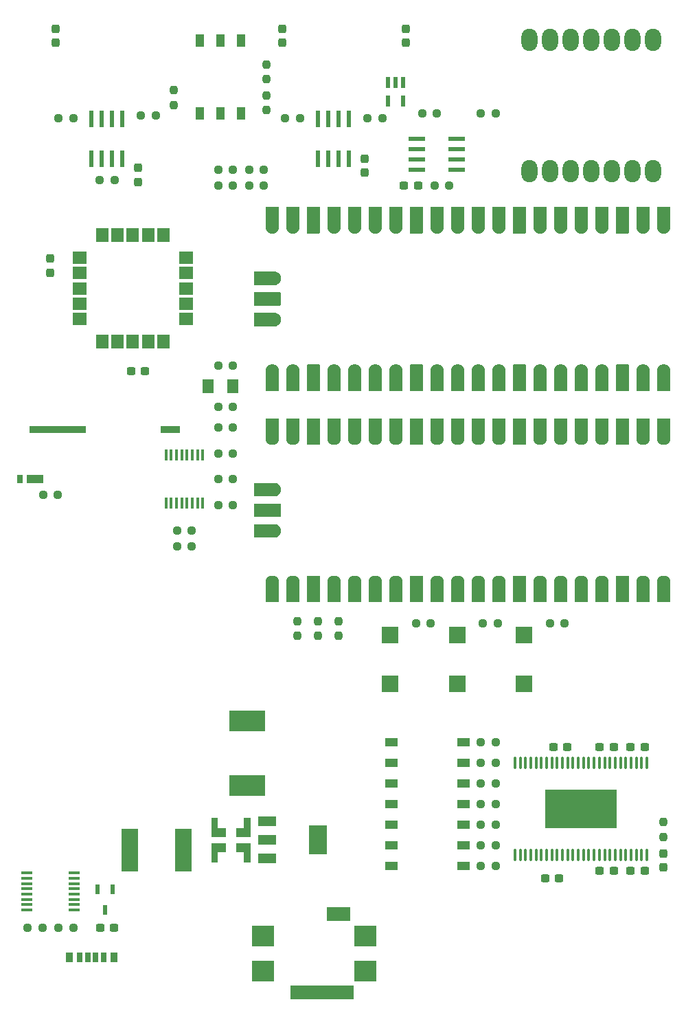
<source format=gtp>
G04 #@! TF.GenerationSoftware,KiCad,Pcbnew,(6.0.9)*
G04 #@! TF.CreationDate,2022-12-24T14:41:02+09:00*
G04 #@! TF.ProjectId,MainBoard,4d61696e-426f-4617-9264-2e6b69636164,rev?*
G04 #@! TF.SameCoordinates,Original*
G04 #@! TF.FileFunction,Paste,Top*
G04 #@! TF.FilePolarity,Positive*
%FSLAX46Y46*%
G04 Gerber Fmt 4.6, Leading zero omitted, Abs format (unit mm)*
G04 Created by KiCad (PCBNEW (6.0.9)) date 2022-12-24 14:41:02*
%MOMM*%
%LPD*%
G01*
G04 APERTURE LIST*
G04 Aperture macros list*
%AMRoundRect*
0 Rectangle with rounded corners*
0 $1 Rounding radius*
0 $2 $3 $4 $5 $6 $7 $8 $9 X,Y pos of 4 corners*
0 Add a 4 corners polygon primitive as box body*
4,1,4,$2,$3,$4,$5,$6,$7,$8,$9,$2,$3,0*
0 Add four circle primitives for the rounded corners*
1,1,$1+$1,$2,$3*
1,1,$1+$1,$4,$5*
1,1,$1+$1,$6,$7*
1,1,$1+$1,$8,$9*
0 Add four rect primitives between the rounded corners*
20,1,$1+$1,$2,$3,$4,$5,0*
20,1,$1+$1,$4,$5,$6,$7,0*
20,1,$1+$1,$6,$7,$8,$9,0*
20,1,$1+$1,$8,$9,$2,$3,0*%
%AMFreePoly0*
4,1,17,1.875035,1.275035,1.875050,1.275000,1.875050,0.575000,1.875035,0.574965,1.875000,0.574950,0.575050,0.574950,0.575050,-0.425000,0.575035,-0.425035,0.575000,-0.425050,-0.425000,-0.425050,-0.425035,-0.425035,-0.425050,-0.425000,-0.425050,1.275000,-0.425035,1.275035,-0.425000,1.275050,1.875000,1.275050,1.875035,1.275035,1.875035,1.275035,$1*%
%AMFreePoly1*
4,1,17,0.425035,1.275035,0.425050,1.275000,0.425050,-0.425000,0.425035,-0.425035,0.425000,-0.425050,-0.575000,-0.425050,-0.575035,-0.425035,-0.575050,-0.425000,-0.575050,0.574950,-1.875000,0.574950,-1.875035,0.574965,-1.875050,0.575000,-1.875050,1.275000,-1.875035,1.275035,-1.875000,1.275050,0.425000,1.275050,0.425035,1.275035,0.425035,1.275035,$1*%
%AMFreePoly2*
4,1,17,0.425035,0.425035,0.425050,0.425000,0.425050,-1.275000,0.425035,-1.275035,0.425000,-1.275050,-1.875000,-1.275050,-1.875035,-1.275035,-1.875050,-1.275000,-1.875050,-0.575000,-1.875035,-0.574965,-1.875000,-0.574950,-0.575050,-0.574950,-0.575050,0.425000,-0.575035,0.425035,-0.575000,0.425050,0.425000,0.425050,0.425035,0.425035,0.425035,0.425035,$1*%
%AMFreePoly3*
4,1,17,0.575035,0.425035,0.575050,0.425000,0.575050,-0.574950,1.875000,-0.574950,1.875035,-0.574965,1.875050,-0.575000,1.875050,-1.275000,1.875035,-1.275035,1.875000,-1.275050,-0.425000,-1.275050,-0.425035,-1.275035,-0.425050,-1.275000,-0.425050,0.425000,-0.425035,0.425035,-0.425000,0.425050,0.575000,0.425050,0.575035,0.425035,0.575035,0.425035,$1*%
G04 Aperture macros list end*
%ADD10C,0.000100*%
%ADD11C,0.010000*%
%ADD12RoundRect,0.237500X-0.250000X-0.237500X0.250000X-0.237500X0.250000X0.237500X-0.250000X0.237500X0*%
%ADD13RoundRect,0.237500X0.250000X0.237500X-0.250000X0.237500X-0.250000X-0.237500X0.250000X-0.237500X0*%
%ADD14R,1.100000X1.500000*%
%ADD15RoundRect,0.237500X0.237500X-0.250000X0.237500X0.250000X-0.237500X0.250000X-0.237500X-0.250000X0*%
%ADD16RoundRect,0.237500X-0.237500X0.250000X-0.237500X-0.250000X0.237500X-0.250000X0.237500X0.250000X0*%
%ADD17R,2.235200X1.219200*%
%ADD18R,2.200000X3.600000*%
%ADD19RoundRect,0.237500X-0.237500X0.300000X-0.237500X-0.300000X0.237500X-0.300000X0.237500X0.300000X0*%
%ADD20RoundRect,0.237500X0.300000X0.237500X-0.300000X0.237500X-0.300000X-0.237500X0.300000X-0.237500X0*%
%ADD21R,4.500000X2.600000*%
%ADD22O,1.998980X2.748280*%
%ADD23R,2.000000X2.000000*%
%ADD24RoundRect,0.237500X0.237500X-0.300000X0.237500X0.300000X-0.237500X0.300000X-0.237500X-0.300000X0*%
%ADD25R,0.700000X1.150000*%
%ADD26R,0.800000X1.150000*%
%ADD27R,0.900000X1.150000*%
%ADD28FreePoly0,90.000000*%
%ADD29FreePoly1,90.000000*%
%ADD30FreePoly2,90.000000*%
%ADD31FreePoly3,90.000000*%
%ADD32RoundRect,0.100000X-0.100000X0.637500X-0.100000X-0.637500X0.100000X-0.637500X0.100000X0.637500X0*%
%ADD33R,8.800000X4.800000*%
%ADD34RoundRect,0.250001X0.462499X0.624999X-0.462499X0.624999X-0.462499X-0.624999X0.462499X-0.624999X0*%
%ADD35RoundRect,0.041300X0.943700X0.253700X-0.943700X0.253700X-0.943700X-0.253700X0.943700X-0.253700X0*%
%ADD36R,2.000000X5.300000*%
%ADD37R,2.670000X2.500000*%
%ADD38R,2.895000X1.765000*%
%ADD39R,7.900000X1.765000*%
%ADD40R,2.000000X1.100000*%
%ADD41R,0.800000X1.100000*%
%ADD42R,1.500000X1.100000*%
%ADD43R,1.475000X0.450000*%
%ADD44RoundRect,0.237500X-0.300000X-0.237500X0.300000X-0.237500X0.300000X0.237500X-0.300000X0.237500X0*%
%ADD45R,1.500000X1.800000*%
%ADD46R,1.800000X1.500000*%
%ADD47RoundRect,0.041300X-0.253700X0.943700X-0.253700X-0.943700X0.253700X-0.943700X0.253700X0.943700X0*%
%ADD48R,7.000000X0.950000*%
%ADD49R,2.350000X0.950000*%
%ADD50R,0.558800X1.422400*%
%ADD51RoundRect,0.088500X-0.206500X0.516500X-0.206500X-0.516500X0.206500X-0.516500X0.206500X0.516500X0*%
%ADD52R,0.450000X1.475000*%
G04 APERTURE END LIST*
G36*
X87250000Y-149680000D02*
G01*
X88250000Y-149680000D01*
X88250000Y-150680000D01*
X86550000Y-150680000D01*
X86550000Y-148380000D01*
X87250000Y-148380000D01*
X87250000Y-149680000D01*
G37*
D10*
X87250000Y-149680000D02*
X88250000Y-149680000D01*
X88250000Y-150680000D01*
X86550000Y-150680000D01*
X86550000Y-148380000D01*
X87250000Y-148380000D01*
X87250000Y-149680000D01*
G36*
X88250000Y-152580000D02*
G01*
X87250000Y-152580000D01*
X87250000Y-153880000D01*
X86550000Y-153880000D01*
X86550000Y-151580000D01*
X88250000Y-151580000D01*
X88250000Y-152580000D01*
G37*
X88250000Y-152580000D02*
X87250000Y-152580000D01*
X87250000Y-153880000D01*
X86550000Y-153880000D01*
X86550000Y-151580000D01*
X88250000Y-151580000D01*
X88250000Y-152580000D01*
G36*
X91250000Y-153880000D02*
G01*
X90550000Y-153880000D01*
X90550000Y-152580000D01*
X89550000Y-152580000D01*
X89550000Y-151580000D01*
X91250000Y-151580000D01*
X91250000Y-153880000D01*
G37*
X91250000Y-153880000D02*
X90550000Y-153880000D01*
X90550000Y-152580000D01*
X89550000Y-152580000D01*
X89550000Y-151580000D01*
X91250000Y-151580000D01*
X91250000Y-153880000D01*
G36*
X91250000Y-150680000D02*
G01*
X89550000Y-150680000D01*
X89550000Y-149680000D01*
X90550000Y-149680000D01*
X90550000Y-148380000D01*
X91250000Y-148380000D01*
X91250000Y-150680000D01*
G37*
X91250000Y-150680000D02*
X89550000Y-150680000D01*
X89550000Y-149680000D01*
X90550000Y-149680000D01*
X90550000Y-148380000D01*
X91250000Y-148380000D01*
X91250000Y-150680000D01*
G36*
X97320000Y-75565000D02*
G01*
X97319000Y-75607000D01*
X97316000Y-75649000D01*
X97310000Y-75690000D01*
X97303000Y-75731000D01*
X97293000Y-75772000D01*
X97281000Y-75812000D01*
X97267000Y-75852000D01*
X97251000Y-75890000D01*
X97233000Y-75928000D01*
X97213000Y-75965000D01*
X97191000Y-76001000D01*
X97167000Y-76035000D01*
X97142000Y-76068000D01*
X97115000Y-76100000D01*
X97086000Y-76131000D01*
X97055000Y-76160000D01*
X97023000Y-76187000D01*
X96990000Y-76212000D01*
X96956000Y-76236000D01*
X96920000Y-76258000D01*
X96883000Y-76278000D01*
X96845000Y-76296000D01*
X96807000Y-76312000D01*
X96767000Y-76326000D01*
X96727000Y-76338000D01*
X96686000Y-76348000D01*
X96645000Y-76355000D01*
X96604000Y-76361000D01*
X96562000Y-76364000D01*
X96520000Y-76365000D01*
X96478000Y-76364000D01*
X96436000Y-76361000D01*
X96395000Y-76355000D01*
X96354000Y-76348000D01*
X96313000Y-76338000D01*
X96273000Y-76326000D01*
X96233000Y-76312000D01*
X96195000Y-76296000D01*
X96157000Y-76278000D01*
X96120000Y-76258000D01*
X96084000Y-76236000D01*
X96050000Y-76212000D01*
X96017000Y-76187000D01*
X95985000Y-76160000D01*
X95954000Y-76131000D01*
X95925000Y-76100000D01*
X95898000Y-76068000D01*
X95873000Y-76035000D01*
X95849000Y-76001000D01*
X95827000Y-75965000D01*
X95807000Y-75928000D01*
X95789000Y-75890000D01*
X95773000Y-75852000D01*
X95759000Y-75812000D01*
X95747000Y-75772000D01*
X95737000Y-75731000D01*
X95730000Y-75690000D01*
X95724000Y-75649000D01*
X95721000Y-75607000D01*
X95720000Y-75565000D01*
X95720000Y-73165000D01*
X97320000Y-73165000D01*
X97320000Y-75565000D01*
G37*
D11*
X97320000Y-75565000D02*
X97319000Y-75607000D01*
X97316000Y-75649000D01*
X97310000Y-75690000D01*
X97303000Y-75731000D01*
X97293000Y-75772000D01*
X97281000Y-75812000D01*
X97267000Y-75852000D01*
X97251000Y-75890000D01*
X97233000Y-75928000D01*
X97213000Y-75965000D01*
X97191000Y-76001000D01*
X97167000Y-76035000D01*
X97142000Y-76068000D01*
X97115000Y-76100000D01*
X97086000Y-76131000D01*
X97055000Y-76160000D01*
X97023000Y-76187000D01*
X96990000Y-76212000D01*
X96956000Y-76236000D01*
X96920000Y-76258000D01*
X96883000Y-76278000D01*
X96845000Y-76296000D01*
X96807000Y-76312000D01*
X96767000Y-76326000D01*
X96727000Y-76338000D01*
X96686000Y-76348000D01*
X96645000Y-76355000D01*
X96604000Y-76361000D01*
X96562000Y-76364000D01*
X96520000Y-76365000D01*
X96478000Y-76364000D01*
X96436000Y-76361000D01*
X96395000Y-76355000D01*
X96354000Y-76348000D01*
X96313000Y-76338000D01*
X96273000Y-76326000D01*
X96233000Y-76312000D01*
X96195000Y-76296000D01*
X96157000Y-76278000D01*
X96120000Y-76258000D01*
X96084000Y-76236000D01*
X96050000Y-76212000D01*
X96017000Y-76187000D01*
X95985000Y-76160000D01*
X95954000Y-76131000D01*
X95925000Y-76100000D01*
X95898000Y-76068000D01*
X95873000Y-76035000D01*
X95849000Y-76001000D01*
X95827000Y-75965000D01*
X95807000Y-75928000D01*
X95789000Y-75890000D01*
X95773000Y-75852000D01*
X95759000Y-75812000D01*
X95747000Y-75772000D01*
X95737000Y-75731000D01*
X95730000Y-75690000D01*
X95724000Y-75649000D01*
X95721000Y-75607000D01*
X95720000Y-75565000D01*
X95720000Y-73165000D01*
X97320000Y-73165000D01*
X97320000Y-75565000D01*
G36*
X135420000Y-75565000D02*
G01*
X135419000Y-75607000D01*
X135416000Y-75649000D01*
X135410000Y-75690000D01*
X135403000Y-75731000D01*
X135393000Y-75772000D01*
X135381000Y-75812000D01*
X135367000Y-75852000D01*
X135351000Y-75890000D01*
X135333000Y-75928000D01*
X135313000Y-75965000D01*
X135291000Y-76001000D01*
X135267000Y-76035000D01*
X135242000Y-76068000D01*
X135215000Y-76100000D01*
X135186000Y-76131000D01*
X135155000Y-76160000D01*
X135123000Y-76187000D01*
X135090000Y-76212000D01*
X135056000Y-76236000D01*
X135020000Y-76258000D01*
X134983000Y-76278000D01*
X134945000Y-76296000D01*
X134907000Y-76312000D01*
X134867000Y-76326000D01*
X134827000Y-76338000D01*
X134786000Y-76348000D01*
X134745000Y-76355000D01*
X134704000Y-76361000D01*
X134662000Y-76364000D01*
X134620000Y-76365000D01*
X134578000Y-76364000D01*
X134536000Y-76361000D01*
X134495000Y-76355000D01*
X134454000Y-76348000D01*
X134413000Y-76338000D01*
X134373000Y-76326000D01*
X134333000Y-76312000D01*
X134295000Y-76296000D01*
X134257000Y-76278000D01*
X134220000Y-76258000D01*
X134184000Y-76236000D01*
X134150000Y-76212000D01*
X134117000Y-76187000D01*
X134085000Y-76160000D01*
X134054000Y-76131000D01*
X134025000Y-76100000D01*
X133998000Y-76068000D01*
X133973000Y-76035000D01*
X133949000Y-76001000D01*
X133927000Y-75965000D01*
X133907000Y-75928000D01*
X133889000Y-75890000D01*
X133873000Y-75852000D01*
X133859000Y-75812000D01*
X133847000Y-75772000D01*
X133837000Y-75731000D01*
X133830000Y-75690000D01*
X133824000Y-75649000D01*
X133821000Y-75607000D01*
X133820000Y-75565000D01*
X133820000Y-73165000D01*
X135420000Y-73165000D01*
X135420000Y-75565000D01*
G37*
X135420000Y-75565000D02*
X135419000Y-75607000D01*
X135416000Y-75649000D01*
X135410000Y-75690000D01*
X135403000Y-75731000D01*
X135393000Y-75772000D01*
X135381000Y-75812000D01*
X135367000Y-75852000D01*
X135351000Y-75890000D01*
X135333000Y-75928000D01*
X135313000Y-75965000D01*
X135291000Y-76001000D01*
X135267000Y-76035000D01*
X135242000Y-76068000D01*
X135215000Y-76100000D01*
X135186000Y-76131000D01*
X135155000Y-76160000D01*
X135123000Y-76187000D01*
X135090000Y-76212000D01*
X135056000Y-76236000D01*
X135020000Y-76258000D01*
X134983000Y-76278000D01*
X134945000Y-76296000D01*
X134907000Y-76312000D01*
X134867000Y-76326000D01*
X134827000Y-76338000D01*
X134786000Y-76348000D01*
X134745000Y-76355000D01*
X134704000Y-76361000D01*
X134662000Y-76364000D01*
X134620000Y-76365000D01*
X134578000Y-76364000D01*
X134536000Y-76361000D01*
X134495000Y-76355000D01*
X134454000Y-76348000D01*
X134413000Y-76338000D01*
X134373000Y-76326000D01*
X134333000Y-76312000D01*
X134295000Y-76296000D01*
X134257000Y-76278000D01*
X134220000Y-76258000D01*
X134184000Y-76236000D01*
X134150000Y-76212000D01*
X134117000Y-76187000D01*
X134085000Y-76160000D01*
X134054000Y-76131000D01*
X134025000Y-76100000D01*
X133998000Y-76068000D01*
X133973000Y-76035000D01*
X133949000Y-76001000D01*
X133927000Y-75965000D01*
X133907000Y-75928000D01*
X133889000Y-75890000D01*
X133873000Y-75852000D01*
X133859000Y-75812000D01*
X133847000Y-75772000D01*
X133837000Y-75731000D01*
X133830000Y-75690000D01*
X133824000Y-75649000D01*
X133821000Y-75607000D01*
X133820000Y-75565000D01*
X133820000Y-73165000D01*
X135420000Y-73165000D01*
X135420000Y-75565000D01*
G36*
X122720000Y-75565000D02*
G01*
X122719000Y-75607000D01*
X122716000Y-75649000D01*
X122710000Y-75690000D01*
X122703000Y-75731000D01*
X122693000Y-75772000D01*
X122681000Y-75812000D01*
X122667000Y-75852000D01*
X122651000Y-75890000D01*
X122633000Y-75928000D01*
X122613000Y-75965000D01*
X122591000Y-76001000D01*
X122567000Y-76035000D01*
X122542000Y-76068000D01*
X122515000Y-76100000D01*
X122486000Y-76131000D01*
X122455000Y-76160000D01*
X122423000Y-76187000D01*
X122390000Y-76212000D01*
X122356000Y-76236000D01*
X122320000Y-76258000D01*
X122283000Y-76278000D01*
X122245000Y-76296000D01*
X122207000Y-76312000D01*
X122167000Y-76326000D01*
X122127000Y-76338000D01*
X122086000Y-76348000D01*
X122045000Y-76355000D01*
X122004000Y-76361000D01*
X121962000Y-76364000D01*
X121920000Y-76365000D01*
X121878000Y-76364000D01*
X121836000Y-76361000D01*
X121795000Y-76355000D01*
X121754000Y-76348000D01*
X121713000Y-76338000D01*
X121673000Y-76326000D01*
X121633000Y-76312000D01*
X121595000Y-76296000D01*
X121557000Y-76278000D01*
X121520000Y-76258000D01*
X121484000Y-76236000D01*
X121450000Y-76212000D01*
X121417000Y-76187000D01*
X121385000Y-76160000D01*
X121354000Y-76131000D01*
X121325000Y-76100000D01*
X121298000Y-76068000D01*
X121273000Y-76035000D01*
X121249000Y-76001000D01*
X121227000Y-75965000D01*
X121207000Y-75928000D01*
X121189000Y-75890000D01*
X121173000Y-75852000D01*
X121159000Y-75812000D01*
X121147000Y-75772000D01*
X121137000Y-75731000D01*
X121130000Y-75690000D01*
X121124000Y-75649000D01*
X121121000Y-75607000D01*
X121120000Y-75565000D01*
X121120000Y-73165000D01*
X122720000Y-73165000D01*
X122720000Y-75565000D01*
G37*
X122720000Y-75565000D02*
X122719000Y-75607000D01*
X122716000Y-75649000D01*
X122710000Y-75690000D01*
X122703000Y-75731000D01*
X122693000Y-75772000D01*
X122681000Y-75812000D01*
X122667000Y-75852000D01*
X122651000Y-75890000D01*
X122633000Y-75928000D01*
X122613000Y-75965000D01*
X122591000Y-76001000D01*
X122567000Y-76035000D01*
X122542000Y-76068000D01*
X122515000Y-76100000D01*
X122486000Y-76131000D01*
X122455000Y-76160000D01*
X122423000Y-76187000D01*
X122390000Y-76212000D01*
X122356000Y-76236000D01*
X122320000Y-76258000D01*
X122283000Y-76278000D01*
X122245000Y-76296000D01*
X122207000Y-76312000D01*
X122167000Y-76326000D01*
X122127000Y-76338000D01*
X122086000Y-76348000D01*
X122045000Y-76355000D01*
X122004000Y-76361000D01*
X121962000Y-76364000D01*
X121920000Y-76365000D01*
X121878000Y-76364000D01*
X121836000Y-76361000D01*
X121795000Y-76355000D01*
X121754000Y-76348000D01*
X121713000Y-76338000D01*
X121673000Y-76326000D01*
X121633000Y-76312000D01*
X121595000Y-76296000D01*
X121557000Y-76278000D01*
X121520000Y-76258000D01*
X121484000Y-76236000D01*
X121450000Y-76212000D01*
X121417000Y-76187000D01*
X121385000Y-76160000D01*
X121354000Y-76131000D01*
X121325000Y-76100000D01*
X121298000Y-76068000D01*
X121273000Y-76035000D01*
X121249000Y-76001000D01*
X121227000Y-75965000D01*
X121207000Y-75928000D01*
X121189000Y-75890000D01*
X121173000Y-75852000D01*
X121159000Y-75812000D01*
X121147000Y-75772000D01*
X121137000Y-75731000D01*
X121130000Y-75690000D01*
X121124000Y-75649000D01*
X121121000Y-75607000D01*
X121120000Y-75565000D01*
X121120000Y-73165000D01*
X122720000Y-73165000D01*
X122720000Y-75565000D01*
G36*
X137781000Y-92546000D02*
G01*
X137791000Y-92547000D01*
X137802000Y-92549000D01*
X137832000Y-92558000D01*
X137841000Y-92562000D01*
X137851000Y-92567000D01*
X137869000Y-92577000D01*
X137878000Y-92583000D01*
X137886000Y-92590000D01*
X137894000Y-92596000D01*
X137901000Y-92604000D01*
X137909000Y-92611000D01*
X137915000Y-92619000D01*
X137922000Y-92627000D01*
X137928000Y-92636000D01*
X137938000Y-92654000D01*
X137943000Y-92664000D01*
X137947000Y-92673000D01*
X137956000Y-92703000D01*
X137958000Y-92714000D01*
X137959000Y-92724000D01*
X137960000Y-92735000D01*
X137960000Y-95745000D01*
X136360000Y-95745000D01*
X136360000Y-92735000D01*
X136361000Y-92724000D01*
X136362000Y-92714000D01*
X136364000Y-92703000D01*
X136373000Y-92673000D01*
X136377000Y-92664000D01*
X136382000Y-92654000D01*
X136392000Y-92636000D01*
X136398000Y-92627000D01*
X136405000Y-92619000D01*
X136411000Y-92611000D01*
X136419000Y-92604000D01*
X136426000Y-92596000D01*
X136434000Y-92590000D01*
X136442000Y-92583000D01*
X136451000Y-92577000D01*
X136469000Y-92567000D01*
X136479000Y-92562000D01*
X136488000Y-92558000D01*
X136518000Y-92549000D01*
X136529000Y-92547000D01*
X136539000Y-92546000D01*
X136550000Y-92545000D01*
X137770000Y-92545000D01*
X137781000Y-92546000D01*
G37*
X137781000Y-92546000D02*
X137791000Y-92547000D01*
X137802000Y-92549000D01*
X137832000Y-92558000D01*
X137841000Y-92562000D01*
X137851000Y-92567000D01*
X137869000Y-92577000D01*
X137878000Y-92583000D01*
X137886000Y-92590000D01*
X137894000Y-92596000D01*
X137901000Y-92604000D01*
X137909000Y-92611000D01*
X137915000Y-92619000D01*
X137922000Y-92627000D01*
X137928000Y-92636000D01*
X137938000Y-92654000D01*
X137943000Y-92664000D01*
X137947000Y-92673000D01*
X137956000Y-92703000D01*
X137958000Y-92714000D01*
X137959000Y-92724000D01*
X137960000Y-92735000D01*
X137960000Y-95745000D01*
X136360000Y-95745000D01*
X136360000Y-92735000D01*
X136361000Y-92724000D01*
X136362000Y-92714000D01*
X136364000Y-92703000D01*
X136373000Y-92673000D01*
X136377000Y-92664000D01*
X136382000Y-92654000D01*
X136392000Y-92636000D01*
X136398000Y-92627000D01*
X136405000Y-92619000D01*
X136411000Y-92611000D01*
X136419000Y-92604000D01*
X136426000Y-92596000D01*
X136434000Y-92590000D01*
X136442000Y-92583000D01*
X136451000Y-92577000D01*
X136469000Y-92567000D01*
X136479000Y-92562000D01*
X136488000Y-92558000D01*
X136518000Y-92549000D01*
X136529000Y-92547000D01*
X136539000Y-92546000D01*
X136550000Y-92545000D01*
X137770000Y-92545000D01*
X137781000Y-92546000D01*
G36*
X96562000Y-92546000D02*
G01*
X96604000Y-92549000D01*
X96645000Y-92555000D01*
X96686000Y-92562000D01*
X96727000Y-92572000D01*
X96767000Y-92584000D01*
X96807000Y-92598000D01*
X96845000Y-92614000D01*
X96883000Y-92632000D01*
X96920000Y-92652000D01*
X96956000Y-92674000D01*
X96990000Y-92698000D01*
X97023000Y-92723000D01*
X97055000Y-92750000D01*
X97086000Y-92779000D01*
X97115000Y-92810000D01*
X97142000Y-92842000D01*
X97167000Y-92875000D01*
X97191000Y-92909000D01*
X97213000Y-92945000D01*
X97233000Y-92982000D01*
X97251000Y-93020000D01*
X97267000Y-93058000D01*
X97281000Y-93098000D01*
X97293000Y-93138000D01*
X97303000Y-93179000D01*
X97310000Y-93220000D01*
X97316000Y-93261000D01*
X97319000Y-93303000D01*
X97320000Y-93345000D01*
X97320000Y-95745000D01*
X95720000Y-95745000D01*
X95720000Y-93345000D01*
X95721000Y-93303000D01*
X95724000Y-93261000D01*
X95730000Y-93220000D01*
X95737000Y-93179000D01*
X95747000Y-93138000D01*
X95759000Y-93098000D01*
X95773000Y-93058000D01*
X95789000Y-93020000D01*
X95807000Y-92982000D01*
X95827000Y-92945000D01*
X95849000Y-92909000D01*
X95873000Y-92875000D01*
X95898000Y-92842000D01*
X95925000Y-92810000D01*
X95954000Y-92779000D01*
X95985000Y-92750000D01*
X96017000Y-92723000D01*
X96050000Y-92698000D01*
X96084000Y-92674000D01*
X96120000Y-92652000D01*
X96157000Y-92632000D01*
X96195000Y-92614000D01*
X96233000Y-92598000D01*
X96273000Y-92584000D01*
X96313000Y-92572000D01*
X96354000Y-92562000D01*
X96395000Y-92555000D01*
X96436000Y-92549000D01*
X96478000Y-92546000D01*
X96520000Y-92545000D01*
X96562000Y-92546000D01*
G37*
X96562000Y-92546000D02*
X96604000Y-92549000D01*
X96645000Y-92555000D01*
X96686000Y-92562000D01*
X96727000Y-92572000D01*
X96767000Y-92584000D01*
X96807000Y-92598000D01*
X96845000Y-92614000D01*
X96883000Y-92632000D01*
X96920000Y-92652000D01*
X96956000Y-92674000D01*
X96990000Y-92698000D01*
X97023000Y-92723000D01*
X97055000Y-92750000D01*
X97086000Y-92779000D01*
X97115000Y-92810000D01*
X97142000Y-92842000D01*
X97167000Y-92875000D01*
X97191000Y-92909000D01*
X97213000Y-92945000D01*
X97233000Y-92982000D01*
X97251000Y-93020000D01*
X97267000Y-93058000D01*
X97281000Y-93098000D01*
X97293000Y-93138000D01*
X97303000Y-93179000D01*
X97310000Y-93220000D01*
X97316000Y-93261000D01*
X97319000Y-93303000D01*
X97320000Y-93345000D01*
X97320000Y-95745000D01*
X95720000Y-95745000D01*
X95720000Y-93345000D01*
X95721000Y-93303000D01*
X95724000Y-93261000D01*
X95730000Y-93220000D01*
X95737000Y-93179000D01*
X95747000Y-93138000D01*
X95759000Y-93098000D01*
X95773000Y-93058000D01*
X95789000Y-93020000D01*
X95807000Y-92982000D01*
X95827000Y-92945000D01*
X95849000Y-92909000D01*
X95873000Y-92875000D01*
X95898000Y-92842000D01*
X95925000Y-92810000D01*
X95954000Y-92779000D01*
X95985000Y-92750000D01*
X96017000Y-92723000D01*
X96050000Y-92698000D01*
X96084000Y-92674000D01*
X96120000Y-92652000D01*
X96157000Y-92632000D01*
X96195000Y-92614000D01*
X96233000Y-92598000D01*
X96273000Y-92584000D01*
X96313000Y-92572000D01*
X96354000Y-92562000D01*
X96395000Y-92555000D01*
X96436000Y-92549000D01*
X96478000Y-92546000D01*
X96520000Y-92545000D01*
X96562000Y-92546000D01*
G36*
X94252000Y-81116000D02*
G01*
X94294000Y-81119000D01*
X94335000Y-81125000D01*
X94376000Y-81132000D01*
X94417000Y-81142000D01*
X94457000Y-81154000D01*
X94497000Y-81168000D01*
X94535000Y-81184000D01*
X94573000Y-81202000D01*
X94610000Y-81222000D01*
X94646000Y-81244000D01*
X94680000Y-81268000D01*
X94713000Y-81293000D01*
X94745000Y-81320000D01*
X94776000Y-81349000D01*
X94805000Y-81380000D01*
X94832000Y-81412000D01*
X94857000Y-81445000D01*
X94881000Y-81479000D01*
X94903000Y-81515000D01*
X94923000Y-81552000D01*
X94941000Y-81590000D01*
X94957000Y-81628000D01*
X94971000Y-81668000D01*
X94983000Y-81708000D01*
X94993000Y-81749000D01*
X95000000Y-81790000D01*
X95006000Y-81831000D01*
X95009000Y-81873000D01*
X95010000Y-81915000D01*
X95009000Y-81957000D01*
X95006000Y-81999000D01*
X95000000Y-82040000D01*
X94993000Y-82081000D01*
X94983000Y-82122000D01*
X94971000Y-82162000D01*
X94957000Y-82202000D01*
X94941000Y-82240000D01*
X94923000Y-82278000D01*
X94903000Y-82315000D01*
X94881000Y-82351000D01*
X94857000Y-82385000D01*
X94832000Y-82418000D01*
X94805000Y-82450000D01*
X94776000Y-82481000D01*
X94745000Y-82510000D01*
X94713000Y-82537000D01*
X94680000Y-82562000D01*
X94646000Y-82586000D01*
X94610000Y-82608000D01*
X94573000Y-82628000D01*
X94535000Y-82646000D01*
X94497000Y-82662000D01*
X94457000Y-82676000D01*
X94417000Y-82688000D01*
X94376000Y-82698000D01*
X94335000Y-82705000D01*
X94294000Y-82711000D01*
X94252000Y-82714000D01*
X94210000Y-82715000D01*
X91810000Y-82715000D01*
X91810000Y-81115000D01*
X94210000Y-81115000D01*
X94252000Y-81116000D01*
G37*
X94252000Y-81116000D02*
X94294000Y-81119000D01*
X94335000Y-81125000D01*
X94376000Y-81132000D01*
X94417000Y-81142000D01*
X94457000Y-81154000D01*
X94497000Y-81168000D01*
X94535000Y-81184000D01*
X94573000Y-81202000D01*
X94610000Y-81222000D01*
X94646000Y-81244000D01*
X94680000Y-81268000D01*
X94713000Y-81293000D01*
X94745000Y-81320000D01*
X94776000Y-81349000D01*
X94805000Y-81380000D01*
X94832000Y-81412000D01*
X94857000Y-81445000D01*
X94881000Y-81479000D01*
X94903000Y-81515000D01*
X94923000Y-81552000D01*
X94941000Y-81590000D01*
X94957000Y-81628000D01*
X94971000Y-81668000D01*
X94983000Y-81708000D01*
X94993000Y-81749000D01*
X95000000Y-81790000D01*
X95006000Y-81831000D01*
X95009000Y-81873000D01*
X95010000Y-81915000D01*
X95009000Y-81957000D01*
X95006000Y-81999000D01*
X95000000Y-82040000D01*
X94993000Y-82081000D01*
X94983000Y-82122000D01*
X94971000Y-82162000D01*
X94957000Y-82202000D01*
X94941000Y-82240000D01*
X94923000Y-82278000D01*
X94903000Y-82315000D01*
X94881000Y-82351000D01*
X94857000Y-82385000D01*
X94832000Y-82418000D01*
X94805000Y-82450000D01*
X94776000Y-82481000D01*
X94745000Y-82510000D01*
X94713000Y-82537000D01*
X94680000Y-82562000D01*
X94646000Y-82586000D01*
X94610000Y-82608000D01*
X94573000Y-82628000D01*
X94535000Y-82646000D01*
X94497000Y-82662000D01*
X94457000Y-82676000D01*
X94417000Y-82688000D01*
X94376000Y-82698000D01*
X94335000Y-82705000D01*
X94294000Y-82711000D01*
X94252000Y-82714000D01*
X94210000Y-82715000D01*
X91810000Y-82715000D01*
X91810000Y-81115000D01*
X94210000Y-81115000D01*
X94252000Y-81116000D01*
G36*
X116882000Y-92546000D02*
G01*
X116924000Y-92549000D01*
X116965000Y-92555000D01*
X117006000Y-92562000D01*
X117047000Y-92572000D01*
X117087000Y-92584000D01*
X117127000Y-92598000D01*
X117165000Y-92614000D01*
X117203000Y-92632000D01*
X117240000Y-92652000D01*
X117276000Y-92674000D01*
X117310000Y-92698000D01*
X117343000Y-92723000D01*
X117375000Y-92750000D01*
X117406000Y-92779000D01*
X117435000Y-92810000D01*
X117462000Y-92842000D01*
X117487000Y-92875000D01*
X117511000Y-92909000D01*
X117533000Y-92945000D01*
X117553000Y-92982000D01*
X117571000Y-93020000D01*
X117587000Y-93058000D01*
X117601000Y-93098000D01*
X117613000Y-93138000D01*
X117623000Y-93179000D01*
X117630000Y-93220000D01*
X117636000Y-93261000D01*
X117639000Y-93303000D01*
X117640000Y-93345000D01*
X117640000Y-95745000D01*
X116040000Y-95745000D01*
X116040000Y-93345000D01*
X116041000Y-93303000D01*
X116044000Y-93261000D01*
X116050000Y-93220000D01*
X116057000Y-93179000D01*
X116067000Y-93138000D01*
X116079000Y-93098000D01*
X116093000Y-93058000D01*
X116109000Y-93020000D01*
X116127000Y-92982000D01*
X116147000Y-92945000D01*
X116169000Y-92909000D01*
X116193000Y-92875000D01*
X116218000Y-92842000D01*
X116245000Y-92810000D01*
X116274000Y-92779000D01*
X116305000Y-92750000D01*
X116337000Y-92723000D01*
X116370000Y-92698000D01*
X116404000Y-92674000D01*
X116440000Y-92652000D01*
X116477000Y-92632000D01*
X116515000Y-92614000D01*
X116553000Y-92598000D01*
X116593000Y-92584000D01*
X116633000Y-92572000D01*
X116674000Y-92562000D01*
X116715000Y-92555000D01*
X116756000Y-92549000D01*
X116798000Y-92546000D01*
X116840000Y-92545000D01*
X116882000Y-92546000D01*
G37*
X116882000Y-92546000D02*
X116924000Y-92549000D01*
X116965000Y-92555000D01*
X117006000Y-92562000D01*
X117047000Y-92572000D01*
X117087000Y-92584000D01*
X117127000Y-92598000D01*
X117165000Y-92614000D01*
X117203000Y-92632000D01*
X117240000Y-92652000D01*
X117276000Y-92674000D01*
X117310000Y-92698000D01*
X117343000Y-92723000D01*
X117375000Y-92750000D01*
X117406000Y-92779000D01*
X117435000Y-92810000D01*
X117462000Y-92842000D01*
X117487000Y-92875000D01*
X117511000Y-92909000D01*
X117533000Y-92945000D01*
X117553000Y-92982000D01*
X117571000Y-93020000D01*
X117587000Y-93058000D01*
X117601000Y-93098000D01*
X117613000Y-93138000D01*
X117623000Y-93179000D01*
X117630000Y-93220000D01*
X117636000Y-93261000D01*
X117639000Y-93303000D01*
X117640000Y-93345000D01*
X117640000Y-95745000D01*
X116040000Y-95745000D01*
X116040000Y-93345000D01*
X116041000Y-93303000D01*
X116044000Y-93261000D01*
X116050000Y-93220000D01*
X116057000Y-93179000D01*
X116067000Y-93138000D01*
X116079000Y-93098000D01*
X116093000Y-93058000D01*
X116109000Y-93020000D01*
X116127000Y-92982000D01*
X116147000Y-92945000D01*
X116169000Y-92909000D01*
X116193000Y-92875000D01*
X116218000Y-92842000D01*
X116245000Y-92810000D01*
X116274000Y-92779000D01*
X116305000Y-92750000D01*
X116337000Y-92723000D01*
X116370000Y-92698000D01*
X116404000Y-92674000D01*
X116440000Y-92652000D01*
X116477000Y-92632000D01*
X116515000Y-92614000D01*
X116553000Y-92598000D01*
X116593000Y-92584000D01*
X116633000Y-92572000D01*
X116674000Y-92562000D01*
X116715000Y-92555000D01*
X116756000Y-92549000D01*
X116798000Y-92546000D01*
X116840000Y-92545000D01*
X116882000Y-92546000D01*
G36*
X129582000Y-92546000D02*
G01*
X129624000Y-92549000D01*
X129665000Y-92555000D01*
X129706000Y-92562000D01*
X129747000Y-92572000D01*
X129787000Y-92584000D01*
X129827000Y-92598000D01*
X129865000Y-92614000D01*
X129903000Y-92632000D01*
X129940000Y-92652000D01*
X129976000Y-92674000D01*
X130010000Y-92698000D01*
X130043000Y-92723000D01*
X130075000Y-92750000D01*
X130106000Y-92779000D01*
X130135000Y-92810000D01*
X130162000Y-92842000D01*
X130187000Y-92875000D01*
X130211000Y-92909000D01*
X130233000Y-92945000D01*
X130253000Y-92982000D01*
X130271000Y-93020000D01*
X130287000Y-93058000D01*
X130301000Y-93098000D01*
X130313000Y-93138000D01*
X130323000Y-93179000D01*
X130330000Y-93220000D01*
X130336000Y-93261000D01*
X130339000Y-93303000D01*
X130340000Y-93345000D01*
X130340000Y-95745000D01*
X128740000Y-95745000D01*
X128740000Y-93345000D01*
X128741000Y-93303000D01*
X128744000Y-93261000D01*
X128750000Y-93220000D01*
X128757000Y-93179000D01*
X128767000Y-93138000D01*
X128779000Y-93098000D01*
X128793000Y-93058000D01*
X128809000Y-93020000D01*
X128827000Y-92982000D01*
X128847000Y-92945000D01*
X128869000Y-92909000D01*
X128893000Y-92875000D01*
X128918000Y-92842000D01*
X128945000Y-92810000D01*
X128974000Y-92779000D01*
X129005000Y-92750000D01*
X129037000Y-92723000D01*
X129070000Y-92698000D01*
X129104000Y-92674000D01*
X129140000Y-92652000D01*
X129177000Y-92632000D01*
X129215000Y-92614000D01*
X129253000Y-92598000D01*
X129293000Y-92584000D01*
X129333000Y-92572000D01*
X129374000Y-92562000D01*
X129415000Y-92555000D01*
X129456000Y-92549000D01*
X129498000Y-92546000D01*
X129540000Y-92545000D01*
X129582000Y-92546000D01*
G37*
X129582000Y-92546000D02*
X129624000Y-92549000D01*
X129665000Y-92555000D01*
X129706000Y-92562000D01*
X129747000Y-92572000D01*
X129787000Y-92584000D01*
X129827000Y-92598000D01*
X129865000Y-92614000D01*
X129903000Y-92632000D01*
X129940000Y-92652000D01*
X129976000Y-92674000D01*
X130010000Y-92698000D01*
X130043000Y-92723000D01*
X130075000Y-92750000D01*
X130106000Y-92779000D01*
X130135000Y-92810000D01*
X130162000Y-92842000D01*
X130187000Y-92875000D01*
X130211000Y-92909000D01*
X130233000Y-92945000D01*
X130253000Y-92982000D01*
X130271000Y-93020000D01*
X130287000Y-93058000D01*
X130301000Y-93098000D01*
X130313000Y-93138000D01*
X130323000Y-93179000D01*
X130330000Y-93220000D01*
X130336000Y-93261000D01*
X130339000Y-93303000D01*
X130340000Y-93345000D01*
X130340000Y-95745000D01*
X128740000Y-95745000D01*
X128740000Y-93345000D01*
X128741000Y-93303000D01*
X128744000Y-93261000D01*
X128750000Y-93220000D01*
X128757000Y-93179000D01*
X128767000Y-93138000D01*
X128779000Y-93098000D01*
X128793000Y-93058000D01*
X128809000Y-93020000D01*
X128827000Y-92982000D01*
X128847000Y-92945000D01*
X128869000Y-92909000D01*
X128893000Y-92875000D01*
X128918000Y-92842000D01*
X128945000Y-92810000D01*
X128974000Y-92779000D01*
X129005000Y-92750000D01*
X129037000Y-92723000D01*
X129070000Y-92698000D01*
X129104000Y-92674000D01*
X129140000Y-92652000D01*
X129177000Y-92632000D01*
X129215000Y-92614000D01*
X129253000Y-92598000D01*
X129293000Y-92584000D01*
X129333000Y-92572000D01*
X129374000Y-92562000D01*
X129415000Y-92555000D01*
X129456000Y-92549000D01*
X129498000Y-92546000D01*
X129540000Y-92545000D01*
X129582000Y-92546000D01*
G36*
X132122000Y-92546000D02*
G01*
X132164000Y-92549000D01*
X132205000Y-92555000D01*
X132246000Y-92562000D01*
X132287000Y-92572000D01*
X132327000Y-92584000D01*
X132367000Y-92598000D01*
X132405000Y-92614000D01*
X132443000Y-92632000D01*
X132480000Y-92652000D01*
X132516000Y-92674000D01*
X132550000Y-92698000D01*
X132583000Y-92723000D01*
X132615000Y-92750000D01*
X132646000Y-92779000D01*
X132675000Y-92810000D01*
X132702000Y-92842000D01*
X132727000Y-92875000D01*
X132751000Y-92909000D01*
X132773000Y-92945000D01*
X132793000Y-92982000D01*
X132811000Y-93020000D01*
X132827000Y-93058000D01*
X132841000Y-93098000D01*
X132853000Y-93138000D01*
X132863000Y-93179000D01*
X132870000Y-93220000D01*
X132876000Y-93261000D01*
X132879000Y-93303000D01*
X132880000Y-93345000D01*
X132880000Y-95745000D01*
X131280000Y-95745000D01*
X131280000Y-93345000D01*
X131281000Y-93303000D01*
X131284000Y-93261000D01*
X131290000Y-93220000D01*
X131297000Y-93179000D01*
X131307000Y-93138000D01*
X131319000Y-93098000D01*
X131333000Y-93058000D01*
X131349000Y-93020000D01*
X131367000Y-92982000D01*
X131387000Y-92945000D01*
X131409000Y-92909000D01*
X131433000Y-92875000D01*
X131458000Y-92842000D01*
X131485000Y-92810000D01*
X131514000Y-92779000D01*
X131545000Y-92750000D01*
X131577000Y-92723000D01*
X131610000Y-92698000D01*
X131644000Y-92674000D01*
X131680000Y-92652000D01*
X131717000Y-92632000D01*
X131755000Y-92614000D01*
X131793000Y-92598000D01*
X131833000Y-92584000D01*
X131873000Y-92572000D01*
X131914000Y-92562000D01*
X131955000Y-92555000D01*
X131996000Y-92549000D01*
X132038000Y-92546000D01*
X132080000Y-92545000D01*
X132122000Y-92546000D01*
G37*
X132122000Y-92546000D02*
X132164000Y-92549000D01*
X132205000Y-92555000D01*
X132246000Y-92562000D01*
X132287000Y-92572000D01*
X132327000Y-92584000D01*
X132367000Y-92598000D01*
X132405000Y-92614000D01*
X132443000Y-92632000D01*
X132480000Y-92652000D01*
X132516000Y-92674000D01*
X132550000Y-92698000D01*
X132583000Y-92723000D01*
X132615000Y-92750000D01*
X132646000Y-92779000D01*
X132675000Y-92810000D01*
X132702000Y-92842000D01*
X132727000Y-92875000D01*
X132751000Y-92909000D01*
X132773000Y-92945000D01*
X132793000Y-92982000D01*
X132811000Y-93020000D01*
X132827000Y-93058000D01*
X132841000Y-93098000D01*
X132853000Y-93138000D01*
X132863000Y-93179000D01*
X132870000Y-93220000D01*
X132876000Y-93261000D01*
X132879000Y-93303000D01*
X132880000Y-93345000D01*
X132880000Y-95745000D01*
X131280000Y-95745000D01*
X131280000Y-93345000D01*
X131281000Y-93303000D01*
X131284000Y-93261000D01*
X131290000Y-93220000D01*
X131297000Y-93179000D01*
X131307000Y-93138000D01*
X131319000Y-93098000D01*
X131333000Y-93058000D01*
X131349000Y-93020000D01*
X131367000Y-92982000D01*
X131387000Y-92945000D01*
X131409000Y-92909000D01*
X131433000Y-92875000D01*
X131458000Y-92842000D01*
X131485000Y-92810000D01*
X131514000Y-92779000D01*
X131545000Y-92750000D01*
X131577000Y-92723000D01*
X131610000Y-92698000D01*
X131644000Y-92674000D01*
X131680000Y-92652000D01*
X131717000Y-92632000D01*
X131755000Y-92614000D01*
X131793000Y-92598000D01*
X131833000Y-92584000D01*
X131873000Y-92572000D01*
X131914000Y-92562000D01*
X131955000Y-92555000D01*
X131996000Y-92549000D01*
X132038000Y-92546000D01*
X132080000Y-92545000D01*
X132122000Y-92546000D01*
G36*
X94022000Y-92546000D02*
G01*
X94064000Y-92549000D01*
X94105000Y-92555000D01*
X94146000Y-92562000D01*
X94187000Y-92572000D01*
X94227000Y-92584000D01*
X94267000Y-92598000D01*
X94305000Y-92614000D01*
X94343000Y-92632000D01*
X94380000Y-92652000D01*
X94416000Y-92674000D01*
X94450000Y-92698000D01*
X94483000Y-92723000D01*
X94515000Y-92750000D01*
X94546000Y-92779000D01*
X94575000Y-92810000D01*
X94602000Y-92842000D01*
X94627000Y-92875000D01*
X94651000Y-92909000D01*
X94673000Y-92945000D01*
X94693000Y-92982000D01*
X94711000Y-93020000D01*
X94727000Y-93058000D01*
X94741000Y-93098000D01*
X94753000Y-93138000D01*
X94763000Y-93179000D01*
X94770000Y-93220000D01*
X94776000Y-93261000D01*
X94779000Y-93303000D01*
X94780000Y-93345000D01*
X94780000Y-95745000D01*
X93180000Y-95745000D01*
X93180000Y-93345000D01*
X93181000Y-93303000D01*
X93184000Y-93261000D01*
X93190000Y-93220000D01*
X93197000Y-93179000D01*
X93207000Y-93138000D01*
X93219000Y-93098000D01*
X93233000Y-93058000D01*
X93249000Y-93020000D01*
X93267000Y-92982000D01*
X93287000Y-92945000D01*
X93309000Y-92909000D01*
X93333000Y-92875000D01*
X93358000Y-92842000D01*
X93385000Y-92810000D01*
X93414000Y-92779000D01*
X93445000Y-92750000D01*
X93477000Y-92723000D01*
X93510000Y-92698000D01*
X93544000Y-92674000D01*
X93580000Y-92652000D01*
X93617000Y-92632000D01*
X93655000Y-92614000D01*
X93693000Y-92598000D01*
X93733000Y-92584000D01*
X93773000Y-92572000D01*
X93814000Y-92562000D01*
X93855000Y-92555000D01*
X93896000Y-92549000D01*
X93938000Y-92546000D01*
X93980000Y-92545000D01*
X94022000Y-92546000D01*
G37*
X94022000Y-92546000D02*
X94064000Y-92549000D01*
X94105000Y-92555000D01*
X94146000Y-92562000D01*
X94187000Y-92572000D01*
X94227000Y-92584000D01*
X94267000Y-92598000D01*
X94305000Y-92614000D01*
X94343000Y-92632000D01*
X94380000Y-92652000D01*
X94416000Y-92674000D01*
X94450000Y-92698000D01*
X94483000Y-92723000D01*
X94515000Y-92750000D01*
X94546000Y-92779000D01*
X94575000Y-92810000D01*
X94602000Y-92842000D01*
X94627000Y-92875000D01*
X94651000Y-92909000D01*
X94673000Y-92945000D01*
X94693000Y-92982000D01*
X94711000Y-93020000D01*
X94727000Y-93058000D01*
X94741000Y-93098000D01*
X94753000Y-93138000D01*
X94763000Y-93179000D01*
X94770000Y-93220000D01*
X94776000Y-93261000D01*
X94779000Y-93303000D01*
X94780000Y-93345000D01*
X94780000Y-95745000D01*
X93180000Y-95745000D01*
X93180000Y-93345000D01*
X93181000Y-93303000D01*
X93184000Y-93261000D01*
X93190000Y-93220000D01*
X93197000Y-93179000D01*
X93207000Y-93138000D01*
X93219000Y-93098000D01*
X93233000Y-93058000D01*
X93249000Y-93020000D01*
X93267000Y-92982000D01*
X93287000Y-92945000D01*
X93309000Y-92909000D01*
X93333000Y-92875000D01*
X93358000Y-92842000D01*
X93385000Y-92810000D01*
X93414000Y-92779000D01*
X93445000Y-92750000D01*
X93477000Y-92723000D01*
X93510000Y-92698000D01*
X93544000Y-92674000D01*
X93580000Y-92652000D01*
X93617000Y-92632000D01*
X93655000Y-92614000D01*
X93693000Y-92598000D01*
X93733000Y-92584000D01*
X93773000Y-92572000D01*
X93814000Y-92562000D01*
X93855000Y-92555000D01*
X93896000Y-92549000D01*
X93938000Y-92546000D01*
X93980000Y-92545000D01*
X94022000Y-92546000D01*
G36*
X114342000Y-92546000D02*
G01*
X114384000Y-92549000D01*
X114425000Y-92555000D01*
X114466000Y-92562000D01*
X114507000Y-92572000D01*
X114547000Y-92584000D01*
X114587000Y-92598000D01*
X114625000Y-92614000D01*
X114663000Y-92632000D01*
X114700000Y-92652000D01*
X114736000Y-92674000D01*
X114770000Y-92698000D01*
X114803000Y-92723000D01*
X114835000Y-92750000D01*
X114866000Y-92779000D01*
X114895000Y-92810000D01*
X114922000Y-92842000D01*
X114947000Y-92875000D01*
X114971000Y-92909000D01*
X114993000Y-92945000D01*
X115013000Y-92982000D01*
X115031000Y-93020000D01*
X115047000Y-93058000D01*
X115061000Y-93098000D01*
X115073000Y-93138000D01*
X115083000Y-93179000D01*
X115090000Y-93220000D01*
X115096000Y-93261000D01*
X115099000Y-93303000D01*
X115100000Y-93345000D01*
X115100000Y-95745000D01*
X113500000Y-95745000D01*
X113500000Y-93345000D01*
X113501000Y-93303000D01*
X113504000Y-93261000D01*
X113510000Y-93220000D01*
X113517000Y-93179000D01*
X113527000Y-93138000D01*
X113539000Y-93098000D01*
X113553000Y-93058000D01*
X113569000Y-93020000D01*
X113587000Y-92982000D01*
X113607000Y-92945000D01*
X113629000Y-92909000D01*
X113653000Y-92875000D01*
X113678000Y-92842000D01*
X113705000Y-92810000D01*
X113734000Y-92779000D01*
X113765000Y-92750000D01*
X113797000Y-92723000D01*
X113830000Y-92698000D01*
X113864000Y-92674000D01*
X113900000Y-92652000D01*
X113937000Y-92632000D01*
X113975000Y-92614000D01*
X114013000Y-92598000D01*
X114053000Y-92584000D01*
X114093000Y-92572000D01*
X114134000Y-92562000D01*
X114175000Y-92555000D01*
X114216000Y-92549000D01*
X114258000Y-92546000D01*
X114300000Y-92545000D01*
X114342000Y-92546000D01*
G37*
X114342000Y-92546000D02*
X114384000Y-92549000D01*
X114425000Y-92555000D01*
X114466000Y-92562000D01*
X114507000Y-92572000D01*
X114547000Y-92584000D01*
X114587000Y-92598000D01*
X114625000Y-92614000D01*
X114663000Y-92632000D01*
X114700000Y-92652000D01*
X114736000Y-92674000D01*
X114770000Y-92698000D01*
X114803000Y-92723000D01*
X114835000Y-92750000D01*
X114866000Y-92779000D01*
X114895000Y-92810000D01*
X114922000Y-92842000D01*
X114947000Y-92875000D01*
X114971000Y-92909000D01*
X114993000Y-92945000D01*
X115013000Y-92982000D01*
X115031000Y-93020000D01*
X115047000Y-93058000D01*
X115061000Y-93098000D01*
X115073000Y-93138000D01*
X115083000Y-93179000D01*
X115090000Y-93220000D01*
X115096000Y-93261000D01*
X115099000Y-93303000D01*
X115100000Y-93345000D01*
X115100000Y-95745000D01*
X113500000Y-95745000D01*
X113500000Y-93345000D01*
X113501000Y-93303000D01*
X113504000Y-93261000D01*
X113510000Y-93220000D01*
X113517000Y-93179000D01*
X113527000Y-93138000D01*
X113539000Y-93098000D01*
X113553000Y-93058000D01*
X113569000Y-93020000D01*
X113587000Y-92982000D01*
X113607000Y-92945000D01*
X113629000Y-92909000D01*
X113653000Y-92875000D01*
X113678000Y-92842000D01*
X113705000Y-92810000D01*
X113734000Y-92779000D01*
X113765000Y-92750000D01*
X113797000Y-92723000D01*
X113830000Y-92698000D01*
X113864000Y-92674000D01*
X113900000Y-92652000D01*
X113937000Y-92632000D01*
X113975000Y-92614000D01*
X114013000Y-92598000D01*
X114053000Y-92584000D01*
X114093000Y-92572000D01*
X114134000Y-92562000D01*
X114175000Y-92555000D01*
X114216000Y-92549000D01*
X114258000Y-92546000D01*
X114300000Y-92545000D01*
X114342000Y-92546000D01*
G36*
X142282000Y-92546000D02*
G01*
X142324000Y-92549000D01*
X142365000Y-92555000D01*
X142406000Y-92562000D01*
X142447000Y-92572000D01*
X142487000Y-92584000D01*
X142527000Y-92598000D01*
X142565000Y-92614000D01*
X142603000Y-92632000D01*
X142640000Y-92652000D01*
X142676000Y-92674000D01*
X142710000Y-92698000D01*
X142743000Y-92723000D01*
X142775000Y-92750000D01*
X142806000Y-92779000D01*
X142835000Y-92810000D01*
X142862000Y-92842000D01*
X142887000Y-92875000D01*
X142911000Y-92909000D01*
X142933000Y-92945000D01*
X142953000Y-92982000D01*
X142971000Y-93020000D01*
X142987000Y-93058000D01*
X143001000Y-93098000D01*
X143013000Y-93138000D01*
X143023000Y-93179000D01*
X143030000Y-93220000D01*
X143036000Y-93261000D01*
X143039000Y-93303000D01*
X143040000Y-93345000D01*
X143040000Y-95745000D01*
X141440000Y-95745000D01*
X141440000Y-93345000D01*
X141441000Y-93303000D01*
X141444000Y-93261000D01*
X141450000Y-93220000D01*
X141457000Y-93179000D01*
X141467000Y-93138000D01*
X141479000Y-93098000D01*
X141493000Y-93058000D01*
X141509000Y-93020000D01*
X141527000Y-92982000D01*
X141547000Y-92945000D01*
X141569000Y-92909000D01*
X141593000Y-92875000D01*
X141618000Y-92842000D01*
X141645000Y-92810000D01*
X141674000Y-92779000D01*
X141705000Y-92750000D01*
X141737000Y-92723000D01*
X141770000Y-92698000D01*
X141804000Y-92674000D01*
X141840000Y-92652000D01*
X141877000Y-92632000D01*
X141915000Y-92614000D01*
X141953000Y-92598000D01*
X141993000Y-92584000D01*
X142033000Y-92572000D01*
X142074000Y-92562000D01*
X142115000Y-92555000D01*
X142156000Y-92549000D01*
X142198000Y-92546000D01*
X142240000Y-92545000D01*
X142282000Y-92546000D01*
G37*
X142282000Y-92546000D02*
X142324000Y-92549000D01*
X142365000Y-92555000D01*
X142406000Y-92562000D01*
X142447000Y-92572000D01*
X142487000Y-92584000D01*
X142527000Y-92598000D01*
X142565000Y-92614000D01*
X142603000Y-92632000D01*
X142640000Y-92652000D01*
X142676000Y-92674000D01*
X142710000Y-92698000D01*
X142743000Y-92723000D01*
X142775000Y-92750000D01*
X142806000Y-92779000D01*
X142835000Y-92810000D01*
X142862000Y-92842000D01*
X142887000Y-92875000D01*
X142911000Y-92909000D01*
X142933000Y-92945000D01*
X142953000Y-92982000D01*
X142971000Y-93020000D01*
X142987000Y-93058000D01*
X143001000Y-93098000D01*
X143013000Y-93138000D01*
X143023000Y-93179000D01*
X143030000Y-93220000D01*
X143036000Y-93261000D01*
X143039000Y-93303000D01*
X143040000Y-93345000D01*
X143040000Y-95745000D01*
X141440000Y-95745000D01*
X141440000Y-93345000D01*
X141441000Y-93303000D01*
X141444000Y-93261000D01*
X141450000Y-93220000D01*
X141457000Y-93179000D01*
X141467000Y-93138000D01*
X141479000Y-93098000D01*
X141493000Y-93058000D01*
X141509000Y-93020000D01*
X141527000Y-92982000D01*
X141547000Y-92945000D01*
X141569000Y-92909000D01*
X141593000Y-92875000D01*
X141618000Y-92842000D01*
X141645000Y-92810000D01*
X141674000Y-92779000D01*
X141705000Y-92750000D01*
X141737000Y-92723000D01*
X141770000Y-92698000D01*
X141804000Y-92674000D01*
X141840000Y-92652000D01*
X141877000Y-92632000D01*
X141915000Y-92614000D01*
X141953000Y-92598000D01*
X141993000Y-92584000D01*
X142033000Y-92572000D01*
X142074000Y-92562000D01*
X142115000Y-92555000D01*
X142156000Y-92549000D01*
X142198000Y-92546000D01*
X142240000Y-92545000D01*
X142282000Y-92546000D01*
G36*
X94831000Y-83656000D02*
G01*
X94841000Y-83657000D01*
X94852000Y-83659000D01*
X94882000Y-83668000D01*
X94891000Y-83672000D01*
X94901000Y-83677000D01*
X94919000Y-83687000D01*
X94928000Y-83693000D01*
X94936000Y-83700000D01*
X94944000Y-83706000D01*
X94951000Y-83714000D01*
X94959000Y-83721000D01*
X94965000Y-83729000D01*
X94972000Y-83737000D01*
X94978000Y-83746000D01*
X94988000Y-83764000D01*
X94993000Y-83774000D01*
X94997000Y-83783000D01*
X95006000Y-83813000D01*
X95008000Y-83824000D01*
X95009000Y-83834000D01*
X95010000Y-83845000D01*
X95010000Y-85065000D01*
X95009000Y-85076000D01*
X95008000Y-85086000D01*
X95006000Y-85097000D01*
X94997000Y-85127000D01*
X94993000Y-85136000D01*
X94988000Y-85146000D01*
X94978000Y-85164000D01*
X94972000Y-85173000D01*
X94965000Y-85181000D01*
X94959000Y-85189000D01*
X94951000Y-85196000D01*
X94944000Y-85204000D01*
X94936000Y-85210000D01*
X94928000Y-85217000D01*
X94919000Y-85223000D01*
X94901000Y-85233000D01*
X94891000Y-85238000D01*
X94882000Y-85242000D01*
X94852000Y-85251000D01*
X94841000Y-85253000D01*
X94831000Y-85254000D01*
X94820000Y-85255000D01*
X91810000Y-85255000D01*
X91810000Y-83655000D01*
X94820000Y-83655000D01*
X94831000Y-83656000D01*
G37*
X94831000Y-83656000D02*
X94841000Y-83657000D01*
X94852000Y-83659000D01*
X94882000Y-83668000D01*
X94891000Y-83672000D01*
X94901000Y-83677000D01*
X94919000Y-83687000D01*
X94928000Y-83693000D01*
X94936000Y-83700000D01*
X94944000Y-83706000D01*
X94951000Y-83714000D01*
X94959000Y-83721000D01*
X94965000Y-83729000D01*
X94972000Y-83737000D01*
X94978000Y-83746000D01*
X94988000Y-83764000D01*
X94993000Y-83774000D01*
X94997000Y-83783000D01*
X95006000Y-83813000D01*
X95008000Y-83824000D01*
X95009000Y-83834000D01*
X95010000Y-83845000D01*
X95010000Y-85065000D01*
X95009000Y-85076000D01*
X95008000Y-85086000D01*
X95006000Y-85097000D01*
X94997000Y-85127000D01*
X94993000Y-85136000D01*
X94988000Y-85146000D01*
X94978000Y-85164000D01*
X94972000Y-85173000D01*
X94965000Y-85181000D01*
X94959000Y-85189000D01*
X94951000Y-85196000D01*
X94944000Y-85204000D01*
X94936000Y-85210000D01*
X94928000Y-85217000D01*
X94919000Y-85223000D01*
X94901000Y-85233000D01*
X94891000Y-85238000D01*
X94882000Y-85242000D01*
X94852000Y-85251000D01*
X94841000Y-85253000D01*
X94831000Y-85254000D01*
X94820000Y-85255000D01*
X91810000Y-85255000D01*
X91810000Y-83655000D01*
X94820000Y-83655000D01*
X94831000Y-83656000D01*
G36*
X104182000Y-92546000D02*
G01*
X104224000Y-92549000D01*
X104265000Y-92555000D01*
X104306000Y-92562000D01*
X104347000Y-92572000D01*
X104387000Y-92584000D01*
X104427000Y-92598000D01*
X104465000Y-92614000D01*
X104503000Y-92632000D01*
X104540000Y-92652000D01*
X104576000Y-92674000D01*
X104610000Y-92698000D01*
X104643000Y-92723000D01*
X104675000Y-92750000D01*
X104706000Y-92779000D01*
X104735000Y-92810000D01*
X104762000Y-92842000D01*
X104787000Y-92875000D01*
X104811000Y-92909000D01*
X104833000Y-92945000D01*
X104853000Y-92982000D01*
X104871000Y-93020000D01*
X104887000Y-93058000D01*
X104901000Y-93098000D01*
X104913000Y-93138000D01*
X104923000Y-93179000D01*
X104930000Y-93220000D01*
X104936000Y-93261000D01*
X104939000Y-93303000D01*
X104940000Y-93345000D01*
X104940000Y-95745000D01*
X103340000Y-95745000D01*
X103340000Y-93345000D01*
X103341000Y-93303000D01*
X103344000Y-93261000D01*
X103350000Y-93220000D01*
X103357000Y-93179000D01*
X103367000Y-93138000D01*
X103379000Y-93098000D01*
X103393000Y-93058000D01*
X103409000Y-93020000D01*
X103427000Y-92982000D01*
X103447000Y-92945000D01*
X103469000Y-92909000D01*
X103493000Y-92875000D01*
X103518000Y-92842000D01*
X103545000Y-92810000D01*
X103574000Y-92779000D01*
X103605000Y-92750000D01*
X103637000Y-92723000D01*
X103670000Y-92698000D01*
X103704000Y-92674000D01*
X103740000Y-92652000D01*
X103777000Y-92632000D01*
X103815000Y-92614000D01*
X103853000Y-92598000D01*
X103893000Y-92584000D01*
X103933000Y-92572000D01*
X103974000Y-92562000D01*
X104015000Y-92555000D01*
X104056000Y-92549000D01*
X104098000Y-92546000D01*
X104140000Y-92545000D01*
X104182000Y-92546000D01*
G37*
X104182000Y-92546000D02*
X104224000Y-92549000D01*
X104265000Y-92555000D01*
X104306000Y-92562000D01*
X104347000Y-92572000D01*
X104387000Y-92584000D01*
X104427000Y-92598000D01*
X104465000Y-92614000D01*
X104503000Y-92632000D01*
X104540000Y-92652000D01*
X104576000Y-92674000D01*
X104610000Y-92698000D01*
X104643000Y-92723000D01*
X104675000Y-92750000D01*
X104706000Y-92779000D01*
X104735000Y-92810000D01*
X104762000Y-92842000D01*
X104787000Y-92875000D01*
X104811000Y-92909000D01*
X104833000Y-92945000D01*
X104853000Y-92982000D01*
X104871000Y-93020000D01*
X104887000Y-93058000D01*
X104901000Y-93098000D01*
X104913000Y-93138000D01*
X104923000Y-93179000D01*
X104930000Y-93220000D01*
X104936000Y-93261000D01*
X104939000Y-93303000D01*
X104940000Y-93345000D01*
X104940000Y-95745000D01*
X103340000Y-95745000D01*
X103340000Y-93345000D01*
X103341000Y-93303000D01*
X103344000Y-93261000D01*
X103350000Y-93220000D01*
X103357000Y-93179000D01*
X103367000Y-93138000D01*
X103379000Y-93098000D01*
X103393000Y-93058000D01*
X103409000Y-93020000D01*
X103427000Y-92982000D01*
X103447000Y-92945000D01*
X103469000Y-92909000D01*
X103493000Y-92875000D01*
X103518000Y-92842000D01*
X103545000Y-92810000D01*
X103574000Y-92779000D01*
X103605000Y-92750000D01*
X103637000Y-92723000D01*
X103670000Y-92698000D01*
X103704000Y-92674000D01*
X103740000Y-92652000D01*
X103777000Y-92632000D01*
X103815000Y-92614000D01*
X103853000Y-92598000D01*
X103893000Y-92584000D01*
X103933000Y-92572000D01*
X103974000Y-92562000D01*
X104015000Y-92555000D01*
X104056000Y-92549000D01*
X104098000Y-92546000D01*
X104140000Y-92545000D01*
X104182000Y-92546000D01*
G36*
X110020000Y-75565000D02*
G01*
X110019000Y-75607000D01*
X110016000Y-75649000D01*
X110010000Y-75690000D01*
X110003000Y-75731000D01*
X109993000Y-75772000D01*
X109981000Y-75812000D01*
X109967000Y-75852000D01*
X109951000Y-75890000D01*
X109933000Y-75928000D01*
X109913000Y-75965000D01*
X109891000Y-76001000D01*
X109867000Y-76035000D01*
X109842000Y-76068000D01*
X109815000Y-76100000D01*
X109786000Y-76131000D01*
X109755000Y-76160000D01*
X109723000Y-76187000D01*
X109690000Y-76212000D01*
X109656000Y-76236000D01*
X109620000Y-76258000D01*
X109583000Y-76278000D01*
X109545000Y-76296000D01*
X109507000Y-76312000D01*
X109467000Y-76326000D01*
X109427000Y-76338000D01*
X109386000Y-76348000D01*
X109345000Y-76355000D01*
X109304000Y-76361000D01*
X109262000Y-76364000D01*
X109220000Y-76365000D01*
X109178000Y-76364000D01*
X109136000Y-76361000D01*
X109095000Y-76355000D01*
X109054000Y-76348000D01*
X109013000Y-76338000D01*
X108973000Y-76326000D01*
X108933000Y-76312000D01*
X108895000Y-76296000D01*
X108857000Y-76278000D01*
X108820000Y-76258000D01*
X108784000Y-76236000D01*
X108750000Y-76212000D01*
X108717000Y-76187000D01*
X108685000Y-76160000D01*
X108654000Y-76131000D01*
X108625000Y-76100000D01*
X108598000Y-76068000D01*
X108573000Y-76035000D01*
X108549000Y-76001000D01*
X108527000Y-75965000D01*
X108507000Y-75928000D01*
X108489000Y-75890000D01*
X108473000Y-75852000D01*
X108459000Y-75812000D01*
X108447000Y-75772000D01*
X108437000Y-75731000D01*
X108430000Y-75690000D01*
X108424000Y-75649000D01*
X108421000Y-75607000D01*
X108420000Y-75565000D01*
X108420000Y-73165000D01*
X110020000Y-73165000D01*
X110020000Y-75565000D01*
G37*
X110020000Y-75565000D02*
X110019000Y-75607000D01*
X110016000Y-75649000D01*
X110010000Y-75690000D01*
X110003000Y-75731000D01*
X109993000Y-75772000D01*
X109981000Y-75812000D01*
X109967000Y-75852000D01*
X109951000Y-75890000D01*
X109933000Y-75928000D01*
X109913000Y-75965000D01*
X109891000Y-76001000D01*
X109867000Y-76035000D01*
X109842000Y-76068000D01*
X109815000Y-76100000D01*
X109786000Y-76131000D01*
X109755000Y-76160000D01*
X109723000Y-76187000D01*
X109690000Y-76212000D01*
X109656000Y-76236000D01*
X109620000Y-76258000D01*
X109583000Y-76278000D01*
X109545000Y-76296000D01*
X109507000Y-76312000D01*
X109467000Y-76326000D01*
X109427000Y-76338000D01*
X109386000Y-76348000D01*
X109345000Y-76355000D01*
X109304000Y-76361000D01*
X109262000Y-76364000D01*
X109220000Y-76365000D01*
X109178000Y-76364000D01*
X109136000Y-76361000D01*
X109095000Y-76355000D01*
X109054000Y-76348000D01*
X109013000Y-76338000D01*
X108973000Y-76326000D01*
X108933000Y-76312000D01*
X108895000Y-76296000D01*
X108857000Y-76278000D01*
X108820000Y-76258000D01*
X108784000Y-76236000D01*
X108750000Y-76212000D01*
X108717000Y-76187000D01*
X108685000Y-76160000D01*
X108654000Y-76131000D01*
X108625000Y-76100000D01*
X108598000Y-76068000D01*
X108573000Y-76035000D01*
X108549000Y-76001000D01*
X108527000Y-75965000D01*
X108507000Y-75928000D01*
X108489000Y-75890000D01*
X108473000Y-75852000D01*
X108459000Y-75812000D01*
X108447000Y-75772000D01*
X108437000Y-75731000D01*
X108430000Y-75690000D01*
X108424000Y-75649000D01*
X108421000Y-75607000D01*
X108420000Y-75565000D01*
X108420000Y-73165000D01*
X110020000Y-73165000D01*
X110020000Y-75565000D01*
G36*
X125081000Y-92546000D02*
G01*
X125091000Y-92547000D01*
X125102000Y-92549000D01*
X125132000Y-92558000D01*
X125141000Y-92562000D01*
X125151000Y-92567000D01*
X125169000Y-92577000D01*
X125178000Y-92583000D01*
X125186000Y-92590000D01*
X125194000Y-92596000D01*
X125201000Y-92604000D01*
X125209000Y-92611000D01*
X125215000Y-92619000D01*
X125222000Y-92627000D01*
X125228000Y-92636000D01*
X125238000Y-92654000D01*
X125243000Y-92664000D01*
X125247000Y-92673000D01*
X125256000Y-92703000D01*
X125258000Y-92714000D01*
X125259000Y-92724000D01*
X125260000Y-92735000D01*
X125260000Y-95745000D01*
X123660000Y-95745000D01*
X123660000Y-92735000D01*
X123661000Y-92724000D01*
X123662000Y-92714000D01*
X123664000Y-92703000D01*
X123673000Y-92673000D01*
X123677000Y-92664000D01*
X123682000Y-92654000D01*
X123692000Y-92636000D01*
X123698000Y-92627000D01*
X123705000Y-92619000D01*
X123711000Y-92611000D01*
X123719000Y-92604000D01*
X123726000Y-92596000D01*
X123734000Y-92590000D01*
X123742000Y-92583000D01*
X123751000Y-92577000D01*
X123769000Y-92567000D01*
X123779000Y-92562000D01*
X123788000Y-92558000D01*
X123818000Y-92549000D01*
X123829000Y-92547000D01*
X123839000Y-92546000D01*
X123850000Y-92545000D01*
X125070000Y-92545000D01*
X125081000Y-92546000D01*
G37*
X125081000Y-92546000D02*
X125091000Y-92547000D01*
X125102000Y-92549000D01*
X125132000Y-92558000D01*
X125141000Y-92562000D01*
X125151000Y-92567000D01*
X125169000Y-92577000D01*
X125178000Y-92583000D01*
X125186000Y-92590000D01*
X125194000Y-92596000D01*
X125201000Y-92604000D01*
X125209000Y-92611000D01*
X125215000Y-92619000D01*
X125222000Y-92627000D01*
X125228000Y-92636000D01*
X125238000Y-92654000D01*
X125243000Y-92664000D01*
X125247000Y-92673000D01*
X125256000Y-92703000D01*
X125258000Y-92714000D01*
X125259000Y-92724000D01*
X125260000Y-92735000D01*
X125260000Y-95745000D01*
X123660000Y-95745000D01*
X123660000Y-92735000D01*
X123661000Y-92724000D01*
X123662000Y-92714000D01*
X123664000Y-92703000D01*
X123673000Y-92673000D01*
X123677000Y-92664000D01*
X123682000Y-92654000D01*
X123692000Y-92636000D01*
X123698000Y-92627000D01*
X123705000Y-92619000D01*
X123711000Y-92611000D01*
X123719000Y-92604000D01*
X123726000Y-92596000D01*
X123734000Y-92590000D01*
X123742000Y-92583000D01*
X123751000Y-92577000D01*
X123769000Y-92567000D01*
X123779000Y-92562000D01*
X123788000Y-92558000D01*
X123818000Y-92549000D01*
X123829000Y-92547000D01*
X123839000Y-92546000D01*
X123850000Y-92545000D01*
X125070000Y-92545000D01*
X125081000Y-92546000D01*
G36*
X102400000Y-75565000D02*
G01*
X102399000Y-75607000D01*
X102396000Y-75649000D01*
X102390000Y-75690000D01*
X102383000Y-75731000D01*
X102373000Y-75772000D01*
X102361000Y-75812000D01*
X102347000Y-75852000D01*
X102331000Y-75890000D01*
X102313000Y-75928000D01*
X102293000Y-75965000D01*
X102271000Y-76001000D01*
X102247000Y-76035000D01*
X102222000Y-76068000D01*
X102195000Y-76100000D01*
X102166000Y-76131000D01*
X102135000Y-76160000D01*
X102103000Y-76187000D01*
X102070000Y-76212000D01*
X102036000Y-76236000D01*
X102000000Y-76258000D01*
X101963000Y-76278000D01*
X101925000Y-76296000D01*
X101887000Y-76312000D01*
X101847000Y-76326000D01*
X101807000Y-76338000D01*
X101766000Y-76348000D01*
X101725000Y-76355000D01*
X101684000Y-76361000D01*
X101642000Y-76364000D01*
X101600000Y-76365000D01*
X101558000Y-76364000D01*
X101516000Y-76361000D01*
X101475000Y-76355000D01*
X101434000Y-76348000D01*
X101393000Y-76338000D01*
X101353000Y-76326000D01*
X101313000Y-76312000D01*
X101275000Y-76296000D01*
X101237000Y-76278000D01*
X101200000Y-76258000D01*
X101164000Y-76236000D01*
X101130000Y-76212000D01*
X101097000Y-76187000D01*
X101065000Y-76160000D01*
X101034000Y-76131000D01*
X101005000Y-76100000D01*
X100978000Y-76068000D01*
X100953000Y-76035000D01*
X100929000Y-76001000D01*
X100907000Y-75965000D01*
X100887000Y-75928000D01*
X100869000Y-75890000D01*
X100853000Y-75852000D01*
X100839000Y-75812000D01*
X100827000Y-75772000D01*
X100817000Y-75731000D01*
X100810000Y-75690000D01*
X100804000Y-75649000D01*
X100801000Y-75607000D01*
X100800000Y-75565000D01*
X100800000Y-73165000D01*
X102400000Y-73165000D01*
X102400000Y-75565000D01*
G37*
X102400000Y-75565000D02*
X102399000Y-75607000D01*
X102396000Y-75649000D01*
X102390000Y-75690000D01*
X102383000Y-75731000D01*
X102373000Y-75772000D01*
X102361000Y-75812000D01*
X102347000Y-75852000D01*
X102331000Y-75890000D01*
X102313000Y-75928000D01*
X102293000Y-75965000D01*
X102271000Y-76001000D01*
X102247000Y-76035000D01*
X102222000Y-76068000D01*
X102195000Y-76100000D01*
X102166000Y-76131000D01*
X102135000Y-76160000D01*
X102103000Y-76187000D01*
X102070000Y-76212000D01*
X102036000Y-76236000D01*
X102000000Y-76258000D01*
X101963000Y-76278000D01*
X101925000Y-76296000D01*
X101887000Y-76312000D01*
X101847000Y-76326000D01*
X101807000Y-76338000D01*
X101766000Y-76348000D01*
X101725000Y-76355000D01*
X101684000Y-76361000D01*
X101642000Y-76364000D01*
X101600000Y-76365000D01*
X101558000Y-76364000D01*
X101516000Y-76361000D01*
X101475000Y-76355000D01*
X101434000Y-76348000D01*
X101393000Y-76338000D01*
X101353000Y-76326000D01*
X101313000Y-76312000D01*
X101275000Y-76296000D01*
X101237000Y-76278000D01*
X101200000Y-76258000D01*
X101164000Y-76236000D01*
X101130000Y-76212000D01*
X101097000Y-76187000D01*
X101065000Y-76160000D01*
X101034000Y-76131000D01*
X101005000Y-76100000D01*
X100978000Y-76068000D01*
X100953000Y-76035000D01*
X100929000Y-76001000D01*
X100907000Y-75965000D01*
X100887000Y-75928000D01*
X100869000Y-75890000D01*
X100853000Y-75852000D01*
X100839000Y-75812000D01*
X100827000Y-75772000D01*
X100817000Y-75731000D01*
X100810000Y-75690000D01*
X100804000Y-75649000D01*
X100801000Y-75607000D01*
X100800000Y-75565000D01*
X100800000Y-73165000D01*
X102400000Y-73165000D01*
X102400000Y-75565000D01*
G36*
X99681000Y-92546000D02*
G01*
X99691000Y-92547000D01*
X99702000Y-92549000D01*
X99732000Y-92558000D01*
X99741000Y-92562000D01*
X99751000Y-92567000D01*
X99769000Y-92577000D01*
X99778000Y-92583000D01*
X99786000Y-92590000D01*
X99794000Y-92596000D01*
X99801000Y-92604000D01*
X99809000Y-92611000D01*
X99815000Y-92619000D01*
X99822000Y-92627000D01*
X99828000Y-92636000D01*
X99838000Y-92654000D01*
X99843000Y-92664000D01*
X99847000Y-92673000D01*
X99856000Y-92703000D01*
X99858000Y-92714000D01*
X99859000Y-92724000D01*
X99860000Y-92735000D01*
X99860000Y-95745000D01*
X98260000Y-95745000D01*
X98260000Y-92735000D01*
X98261000Y-92724000D01*
X98262000Y-92714000D01*
X98264000Y-92703000D01*
X98273000Y-92673000D01*
X98277000Y-92664000D01*
X98282000Y-92654000D01*
X98292000Y-92636000D01*
X98298000Y-92627000D01*
X98305000Y-92619000D01*
X98311000Y-92611000D01*
X98319000Y-92604000D01*
X98326000Y-92596000D01*
X98334000Y-92590000D01*
X98342000Y-92583000D01*
X98351000Y-92577000D01*
X98369000Y-92567000D01*
X98379000Y-92562000D01*
X98388000Y-92558000D01*
X98418000Y-92549000D01*
X98429000Y-92547000D01*
X98439000Y-92546000D01*
X98450000Y-92545000D01*
X99670000Y-92545000D01*
X99681000Y-92546000D01*
G37*
X99681000Y-92546000D02*
X99691000Y-92547000D01*
X99702000Y-92549000D01*
X99732000Y-92558000D01*
X99741000Y-92562000D01*
X99751000Y-92567000D01*
X99769000Y-92577000D01*
X99778000Y-92583000D01*
X99786000Y-92590000D01*
X99794000Y-92596000D01*
X99801000Y-92604000D01*
X99809000Y-92611000D01*
X99815000Y-92619000D01*
X99822000Y-92627000D01*
X99828000Y-92636000D01*
X99838000Y-92654000D01*
X99843000Y-92664000D01*
X99847000Y-92673000D01*
X99856000Y-92703000D01*
X99858000Y-92714000D01*
X99859000Y-92724000D01*
X99860000Y-92735000D01*
X99860000Y-95745000D01*
X98260000Y-95745000D01*
X98260000Y-92735000D01*
X98261000Y-92724000D01*
X98262000Y-92714000D01*
X98264000Y-92703000D01*
X98273000Y-92673000D01*
X98277000Y-92664000D01*
X98282000Y-92654000D01*
X98292000Y-92636000D01*
X98298000Y-92627000D01*
X98305000Y-92619000D01*
X98311000Y-92611000D01*
X98319000Y-92604000D01*
X98326000Y-92596000D01*
X98334000Y-92590000D01*
X98342000Y-92583000D01*
X98351000Y-92577000D01*
X98369000Y-92567000D01*
X98379000Y-92562000D01*
X98388000Y-92558000D01*
X98418000Y-92549000D01*
X98429000Y-92547000D01*
X98439000Y-92546000D01*
X98450000Y-92545000D01*
X99670000Y-92545000D01*
X99681000Y-92546000D01*
G36*
X127042000Y-92546000D02*
G01*
X127084000Y-92549000D01*
X127125000Y-92555000D01*
X127166000Y-92562000D01*
X127207000Y-92572000D01*
X127247000Y-92584000D01*
X127287000Y-92598000D01*
X127325000Y-92614000D01*
X127363000Y-92632000D01*
X127400000Y-92652000D01*
X127436000Y-92674000D01*
X127470000Y-92698000D01*
X127503000Y-92723000D01*
X127535000Y-92750000D01*
X127566000Y-92779000D01*
X127595000Y-92810000D01*
X127622000Y-92842000D01*
X127647000Y-92875000D01*
X127671000Y-92909000D01*
X127693000Y-92945000D01*
X127713000Y-92982000D01*
X127731000Y-93020000D01*
X127747000Y-93058000D01*
X127761000Y-93098000D01*
X127773000Y-93138000D01*
X127783000Y-93179000D01*
X127790000Y-93220000D01*
X127796000Y-93261000D01*
X127799000Y-93303000D01*
X127800000Y-93345000D01*
X127800000Y-95745000D01*
X126200000Y-95745000D01*
X126200000Y-93345000D01*
X126201000Y-93303000D01*
X126204000Y-93261000D01*
X126210000Y-93220000D01*
X126217000Y-93179000D01*
X126227000Y-93138000D01*
X126239000Y-93098000D01*
X126253000Y-93058000D01*
X126269000Y-93020000D01*
X126287000Y-92982000D01*
X126307000Y-92945000D01*
X126329000Y-92909000D01*
X126353000Y-92875000D01*
X126378000Y-92842000D01*
X126405000Y-92810000D01*
X126434000Y-92779000D01*
X126465000Y-92750000D01*
X126497000Y-92723000D01*
X126530000Y-92698000D01*
X126564000Y-92674000D01*
X126600000Y-92652000D01*
X126637000Y-92632000D01*
X126675000Y-92614000D01*
X126713000Y-92598000D01*
X126753000Y-92584000D01*
X126793000Y-92572000D01*
X126834000Y-92562000D01*
X126875000Y-92555000D01*
X126916000Y-92549000D01*
X126958000Y-92546000D01*
X127000000Y-92545000D01*
X127042000Y-92546000D01*
G37*
X127042000Y-92546000D02*
X127084000Y-92549000D01*
X127125000Y-92555000D01*
X127166000Y-92562000D01*
X127207000Y-92572000D01*
X127247000Y-92584000D01*
X127287000Y-92598000D01*
X127325000Y-92614000D01*
X127363000Y-92632000D01*
X127400000Y-92652000D01*
X127436000Y-92674000D01*
X127470000Y-92698000D01*
X127503000Y-92723000D01*
X127535000Y-92750000D01*
X127566000Y-92779000D01*
X127595000Y-92810000D01*
X127622000Y-92842000D01*
X127647000Y-92875000D01*
X127671000Y-92909000D01*
X127693000Y-92945000D01*
X127713000Y-92982000D01*
X127731000Y-93020000D01*
X127747000Y-93058000D01*
X127761000Y-93098000D01*
X127773000Y-93138000D01*
X127783000Y-93179000D01*
X127790000Y-93220000D01*
X127796000Y-93261000D01*
X127799000Y-93303000D01*
X127800000Y-93345000D01*
X127800000Y-95745000D01*
X126200000Y-95745000D01*
X126200000Y-93345000D01*
X126201000Y-93303000D01*
X126204000Y-93261000D01*
X126210000Y-93220000D01*
X126217000Y-93179000D01*
X126227000Y-93138000D01*
X126239000Y-93098000D01*
X126253000Y-93058000D01*
X126269000Y-93020000D01*
X126287000Y-92982000D01*
X126307000Y-92945000D01*
X126329000Y-92909000D01*
X126353000Y-92875000D01*
X126378000Y-92842000D01*
X126405000Y-92810000D01*
X126434000Y-92779000D01*
X126465000Y-92750000D01*
X126497000Y-92723000D01*
X126530000Y-92698000D01*
X126564000Y-92674000D01*
X126600000Y-92652000D01*
X126637000Y-92632000D01*
X126675000Y-92614000D01*
X126713000Y-92598000D01*
X126753000Y-92584000D01*
X126793000Y-92572000D01*
X126834000Y-92562000D01*
X126875000Y-92555000D01*
X126916000Y-92549000D01*
X126958000Y-92546000D01*
X127000000Y-92545000D01*
X127042000Y-92546000D01*
G36*
X140500000Y-75565000D02*
G01*
X140499000Y-75607000D01*
X140496000Y-75649000D01*
X140490000Y-75690000D01*
X140483000Y-75731000D01*
X140473000Y-75772000D01*
X140461000Y-75812000D01*
X140447000Y-75852000D01*
X140431000Y-75890000D01*
X140413000Y-75928000D01*
X140393000Y-75965000D01*
X140371000Y-76001000D01*
X140347000Y-76035000D01*
X140322000Y-76068000D01*
X140295000Y-76100000D01*
X140266000Y-76131000D01*
X140235000Y-76160000D01*
X140203000Y-76187000D01*
X140170000Y-76212000D01*
X140136000Y-76236000D01*
X140100000Y-76258000D01*
X140063000Y-76278000D01*
X140025000Y-76296000D01*
X139987000Y-76312000D01*
X139947000Y-76326000D01*
X139907000Y-76338000D01*
X139866000Y-76348000D01*
X139825000Y-76355000D01*
X139784000Y-76361000D01*
X139742000Y-76364000D01*
X139700000Y-76365000D01*
X139658000Y-76364000D01*
X139616000Y-76361000D01*
X139575000Y-76355000D01*
X139534000Y-76348000D01*
X139493000Y-76338000D01*
X139453000Y-76326000D01*
X139413000Y-76312000D01*
X139375000Y-76296000D01*
X139337000Y-76278000D01*
X139300000Y-76258000D01*
X139264000Y-76236000D01*
X139230000Y-76212000D01*
X139197000Y-76187000D01*
X139165000Y-76160000D01*
X139134000Y-76131000D01*
X139105000Y-76100000D01*
X139078000Y-76068000D01*
X139053000Y-76035000D01*
X139029000Y-76001000D01*
X139007000Y-75965000D01*
X138987000Y-75928000D01*
X138969000Y-75890000D01*
X138953000Y-75852000D01*
X138939000Y-75812000D01*
X138927000Y-75772000D01*
X138917000Y-75731000D01*
X138910000Y-75690000D01*
X138904000Y-75649000D01*
X138901000Y-75607000D01*
X138900000Y-75565000D01*
X138900000Y-73165000D01*
X140500000Y-73165000D01*
X140500000Y-75565000D01*
G37*
X140500000Y-75565000D02*
X140499000Y-75607000D01*
X140496000Y-75649000D01*
X140490000Y-75690000D01*
X140483000Y-75731000D01*
X140473000Y-75772000D01*
X140461000Y-75812000D01*
X140447000Y-75852000D01*
X140431000Y-75890000D01*
X140413000Y-75928000D01*
X140393000Y-75965000D01*
X140371000Y-76001000D01*
X140347000Y-76035000D01*
X140322000Y-76068000D01*
X140295000Y-76100000D01*
X140266000Y-76131000D01*
X140235000Y-76160000D01*
X140203000Y-76187000D01*
X140170000Y-76212000D01*
X140136000Y-76236000D01*
X140100000Y-76258000D01*
X140063000Y-76278000D01*
X140025000Y-76296000D01*
X139987000Y-76312000D01*
X139947000Y-76326000D01*
X139907000Y-76338000D01*
X139866000Y-76348000D01*
X139825000Y-76355000D01*
X139784000Y-76361000D01*
X139742000Y-76364000D01*
X139700000Y-76365000D01*
X139658000Y-76364000D01*
X139616000Y-76361000D01*
X139575000Y-76355000D01*
X139534000Y-76348000D01*
X139493000Y-76338000D01*
X139453000Y-76326000D01*
X139413000Y-76312000D01*
X139375000Y-76296000D01*
X139337000Y-76278000D01*
X139300000Y-76258000D01*
X139264000Y-76236000D01*
X139230000Y-76212000D01*
X139197000Y-76187000D01*
X139165000Y-76160000D01*
X139134000Y-76131000D01*
X139105000Y-76100000D01*
X139078000Y-76068000D01*
X139053000Y-76035000D01*
X139029000Y-76001000D01*
X139007000Y-75965000D01*
X138987000Y-75928000D01*
X138969000Y-75890000D01*
X138953000Y-75852000D01*
X138939000Y-75812000D01*
X138927000Y-75772000D01*
X138917000Y-75731000D01*
X138910000Y-75690000D01*
X138904000Y-75649000D01*
X138901000Y-75607000D01*
X138900000Y-75565000D01*
X138900000Y-73165000D01*
X140500000Y-73165000D01*
X140500000Y-75565000D01*
G36*
X132880000Y-75565000D02*
G01*
X132879000Y-75607000D01*
X132876000Y-75649000D01*
X132870000Y-75690000D01*
X132863000Y-75731000D01*
X132853000Y-75772000D01*
X132841000Y-75812000D01*
X132827000Y-75852000D01*
X132811000Y-75890000D01*
X132793000Y-75928000D01*
X132773000Y-75965000D01*
X132751000Y-76001000D01*
X132727000Y-76035000D01*
X132702000Y-76068000D01*
X132675000Y-76100000D01*
X132646000Y-76131000D01*
X132615000Y-76160000D01*
X132583000Y-76187000D01*
X132550000Y-76212000D01*
X132516000Y-76236000D01*
X132480000Y-76258000D01*
X132443000Y-76278000D01*
X132405000Y-76296000D01*
X132367000Y-76312000D01*
X132327000Y-76326000D01*
X132287000Y-76338000D01*
X132246000Y-76348000D01*
X132205000Y-76355000D01*
X132164000Y-76361000D01*
X132122000Y-76364000D01*
X132080000Y-76365000D01*
X132038000Y-76364000D01*
X131996000Y-76361000D01*
X131955000Y-76355000D01*
X131914000Y-76348000D01*
X131873000Y-76338000D01*
X131833000Y-76326000D01*
X131793000Y-76312000D01*
X131755000Y-76296000D01*
X131717000Y-76278000D01*
X131680000Y-76258000D01*
X131644000Y-76236000D01*
X131610000Y-76212000D01*
X131577000Y-76187000D01*
X131545000Y-76160000D01*
X131514000Y-76131000D01*
X131485000Y-76100000D01*
X131458000Y-76068000D01*
X131433000Y-76035000D01*
X131409000Y-76001000D01*
X131387000Y-75965000D01*
X131367000Y-75928000D01*
X131349000Y-75890000D01*
X131333000Y-75852000D01*
X131319000Y-75812000D01*
X131307000Y-75772000D01*
X131297000Y-75731000D01*
X131290000Y-75690000D01*
X131284000Y-75649000D01*
X131281000Y-75607000D01*
X131280000Y-75565000D01*
X131280000Y-73165000D01*
X132880000Y-73165000D01*
X132880000Y-75565000D01*
G37*
X132880000Y-75565000D02*
X132879000Y-75607000D01*
X132876000Y-75649000D01*
X132870000Y-75690000D01*
X132863000Y-75731000D01*
X132853000Y-75772000D01*
X132841000Y-75812000D01*
X132827000Y-75852000D01*
X132811000Y-75890000D01*
X132793000Y-75928000D01*
X132773000Y-75965000D01*
X132751000Y-76001000D01*
X132727000Y-76035000D01*
X132702000Y-76068000D01*
X132675000Y-76100000D01*
X132646000Y-76131000D01*
X132615000Y-76160000D01*
X132583000Y-76187000D01*
X132550000Y-76212000D01*
X132516000Y-76236000D01*
X132480000Y-76258000D01*
X132443000Y-76278000D01*
X132405000Y-76296000D01*
X132367000Y-76312000D01*
X132327000Y-76326000D01*
X132287000Y-76338000D01*
X132246000Y-76348000D01*
X132205000Y-76355000D01*
X132164000Y-76361000D01*
X132122000Y-76364000D01*
X132080000Y-76365000D01*
X132038000Y-76364000D01*
X131996000Y-76361000D01*
X131955000Y-76355000D01*
X131914000Y-76348000D01*
X131873000Y-76338000D01*
X131833000Y-76326000D01*
X131793000Y-76312000D01*
X131755000Y-76296000D01*
X131717000Y-76278000D01*
X131680000Y-76258000D01*
X131644000Y-76236000D01*
X131610000Y-76212000D01*
X131577000Y-76187000D01*
X131545000Y-76160000D01*
X131514000Y-76131000D01*
X131485000Y-76100000D01*
X131458000Y-76068000D01*
X131433000Y-76035000D01*
X131409000Y-76001000D01*
X131387000Y-75965000D01*
X131367000Y-75928000D01*
X131349000Y-75890000D01*
X131333000Y-75852000D01*
X131319000Y-75812000D01*
X131307000Y-75772000D01*
X131297000Y-75731000D01*
X131290000Y-75690000D01*
X131284000Y-75649000D01*
X131281000Y-75607000D01*
X131280000Y-75565000D01*
X131280000Y-73165000D01*
X132880000Y-73165000D01*
X132880000Y-75565000D01*
G36*
X117640000Y-75565000D02*
G01*
X117639000Y-75607000D01*
X117636000Y-75649000D01*
X117630000Y-75690000D01*
X117623000Y-75731000D01*
X117613000Y-75772000D01*
X117601000Y-75812000D01*
X117587000Y-75852000D01*
X117571000Y-75890000D01*
X117553000Y-75928000D01*
X117533000Y-75965000D01*
X117511000Y-76001000D01*
X117487000Y-76035000D01*
X117462000Y-76068000D01*
X117435000Y-76100000D01*
X117406000Y-76131000D01*
X117375000Y-76160000D01*
X117343000Y-76187000D01*
X117310000Y-76212000D01*
X117276000Y-76236000D01*
X117240000Y-76258000D01*
X117203000Y-76278000D01*
X117165000Y-76296000D01*
X117127000Y-76312000D01*
X117087000Y-76326000D01*
X117047000Y-76338000D01*
X117006000Y-76348000D01*
X116965000Y-76355000D01*
X116924000Y-76361000D01*
X116882000Y-76364000D01*
X116840000Y-76365000D01*
X116798000Y-76364000D01*
X116756000Y-76361000D01*
X116715000Y-76355000D01*
X116674000Y-76348000D01*
X116633000Y-76338000D01*
X116593000Y-76326000D01*
X116553000Y-76312000D01*
X116515000Y-76296000D01*
X116477000Y-76278000D01*
X116440000Y-76258000D01*
X116404000Y-76236000D01*
X116370000Y-76212000D01*
X116337000Y-76187000D01*
X116305000Y-76160000D01*
X116274000Y-76131000D01*
X116245000Y-76100000D01*
X116218000Y-76068000D01*
X116193000Y-76035000D01*
X116169000Y-76001000D01*
X116147000Y-75965000D01*
X116127000Y-75928000D01*
X116109000Y-75890000D01*
X116093000Y-75852000D01*
X116079000Y-75812000D01*
X116067000Y-75772000D01*
X116057000Y-75731000D01*
X116050000Y-75690000D01*
X116044000Y-75649000D01*
X116041000Y-75607000D01*
X116040000Y-75565000D01*
X116040000Y-73165000D01*
X117640000Y-73165000D01*
X117640000Y-75565000D01*
G37*
X117640000Y-75565000D02*
X117639000Y-75607000D01*
X117636000Y-75649000D01*
X117630000Y-75690000D01*
X117623000Y-75731000D01*
X117613000Y-75772000D01*
X117601000Y-75812000D01*
X117587000Y-75852000D01*
X117571000Y-75890000D01*
X117553000Y-75928000D01*
X117533000Y-75965000D01*
X117511000Y-76001000D01*
X117487000Y-76035000D01*
X117462000Y-76068000D01*
X117435000Y-76100000D01*
X117406000Y-76131000D01*
X117375000Y-76160000D01*
X117343000Y-76187000D01*
X117310000Y-76212000D01*
X117276000Y-76236000D01*
X117240000Y-76258000D01*
X117203000Y-76278000D01*
X117165000Y-76296000D01*
X117127000Y-76312000D01*
X117087000Y-76326000D01*
X117047000Y-76338000D01*
X117006000Y-76348000D01*
X116965000Y-76355000D01*
X116924000Y-76361000D01*
X116882000Y-76364000D01*
X116840000Y-76365000D01*
X116798000Y-76364000D01*
X116756000Y-76361000D01*
X116715000Y-76355000D01*
X116674000Y-76348000D01*
X116633000Y-76338000D01*
X116593000Y-76326000D01*
X116553000Y-76312000D01*
X116515000Y-76296000D01*
X116477000Y-76278000D01*
X116440000Y-76258000D01*
X116404000Y-76236000D01*
X116370000Y-76212000D01*
X116337000Y-76187000D01*
X116305000Y-76160000D01*
X116274000Y-76131000D01*
X116245000Y-76100000D01*
X116218000Y-76068000D01*
X116193000Y-76035000D01*
X116169000Y-76001000D01*
X116147000Y-75965000D01*
X116127000Y-75928000D01*
X116109000Y-75890000D01*
X116093000Y-75852000D01*
X116079000Y-75812000D01*
X116067000Y-75772000D01*
X116057000Y-75731000D01*
X116050000Y-75690000D01*
X116044000Y-75649000D01*
X116041000Y-75607000D01*
X116040000Y-75565000D01*
X116040000Y-73165000D01*
X117640000Y-73165000D01*
X117640000Y-75565000D01*
G36*
X139742000Y-92546000D02*
G01*
X139784000Y-92549000D01*
X139825000Y-92555000D01*
X139866000Y-92562000D01*
X139907000Y-92572000D01*
X139947000Y-92584000D01*
X139987000Y-92598000D01*
X140025000Y-92614000D01*
X140063000Y-92632000D01*
X140100000Y-92652000D01*
X140136000Y-92674000D01*
X140170000Y-92698000D01*
X140203000Y-92723000D01*
X140235000Y-92750000D01*
X140266000Y-92779000D01*
X140295000Y-92810000D01*
X140322000Y-92842000D01*
X140347000Y-92875000D01*
X140371000Y-92909000D01*
X140393000Y-92945000D01*
X140413000Y-92982000D01*
X140431000Y-93020000D01*
X140447000Y-93058000D01*
X140461000Y-93098000D01*
X140473000Y-93138000D01*
X140483000Y-93179000D01*
X140490000Y-93220000D01*
X140496000Y-93261000D01*
X140499000Y-93303000D01*
X140500000Y-93345000D01*
X140500000Y-95745000D01*
X138900000Y-95745000D01*
X138900000Y-93345000D01*
X138901000Y-93303000D01*
X138904000Y-93261000D01*
X138910000Y-93220000D01*
X138917000Y-93179000D01*
X138927000Y-93138000D01*
X138939000Y-93098000D01*
X138953000Y-93058000D01*
X138969000Y-93020000D01*
X138987000Y-92982000D01*
X139007000Y-92945000D01*
X139029000Y-92909000D01*
X139053000Y-92875000D01*
X139078000Y-92842000D01*
X139105000Y-92810000D01*
X139134000Y-92779000D01*
X139165000Y-92750000D01*
X139197000Y-92723000D01*
X139230000Y-92698000D01*
X139264000Y-92674000D01*
X139300000Y-92652000D01*
X139337000Y-92632000D01*
X139375000Y-92614000D01*
X139413000Y-92598000D01*
X139453000Y-92584000D01*
X139493000Y-92572000D01*
X139534000Y-92562000D01*
X139575000Y-92555000D01*
X139616000Y-92549000D01*
X139658000Y-92546000D01*
X139700000Y-92545000D01*
X139742000Y-92546000D01*
G37*
X139742000Y-92546000D02*
X139784000Y-92549000D01*
X139825000Y-92555000D01*
X139866000Y-92562000D01*
X139907000Y-92572000D01*
X139947000Y-92584000D01*
X139987000Y-92598000D01*
X140025000Y-92614000D01*
X140063000Y-92632000D01*
X140100000Y-92652000D01*
X140136000Y-92674000D01*
X140170000Y-92698000D01*
X140203000Y-92723000D01*
X140235000Y-92750000D01*
X140266000Y-92779000D01*
X140295000Y-92810000D01*
X140322000Y-92842000D01*
X140347000Y-92875000D01*
X140371000Y-92909000D01*
X140393000Y-92945000D01*
X140413000Y-92982000D01*
X140431000Y-93020000D01*
X140447000Y-93058000D01*
X140461000Y-93098000D01*
X140473000Y-93138000D01*
X140483000Y-93179000D01*
X140490000Y-93220000D01*
X140496000Y-93261000D01*
X140499000Y-93303000D01*
X140500000Y-93345000D01*
X140500000Y-95745000D01*
X138900000Y-95745000D01*
X138900000Y-93345000D01*
X138901000Y-93303000D01*
X138904000Y-93261000D01*
X138910000Y-93220000D01*
X138917000Y-93179000D01*
X138927000Y-93138000D01*
X138939000Y-93098000D01*
X138953000Y-93058000D01*
X138969000Y-93020000D01*
X138987000Y-92982000D01*
X139007000Y-92945000D01*
X139029000Y-92909000D01*
X139053000Y-92875000D01*
X139078000Y-92842000D01*
X139105000Y-92810000D01*
X139134000Y-92779000D01*
X139165000Y-92750000D01*
X139197000Y-92723000D01*
X139230000Y-92698000D01*
X139264000Y-92674000D01*
X139300000Y-92652000D01*
X139337000Y-92632000D01*
X139375000Y-92614000D01*
X139413000Y-92598000D01*
X139453000Y-92584000D01*
X139493000Y-92572000D01*
X139534000Y-92562000D01*
X139575000Y-92555000D01*
X139616000Y-92549000D01*
X139658000Y-92546000D01*
X139700000Y-92545000D01*
X139742000Y-92546000D01*
G36*
X106722000Y-92546000D02*
G01*
X106764000Y-92549000D01*
X106805000Y-92555000D01*
X106846000Y-92562000D01*
X106887000Y-92572000D01*
X106927000Y-92584000D01*
X106967000Y-92598000D01*
X107005000Y-92614000D01*
X107043000Y-92632000D01*
X107080000Y-92652000D01*
X107116000Y-92674000D01*
X107150000Y-92698000D01*
X107183000Y-92723000D01*
X107215000Y-92750000D01*
X107246000Y-92779000D01*
X107275000Y-92810000D01*
X107302000Y-92842000D01*
X107327000Y-92875000D01*
X107351000Y-92909000D01*
X107373000Y-92945000D01*
X107393000Y-92982000D01*
X107411000Y-93020000D01*
X107427000Y-93058000D01*
X107441000Y-93098000D01*
X107453000Y-93138000D01*
X107463000Y-93179000D01*
X107470000Y-93220000D01*
X107476000Y-93261000D01*
X107479000Y-93303000D01*
X107480000Y-93345000D01*
X107480000Y-95745000D01*
X105880000Y-95745000D01*
X105880000Y-93345000D01*
X105881000Y-93303000D01*
X105884000Y-93261000D01*
X105890000Y-93220000D01*
X105897000Y-93179000D01*
X105907000Y-93138000D01*
X105919000Y-93098000D01*
X105933000Y-93058000D01*
X105949000Y-93020000D01*
X105967000Y-92982000D01*
X105987000Y-92945000D01*
X106009000Y-92909000D01*
X106033000Y-92875000D01*
X106058000Y-92842000D01*
X106085000Y-92810000D01*
X106114000Y-92779000D01*
X106145000Y-92750000D01*
X106177000Y-92723000D01*
X106210000Y-92698000D01*
X106244000Y-92674000D01*
X106280000Y-92652000D01*
X106317000Y-92632000D01*
X106355000Y-92614000D01*
X106393000Y-92598000D01*
X106433000Y-92584000D01*
X106473000Y-92572000D01*
X106514000Y-92562000D01*
X106555000Y-92555000D01*
X106596000Y-92549000D01*
X106638000Y-92546000D01*
X106680000Y-92545000D01*
X106722000Y-92546000D01*
G37*
X106722000Y-92546000D02*
X106764000Y-92549000D01*
X106805000Y-92555000D01*
X106846000Y-92562000D01*
X106887000Y-92572000D01*
X106927000Y-92584000D01*
X106967000Y-92598000D01*
X107005000Y-92614000D01*
X107043000Y-92632000D01*
X107080000Y-92652000D01*
X107116000Y-92674000D01*
X107150000Y-92698000D01*
X107183000Y-92723000D01*
X107215000Y-92750000D01*
X107246000Y-92779000D01*
X107275000Y-92810000D01*
X107302000Y-92842000D01*
X107327000Y-92875000D01*
X107351000Y-92909000D01*
X107373000Y-92945000D01*
X107393000Y-92982000D01*
X107411000Y-93020000D01*
X107427000Y-93058000D01*
X107441000Y-93098000D01*
X107453000Y-93138000D01*
X107463000Y-93179000D01*
X107470000Y-93220000D01*
X107476000Y-93261000D01*
X107479000Y-93303000D01*
X107480000Y-93345000D01*
X107480000Y-95745000D01*
X105880000Y-95745000D01*
X105880000Y-93345000D01*
X105881000Y-93303000D01*
X105884000Y-93261000D01*
X105890000Y-93220000D01*
X105897000Y-93179000D01*
X105907000Y-93138000D01*
X105919000Y-93098000D01*
X105933000Y-93058000D01*
X105949000Y-93020000D01*
X105967000Y-92982000D01*
X105987000Y-92945000D01*
X106009000Y-92909000D01*
X106033000Y-92875000D01*
X106058000Y-92842000D01*
X106085000Y-92810000D01*
X106114000Y-92779000D01*
X106145000Y-92750000D01*
X106177000Y-92723000D01*
X106210000Y-92698000D01*
X106244000Y-92674000D01*
X106280000Y-92652000D01*
X106317000Y-92632000D01*
X106355000Y-92614000D01*
X106393000Y-92598000D01*
X106433000Y-92584000D01*
X106473000Y-92572000D01*
X106514000Y-92562000D01*
X106555000Y-92555000D01*
X106596000Y-92549000D01*
X106638000Y-92546000D01*
X106680000Y-92545000D01*
X106722000Y-92546000D01*
G36*
X112381000Y-92546000D02*
G01*
X112391000Y-92547000D01*
X112402000Y-92549000D01*
X112432000Y-92558000D01*
X112441000Y-92562000D01*
X112451000Y-92567000D01*
X112469000Y-92577000D01*
X112478000Y-92583000D01*
X112486000Y-92590000D01*
X112494000Y-92596000D01*
X112501000Y-92604000D01*
X112509000Y-92611000D01*
X112515000Y-92619000D01*
X112522000Y-92627000D01*
X112528000Y-92636000D01*
X112538000Y-92654000D01*
X112543000Y-92664000D01*
X112547000Y-92673000D01*
X112556000Y-92703000D01*
X112558000Y-92714000D01*
X112559000Y-92724000D01*
X112560000Y-92735000D01*
X112560000Y-95745000D01*
X110960000Y-95745000D01*
X110960000Y-92735000D01*
X110961000Y-92724000D01*
X110962000Y-92714000D01*
X110964000Y-92703000D01*
X110973000Y-92673000D01*
X110977000Y-92664000D01*
X110982000Y-92654000D01*
X110992000Y-92636000D01*
X110998000Y-92627000D01*
X111005000Y-92619000D01*
X111011000Y-92611000D01*
X111019000Y-92604000D01*
X111026000Y-92596000D01*
X111034000Y-92590000D01*
X111042000Y-92583000D01*
X111051000Y-92577000D01*
X111069000Y-92567000D01*
X111079000Y-92562000D01*
X111088000Y-92558000D01*
X111118000Y-92549000D01*
X111129000Y-92547000D01*
X111139000Y-92546000D01*
X111150000Y-92545000D01*
X112370000Y-92545000D01*
X112381000Y-92546000D01*
G37*
X112381000Y-92546000D02*
X112391000Y-92547000D01*
X112402000Y-92549000D01*
X112432000Y-92558000D01*
X112441000Y-92562000D01*
X112451000Y-92567000D01*
X112469000Y-92577000D01*
X112478000Y-92583000D01*
X112486000Y-92590000D01*
X112494000Y-92596000D01*
X112501000Y-92604000D01*
X112509000Y-92611000D01*
X112515000Y-92619000D01*
X112522000Y-92627000D01*
X112528000Y-92636000D01*
X112538000Y-92654000D01*
X112543000Y-92664000D01*
X112547000Y-92673000D01*
X112556000Y-92703000D01*
X112558000Y-92714000D01*
X112559000Y-92724000D01*
X112560000Y-92735000D01*
X112560000Y-95745000D01*
X110960000Y-95745000D01*
X110960000Y-92735000D01*
X110961000Y-92724000D01*
X110962000Y-92714000D01*
X110964000Y-92703000D01*
X110973000Y-92673000D01*
X110977000Y-92664000D01*
X110982000Y-92654000D01*
X110992000Y-92636000D01*
X110998000Y-92627000D01*
X111005000Y-92619000D01*
X111011000Y-92611000D01*
X111019000Y-92604000D01*
X111026000Y-92596000D01*
X111034000Y-92590000D01*
X111042000Y-92583000D01*
X111051000Y-92577000D01*
X111069000Y-92567000D01*
X111079000Y-92562000D01*
X111088000Y-92558000D01*
X111118000Y-92549000D01*
X111129000Y-92547000D01*
X111139000Y-92546000D01*
X111150000Y-92545000D01*
X112370000Y-92545000D01*
X112381000Y-92546000D01*
G36*
X94252000Y-86196000D02*
G01*
X94294000Y-86199000D01*
X94335000Y-86205000D01*
X94376000Y-86212000D01*
X94417000Y-86222000D01*
X94457000Y-86234000D01*
X94497000Y-86248000D01*
X94535000Y-86264000D01*
X94573000Y-86282000D01*
X94610000Y-86302000D01*
X94646000Y-86324000D01*
X94680000Y-86348000D01*
X94713000Y-86373000D01*
X94745000Y-86400000D01*
X94776000Y-86429000D01*
X94805000Y-86460000D01*
X94832000Y-86492000D01*
X94857000Y-86525000D01*
X94881000Y-86559000D01*
X94903000Y-86595000D01*
X94923000Y-86632000D01*
X94941000Y-86670000D01*
X94957000Y-86708000D01*
X94971000Y-86748000D01*
X94983000Y-86788000D01*
X94993000Y-86829000D01*
X95000000Y-86870000D01*
X95006000Y-86911000D01*
X95009000Y-86953000D01*
X95010000Y-86995000D01*
X95009000Y-87037000D01*
X95006000Y-87079000D01*
X95000000Y-87120000D01*
X94993000Y-87161000D01*
X94983000Y-87202000D01*
X94971000Y-87242000D01*
X94957000Y-87282000D01*
X94941000Y-87320000D01*
X94923000Y-87358000D01*
X94903000Y-87395000D01*
X94881000Y-87431000D01*
X94857000Y-87465000D01*
X94832000Y-87498000D01*
X94805000Y-87530000D01*
X94776000Y-87561000D01*
X94745000Y-87590000D01*
X94713000Y-87617000D01*
X94680000Y-87642000D01*
X94646000Y-87666000D01*
X94610000Y-87688000D01*
X94573000Y-87708000D01*
X94535000Y-87726000D01*
X94497000Y-87742000D01*
X94457000Y-87756000D01*
X94417000Y-87768000D01*
X94376000Y-87778000D01*
X94335000Y-87785000D01*
X94294000Y-87791000D01*
X94252000Y-87794000D01*
X94210000Y-87795000D01*
X91810000Y-87795000D01*
X91810000Y-86195000D01*
X94210000Y-86195000D01*
X94252000Y-86196000D01*
G37*
X94252000Y-86196000D02*
X94294000Y-86199000D01*
X94335000Y-86205000D01*
X94376000Y-86212000D01*
X94417000Y-86222000D01*
X94457000Y-86234000D01*
X94497000Y-86248000D01*
X94535000Y-86264000D01*
X94573000Y-86282000D01*
X94610000Y-86302000D01*
X94646000Y-86324000D01*
X94680000Y-86348000D01*
X94713000Y-86373000D01*
X94745000Y-86400000D01*
X94776000Y-86429000D01*
X94805000Y-86460000D01*
X94832000Y-86492000D01*
X94857000Y-86525000D01*
X94881000Y-86559000D01*
X94903000Y-86595000D01*
X94923000Y-86632000D01*
X94941000Y-86670000D01*
X94957000Y-86708000D01*
X94971000Y-86748000D01*
X94983000Y-86788000D01*
X94993000Y-86829000D01*
X95000000Y-86870000D01*
X95006000Y-86911000D01*
X95009000Y-86953000D01*
X95010000Y-86995000D01*
X95009000Y-87037000D01*
X95006000Y-87079000D01*
X95000000Y-87120000D01*
X94993000Y-87161000D01*
X94983000Y-87202000D01*
X94971000Y-87242000D01*
X94957000Y-87282000D01*
X94941000Y-87320000D01*
X94923000Y-87358000D01*
X94903000Y-87395000D01*
X94881000Y-87431000D01*
X94857000Y-87465000D01*
X94832000Y-87498000D01*
X94805000Y-87530000D01*
X94776000Y-87561000D01*
X94745000Y-87590000D01*
X94713000Y-87617000D01*
X94680000Y-87642000D01*
X94646000Y-87666000D01*
X94610000Y-87688000D01*
X94573000Y-87708000D01*
X94535000Y-87726000D01*
X94497000Y-87742000D01*
X94457000Y-87756000D01*
X94417000Y-87768000D01*
X94376000Y-87778000D01*
X94335000Y-87785000D01*
X94294000Y-87791000D01*
X94252000Y-87794000D01*
X94210000Y-87795000D01*
X91810000Y-87795000D01*
X91810000Y-86195000D01*
X94210000Y-86195000D01*
X94252000Y-86196000D01*
G36*
X109262000Y-92546000D02*
G01*
X109304000Y-92549000D01*
X109345000Y-92555000D01*
X109386000Y-92562000D01*
X109427000Y-92572000D01*
X109467000Y-92584000D01*
X109507000Y-92598000D01*
X109545000Y-92614000D01*
X109583000Y-92632000D01*
X109620000Y-92652000D01*
X109656000Y-92674000D01*
X109690000Y-92698000D01*
X109723000Y-92723000D01*
X109755000Y-92750000D01*
X109786000Y-92779000D01*
X109815000Y-92810000D01*
X109842000Y-92842000D01*
X109867000Y-92875000D01*
X109891000Y-92909000D01*
X109913000Y-92945000D01*
X109933000Y-92982000D01*
X109951000Y-93020000D01*
X109967000Y-93058000D01*
X109981000Y-93098000D01*
X109993000Y-93138000D01*
X110003000Y-93179000D01*
X110010000Y-93220000D01*
X110016000Y-93261000D01*
X110019000Y-93303000D01*
X110020000Y-93345000D01*
X110020000Y-95745000D01*
X108420000Y-95745000D01*
X108420000Y-93345000D01*
X108421000Y-93303000D01*
X108424000Y-93261000D01*
X108430000Y-93220000D01*
X108437000Y-93179000D01*
X108447000Y-93138000D01*
X108459000Y-93098000D01*
X108473000Y-93058000D01*
X108489000Y-93020000D01*
X108507000Y-92982000D01*
X108527000Y-92945000D01*
X108549000Y-92909000D01*
X108573000Y-92875000D01*
X108598000Y-92842000D01*
X108625000Y-92810000D01*
X108654000Y-92779000D01*
X108685000Y-92750000D01*
X108717000Y-92723000D01*
X108750000Y-92698000D01*
X108784000Y-92674000D01*
X108820000Y-92652000D01*
X108857000Y-92632000D01*
X108895000Y-92614000D01*
X108933000Y-92598000D01*
X108973000Y-92584000D01*
X109013000Y-92572000D01*
X109054000Y-92562000D01*
X109095000Y-92555000D01*
X109136000Y-92549000D01*
X109178000Y-92546000D01*
X109220000Y-92545000D01*
X109262000Y-92546000D01*
G37*
X109262000Y-92546000D02*
X109304000Y-92549000D01*
X109345000Y-92555000D01*
X109386000Y-92562000D01*
X109427000Y-92572000D01*
X109467000Y-92584000D01*
X109507000Y-92598000D01*
X109545000Y-92614000D01*
X109583000Y-92632000D01*
X109620000Y-92652000D01*
X109656000Y-92674000D01*
X109690000Y-92698000D01*
X109723000Y-92723000D01*
X109755000Y-92750000D01*
X109786000Y-92779000D01*
X109815000Y-92810000D01*
X109842000Y-92842000D01*
X109867000Y-92875000D01*
X109891000Y-92909000D01*
X109913000Y-92945000D01*
X109933000Y-92982000D01*
X109951000Y-93020000D01*
X109967000Y-93058000D01*
X109981000Y-93098000D01*
X109993000Y-93138000D01*
X110003000Y-93179000D01*
X110010000Y-93220000D01*
X110016000Y-93261000D01*
X110019000Y-93303000D01*
X110020000Y-93345000D01*
X110020000Y-95745000D01*
X108420000Y-95745000D01*
X108420000Y-93345000D01*
X108421000Y-93303000D01*
X108424000Y-93261000D01*
X108430000Y-93220000D01*
X108437000Y-93179000D01*
X108447000Y-93138000D01*
X108459000Y-93098000D01*
X108473000Y-93058000D01*
X108489000Y-93020000D01*
X108507000Y-92982000D01*
X108527000Y-92945000D01*
X108549000Y-92909000D01*
X108573000Y-92875000D01*
X108598000Y-92842000D01*
X108625000Y-92810000D01*
X108654000Y-92779000D01*
X108685000Y-92750000D01*
X108717000Y-92723000D01*
X108750000Y-92698000D01*
X108784000Y-92674000D01*
X108820000Y-92652000D01*
X108857000Y-92632000D01*
X108895000Y-92614000D01*
X108933000Y-92598000D01*
X108973000Y-92584000D01*
X109013000Y-92572000D01*
X109054000Y-92562000D01*
X109095000Y-92555000D01*
X109136000Y-92549000D01*
X109178000Y-92546000D01*
X109220000Y-92545000D01*
X109262000Y-92546000D01*
G36*
X134662000Y-92546000D02*
G01*
X134704000Y-92549000D01*
X134745000Y-92555000D01*
X134786000Y-92562000D01*
X134827000Y-92572000D01*
X134867000Y-92584000D01*
X134907000Y-92598000D01*
X134945000Y-92614000D01*
X134983000Y-92632000D01*
X135020000Y-92652000D01*
X135056000Y-92674000D01*
X135090000Y-92698000D01*
X135123000Y-92723000D01*
X135155000Y-92750000D01*
X135186000Y-92779000D01*
X135215000Y-92810000D01*
X135242000Y-92842000D01*
X135267000Y-92875000D01*
X135291000Y-92909000D01*
X135313000Y-92945000D01*
X135333000Y-92982000D01*
X135351000Y-93020000D01*
X135367000Y-93058000D01*
X135381000Y-93098000D01*
X135393000Y-93138000D01*
X135403000Y-93179000D01*
X135410000Y-93220000D01*
X135416000Y-93261000D01*
X135419000Y-93303000D01*
X135420000Y-93345000D01*
X135420000Y-95745000D01*
X133820000Y-95745000D01*
X133820000Y-93345000D01*
X133821000Y-93303000D01*
X133824000Y-93261000D01*
X133830000Y-93220000D01*
X133837000Y-93179000D01*
X133847000Y-93138000D01*
X133859000Y-93098000D01*
X133873000Y-93058000D01*
X133889000Y-93020000D01*
X133907000Y-92982000D01*
X133927000Y-92945000D01*
X133949000Y-92909000D01*
X133973000Y-92875000D01*
X133998000Y-92842000D01*
X134025000Y-92810000D01*
X134054000Y-92779000D01*
X134085000Y-92750000D01*
X134117000Y-92723000D01*
X134150000Y-92698000D01*
X134184000Y-92674000D01*
X134220000Y-92652000D01*
X134257000Y-92632000D01*
X134295000Y-92614000D01*
X134333000Y-92598000D01*
X134373000Y-92584000D01*
X134413000Y-92572000D01*
X134454000Y-92562000D01*
X134495000Y-92555000D01*
X134536000Y-92549000D01*
X134578000Y-92546000D01*
X134620000Y-92545000D01*
X134662000Y-92546000D01*
G37*
X134662000Y-92546000D02*
X134704000Y-92549000D01*
X134745000Y-92555000D01*
X134786000Y-92562000D01*
X134827000Y-92572000D01*
X134867000Y-92584000D01*
X134907000Y-92598000D01*
X134945000Y-92614000D01*
X134983000Y-92632000D01*
X135020000Y-92652000D01*
X135056000Y-92674000D01*
X135090000Y-92698000D01*
X135123000Y-92723000D01*
X135155000Y-92750000D01*
X135186000Y-92779000D01*
X135215000Y-92810000D01*
X135242000Y-92842000D01*
X135267000Y-92875000D01*
X135291000Y-92909000D01*
X135313000Y-92945000D01*
X135333000Y-92982000D01*
X135351000Y-93020000D01*
X135367000Y-93058000D01*
X135381000Y-93098000D01*
X135393000Y-93138000D01*
X135403000Y-93179000D01*
X135410000Y-93220000D01*
X135416000Y-93261000D01*
X135419000Y-93303000D01*
X135420000Y-93345000D01*
X135420000Y-95745000D01*
X133820000Y-95745000D01*
X133820000Y-93345000D01*
X133821000Y-93303000D01*
X133824000Y-93261000D01*
X133830000Y-93220000D01*
X133837000Y-93179000D01*
X133847000Y-93138000D01*
X133859000Y-93098000D01*
X133873000Y-93058000D01*
X133889000Y-93020000D01*
X133907000Y-92982000D01*
X133927000Y-92945000D01*
X133949000Y-92909000D01*
X133973000Y-92875000D01*
X133998000Y-92842000D01*
X134025000Y-92810000D01*
X134054000Y-92779000D01*
X134085000Y-92750000D01*
X134117000Y-92723000D01*
X134150000Y-92698000D01*
X134184000Y-92674000D01*
X134220000Y-92652000D01*
X134257000Y-92632000D01*
X134295000Y-92614000D01*
X134333000Y-92598000D01*
X134373000Y-92584000D01*
X134413000Y-92572000D01*
X134454000Y-92562000D01*
X134495000Y-92555000D01*
X134536000Y-92549000D01*
X134578000Y-92546000D01*
X134620000Y-92545000D01*
X134662000Y-92546000D01*
G36*
X130340000Y-75565000D02*
G01*
X130339000Y-75607000D01*
X130336000Y-75649000D01*
X130330000Y-75690000D01*
X130323000Y-75731000D01*
X130313000Y-75772000D01*
X130301000Y-75812000D01*
X130287000Y-75852000D01*
X130271000Y-75890000D01*
X130253000Y-75928000D01*
X130233000Y-75965000D01*
X130211000Y-76001000D01*
X130187000Y-76035000D01*
X130162000Y-76068000D01*
X130135000Y-76100000D01*
X130106000Y-76131000D01*
X130075000Y-76160000D01*
X130043000Y-76187000D01*
X130010000Y-76212000D01*
X129976000Y-76236000D01*
X129940000Y-76258000D01*
X129903000Y-76278000D01*
X129865000Y-76296000D01*
X129827000Y-76312000D01*
X129787000Y-76326000D01*
X129747000Y-76338000D01*
X129706000Y-76348000D01*
X129665000Y-76355000D01*
X129624000Y-76361000D01*
X129582000Y-76364000D01*
X129540000Y-76365000D01*
X129498000Y-76364000D01*
X129456000Y-76361000D01*
X129415000Y-76355000D01*
X129374000Y-76348000D01*
X129333000Y-76338000D01*
X129293000Y-76326000D01*
X129253000Y-76312000D01*
X129215000Y-76296000D01*
X129177000Y-76278000D01*
X129140000Y-76258000D01*
X129104000Y-76236000D01*
X129070000Y-76212000D01*
X129037000Y-76187000D01*
X129005000Y-76160000D01*
X128974000Y-76131000D01*
X128945000Y-76100000D01*
X128918000Y-76068000D01*
X128893000Y-76035000D01*
X128869000Y-76001000D01*
X128847000Y-75965000D01*
X128827000Y-75928000D01*
X128809000Y-75890000D01*
X128793000Y-75852000D01*
X128779000Y-75812000D01*
X128767000Y-75772000D01*
X128757000Y-75731000D01*
X128750000Y-75690000D01*
X128744000Y-75649000D01*
X128741000Y-75607000D01*
X128740000Y-75565000D01*
X128740000Y-73165000D01*
X130340000Y-73165000D01*
X130340000Y-75565000D01*
G37*
X130340000Y-75565000D02*
X130339000Y-75607000D01*
X130336000Y-75649000D01*
X130330000Y-75690000D01*
X130323000Y-75731000D01*
X130313000Y-75772000D01*
X130301000Y-75812000D01*
X130287000Y-75852000D01*
X130271000Y-75890000D01*
X130253000Y-75928000D01*
X130233000Y-75965000D01*
X130211000Y-76001000D01*
X130187000Y-76035000D01*
X130162000Y-76068000D01*
X130135000Y-76100000D01*
X130106000Y-76131000D01*
X130075000Y-76160000D01*
X130043000Y-76187000D01*
X130010000Y-76212000D01*
X129976000Y-76236000D01*
X129940000Y-76258000D01*
X129903000Y-76278000D01*
X129865000Y-76296000D01*
X129827000Y-76312000D01*
X129787000Y-76326000D01*
X129747000Y-76338000D01*
X129706000Y-76348000D01*
X129665000Y-76355000D01*
X129624000Y-76361000D01*
X129582000Y-76364000D01*
X129540000Y-76365000D01*
X129498000Y-76364000D01*
X129456000Y-76361000D01*
X129415000Y-76355000D01*
X129374000Y-76348000D01*
X129333000Y-76338000D01*
X129293000Y-76326000D01*
X129253000Y-76312000D01*
X129215000Y-76296000D01*
X129177000Y-76278000D01*
X129140000Y-76258000D01*
X129104000Y-76236000D01*
X129070000Y-76212000D01*
X129037000Y-76187000D01*
X129005000Y-76160000D01*
X128974000Y-76131000D01*
X128945000Y-76100000D01*
X128918000Y-76068000D01*
X128893000Y-76035000D01*
X128869000Y-76001000D01*
X128847000Y-75965000D01*
X128827000Y-75928000D01*
X128809000Y-75890000D01*
X128793000Y-75852000D01*
X128779000Y-75812000D01*
X128767000Y-75772000D01*
X128757000Y-75731000D01*
X128750000Y-75690000D01*
X128744000Y-75649000D01*
X128741000Y-75607000D01*
X128740000Y-75565000D01*
X128740000Y-73165000D01*
X130340000Y-73165000D01*
X130340000Y-75565000D01*
G36*
X127800000Y-75565000D02*
G01*
X127799000Y-75607000D01*
X127796000Y-75649000D01*
X127790000Y-75690000D01*
X127783000Y-75731000D01*
X127773000Y-75772000D01*
X127761000Y-75812000D01*
X127747000Y-75852000D01*
X127731000Y-75890000D01*
X127713000Y-75928000D01*
X127693000Y-75965000D01*
X127671000Y-76001000D01*
X127647000Y-76035000D01*
X127622000Y-76068000D01*
X127595000Y-76100000D01*
X127566000Y-76131000D01*
X127535000Y-76160000D01*
X127503000Y-76187000D01*
X127470000Y-76212000D01*
X127436000Y-76236000D01*
X127400000Y-76258000D01*
X127363000Y-76278000D01*
X127325000Y-76296000D01*
X127287000Y-76312000D01*
X127247000Y-76326000D01*
X127207000Y-76338000D01*
X127166000Y-76348000D01*
X127125000Y-76355000D01*
X127084000Y-76361000D01*
X127042000Y-76364000D01*
X127000000Y-76365000D01*
X126958000Y-76364000D01*
X126916000Y-76361000D01*
X126875000Y-76355000D01*
X126834000Y-76348000D01*
X126793000Y-76338000D01*
X126753000Y-76326000D01*
X126713000Y-76312000D01*
X126675000Y-76296000D01*
X126637000Y-76278000D01*
X126600000Y-76258000D01*
X126564000Y-76236000D01*
X126530000Y-76212000D01*
X126497000Y-76187000D01*
X126465000Y-76160000D01*
X126434000Y-76131000D01*
X126405000Y-76100000D01*
X126378000Y-76068000D01*
X126353000Y-76035000D01*
X126329000Y-76001000D01*
X126307000Y-75965000D01*
X126287000Y-75928000D01*
X126269000Y-75890000D01*
X126253000Y-75852000D01*
X126239000Y-75812000D01*
X126227000Y-75772000D01*
X126217000Y-75731000D01*
X126210000Y-75690000D01*
X126204000Y-75649000D01*
X126201000Y-75607000D01*
X126200000Y-75565000D01*
X126200000Y-73165000D01*
X127800000Y-73165000D01*
X127800000Y-75565000D01*
G37*
X127800000Y-75565000D02*
X127799000Y-75607000D01*
X127796000Y-75649000D01*
X127790000Y-75690000D01*
X127783000Y-75731000D01*
X127773000Y-75772000D01*
X127761000Y-75812000D01*
X127747000Y-75852000D01*
X127731000Y-75890000D01*
X127713000Y-75928000D01*
X127693000Y-75965000D01*
X127671000Y-76001000D01*
X127647000Y-76035000D01*
X127622000Y-76068000D01*
X127595000Y-76100000D01*
X127566000Y-76131000D01*
X127535000Y-76160000D01*
X127503000Y-76187000D01*
X127470000Y-76212000D01*
X127436000Y-76236000D01*
X127400000Y-76258000D01*
X127363000Y-76278000D01*
X127325000Y-76296000D01*
X127287000Y-76312000D01*
X127247000Y-76326000D01*
X127207000Y-76338000D01*
X127166000Y-76348000D01*
X127125000Y-76355000D01*
X127084000Y-76361000D01*
X127042000Y-76364000D01*
X127000000Y-76365000D01*
X126958000Y-76364000D01*
X126916000Y-76361000D01*
X126875000Y-76355000D01*
X126834000Y-76348000D01*
X126793000Y-76338000D01*
X126753000Y-76326000D01*
X126713000Y-76312000D01*
X126675000Y-76296000D01*
X126637000Y-76278000D01*
X126600000Y-76258000D01*
X126564000Y-76236000D01*
X126530000Y-76212000D01*
X126497000Y-76187000D01*
X126465000Y-76160000D01*
X126434000Y-76131000D01*
X126405000Y-76100000D01*
X126378000Y-76068000D01*
X126353000Y-76035000D01*
X126329000Y-76001000D01*
X126307000Y-75965000D01*
X126287000Y-75928000D01*
X126269000Y-75890000D01*
X126253000Y-75852000D01*
X126239000Y-75812000D01*
X126227000Y-75772000D01*
X126217000Y-75731000D01*
X126210000Y-75690000D01*
X126204000Y-75649000D01*
X126201000Y-75607000D01*
X126200000Y-75565000D01*
X126200000Y-73165000D01*
X127800000Y-73165000D01*
X127800000Y-75565000D01*
G36*
X137960000Y-76175000D02*
G01*
X137959000Y-76186000D01*
X137958000Y-76196000D01*
X137956000Y-76207000D01*
X137947000Y-76237000D01*
X137943000Y-76246000D01*
X137938000Y-76256000D01*
X137928000Y-76274000D01*
X137922000Y-76283000D01*
X137915000Y-76291000D01*
X137909000Y-76299000D01*
X137901000Y-76306000D01*
X137894000Y-76314000D01*
X137886000Y-76320000D01*
X137878000Y-76327000D01*
X137869000Y-76333000D01*
X137851000Y-76343000D01*
X137841000Y-76348000D01*
X137832000Y-76352000D01*
X137802000Y-76361000D01*
X137791000Y-76363000D01*
X137781000Y-76364000D01*
X137770000Y-76365000D01*
X136550000Y-76365000D01*
X136539000Y-76364000D01*
X136529000Y-76363000D01*
X136518000Y-76361000D01*
X136488000Y-76352000D01*
X136479000Y-76348000D01*
X136469000Y-76343000D01*
X136451000Y-76333000D01*
X136442000Y-76327000D01*
X136434000Y-76320000D01*
X136426000Y-76314000D01*
X136419000Y-76306000D01*
X136411000Y-76299000D01*
X136405000Y-76291000D01*
X136398000Y-76283000D01*
X136392000Y-76274000D01*
X136382000Y-76256000D01*
X136377000Y-76246000D01*
X136373000Y-76237000D01*
X136364000Y-76207000D01*
X136362000Y-76196000D01*
X136361000Y-76186000D01*
X136360000Y-76175000D01*
X136360000Y-73165000D01*
X137960000Y-73165000D01*
X137960000Y-76175000D01*
G37*
X137960000Y-76175000D02*
X137959000Y-76186000D01*
X137958000Y-76196000D01*
X137956000Y-76207000D01*
X137947000Y-76237000D01*
X137943000Y-76246000D01*
X137938000Y-76256000D01*
X137928000Y-76274000D01*
X137922000Y-76283000D01*
X137915000Y-76291000D01*
X137909000Y-76299000D01*
X137901000Y-76306000D01*
X137894000Y-76314000D01*
X137886000Y-76320000D01*
X137878000Y-76327000D01*
X137869000Y-76333000D01*
X137851000Y-76343000D01*
X137841000Y-76348000D01*
X137832000Y-76352000D01*
X137802000Y-76361000D01*
X137791000Y-76363000D01*
X137781000Y-76364000D01*
X137770000Y-76365000D01*
X136550000Y-76365000D01*
X136539000Y-76364000D01*
X136529000Y-76363000D01*
X136518000Y-76361000D01*
X136488000Y-76352000D01*
X136479000Y-76348000D01*
X136469000Y-76343000D01*
X136451000Y-76333000D01*
X136442000Y-76327000D01*
X136434000Y-76320000D01*
X136426000Y-76314000D01*
X136419000Y-76306000D01*
X136411000Y-76299000D01*
X136405000Y-76291000D01*
X136398000Y-76283000D01*
X136392000Y-76274000D01*
X136382000Y-76256000D01*
X136377000Y-76246000D01*
X136373000Y-76237000D01*
X136364000Y-76207000D01*
X136362000Y-76196000D01*
X136361000Y-76186000D01*
X136360000Y-76175000D01*
X136360000Y-73165000D01*
X137960000Y-73165000D01*
X137960000Y-76175000D01*
G36*
X121962000Y-92546000D02*
G01*
X122004000Y-92549000D01*
X122045000Y-92555000D01*
X122086000Y-92562000D01*
X122127000Y-92572000D01*
X122167000Y-92584000D01*
X122207000Y-92598000D01*
X122245000Y-92614000D01*
X122283000Y-92632000D01*
X122320000Y-92652000D01*
X122356000Y-92674000D01*
X122390000Y-92698000D01*
X122423000Y-92723000D01*
X122455000Y-92750000D01*
X122486000Y-92779000D01*
X122515000Y-92810000D01*
X122542000Y-92842000D01*
X122567000Y-92875000D01*
X122591000Y-92909000D01*
X122613000Y-92945000D01*
X122633000Y-92982000D01*
X122651000Y-93020000D01*
X122667000Y-93058000D01*
X122681000Y-93098000D01*
X122693000Y-93138000D01*
X122703000Y-93179000D01*
X122710000Y-93220000D01*
X122716000Y-93261000D01*
X122719000Y-93303000D01*
X122720000Y-93345000D01*
X122720000Y-95745000D01*
X121120000Y-95745000D01*
X121120000Y-93345000D01*
X121121000Y-93303000D01*
X121124000Y-93261000D01*
X121130000Y-93220000D01*
X121137000Y-93179000D01*
X121147000Y-93138000D01*
X121159000Y-93098000D01*
X121173000Y-93058000D01*
X121189000Y-93020000D01*
X121207000Y-92982000D01*
X121227000Y-92945000D01*
X121249000Y-92909000D01*
X121273000Y-92875000D01*
X121298000Y-92842000D01*
X121325000Y-92810000D01*
X121354000Y-92779000D01*
X121385000Y-92750000D01*
X121417000Y-92723000D01*
X121450000Y-92698000D01*
X121484000Y-92674000D01*
X121520000Y-92652000D01*
X121557000Y-92632000D01*
X121595000Y-92614000D01*
X121633000Y-92598000D01*
X121673000Y-92584000D01*
X121713000Y-92572000D01*
X121754000Y-92562000D01*
X121795000Y-92555000D01*
X121836000Y-92549000D01*
X121878000Y-92546000D01*
X121920000Y-92545000D01*
X121962000Y-92546000D01*
G37*
X121962000Y-92546000D02*
X122004000Y-92549000D01*
X122045000Y-92555000D01*
X122086000Y-92562000D01*
X122127000Y-92572000D01*
X122167000Y-92584000D01*
X122207000Y-92598000D01*
X122245000Y-92614000D01*
X122283000Y-92632000D01*
X122320000Y-92652000D01*
X122356000Y-92674000D01*
X122390000Y-92698000D01*
X122423000Y-92723000D01*
X122455000Y-92750000D01*
X122486000Y-92779000D01*
X122515000Y-92810000D01*
X122542000Y-92842000D01*
X122567000Y-92875000D01*
X122591000Y-92909000D01*
X122613000Y-92945000D01*
X122633000Y-92982000D01*
X122651000Y-93020000D01*
X122667000Y-93058000D01*
X122681000Y-93098000D01*
X122693000Y-93138000D01*
X122703000Y-93179000D01*
X122710000Y-93220000D01*
X122716000Y-93261000D01*
X122719000Y-93303000D01*
X122720000Y-93345000D01*
X122720000Y-95745000D01*
X121120000Y-95745000D01*
X121120000Y-93345000D01*
X121121000Y-93303000D01*
X121124000Y-93261000D01*
X121130000Y-93220000D01*
X121137000Y-93179000D01*
X121147000Y-93138000D01*
X121159000Y-93098000D01*
X121173000Y-93058000D01*
X121189000Y-93020000D01*
X121207000Y-92982000D01*
X121227000Y-92945000D01*
X121249000Y-92909000D01*
X121273000Y-92875000D01*
X121298000Y-92842000D01*
X121325000Y-92810000D01*
X121354000Y-92779000D01*
X121385000Y-92750000D01*
X121417000Y-92723000D01*
X121450000Y-92698000D01*
X121484000Y-92674000D01*
X121520000Y-92652000D01*
X121557000Y-92632000D01*
X121595000Y-92614000D01*
X121633000Y-92598000D01*
X121673000Y-92584000D01*
X121713000Y-92572000D01*
X121754000Y-92562000D01*
X121795000Y-92555000D01*
X121836000Y-92549000D01*
X121878000Y-92546000D01*
X121920000Y-92545000D01*
X121962000Y-92546000D01*
G36*
X101642000Y-92546000D02*
G01*
X101684000Y-92549000D01*
X101725000Y-92555000D01*
X101766000Y-92562000D01*
X101807000Y-92572000D01*
X101847000Y-92584000D01*
X101887000Y-92598000D01*
X101925000Y-92614000D01*
X101963000Y-92632000D01*
X102000000Y-92652000D01*
X102036000Y-92674000D01*
X102070000Y-92698000D01*
X102103000Y-92723000D01*
X102135000Y-92750000D01*
X102166000Y-92779000D01*
X102195000Y-92810000D01*
X102222000Y-92842000D01*
X102247000Y-92875000D01*
X102271000Y-92909000D01*
X102293000Y-92945000D01*
X102313000Y-92982000D01*
X102331000Y-93020000D01*
X102347000Y-93058000D01*
X102361000Y-93098000D01*
X102373000Y-93138000D01*
X102383000Y-93179000D01*
X102390000Y-93220000D01*
X102396000Y-93261000D01*
X102399000Y-93303000D01*
X102400000Y-93345000D01*
X102400000Y-95745000D01*
X100800000Y-95745000D01*
X100800000Y-93345000D01*
X100801000Y-93303000D01*
X100804000Y-93261000D01*
X100810000Y-93220000D01*
X100817000Y-93179000D01*
X100827000Y-93138000D01*
X100839000Y-93098000D01*
X100853000Y-93058000D01*
X100869000Y-93020000D01*
X100887000Y-92982000D01*
X100907000Y-92945000D01*
X100929000Y-92909000D01*
X100953000Y-92875000D01*
X100978000Y-92842000D01*
X101005000Y-92810000D01*
X101034000Y-92779000D01*
X101065000Y-92750000D01*
X101097000Y-92723000D01*
X101130000Y-92698000D01*
X101164000Y-92674000D01*
X101200000Y-92652000D01*
X101237000Y-92632000D01*
X101275000Y-92614000D01*
X101313000Y-92598000D01*
X101353000Y-92584000D01*
X101393000Y-92572000D01*
X101434000Y-92562000D01*
X101475000Y-92555000D01*
X101516000Y-92549000D01*
X101558000Y-92546000D01*
X101600000Y-92545000D01*
X101642000Y-92546000D01*
G37*
X101642000Y-92546000D02*
X101684000Y-92549000D01*
X101725000Y-92555000D01*
X101766000Y-92562000D01*
X101807000Y-92572000D01*
X101847000Y-92584000D01*
X101887000Y-92598000D01*
X101925000Y-92614000D01*
X101963000Y-92632000D01*
X102000000Y-92652000D01*
X102036000Y-92674000D01*
X102070000Y-92698000D01*
X102103000Y-92723000D01*
X102135000Y-92750000D01*
X102166000Y-92779000D01*
X102195000Y-92810000D01*
X102222000Y-92842000D01*
X102247000Y-92875000D01*
X102271000Y-92909000D01*
X102293000Y-92945000D01*
X102313000Y-92982000D01*
X102331000Y-93020000D01*
X102347000Y-93058000D01*
X102361000Y-93098000D01*
X102373000Y-93138000D01*
X102383000Y-93179000D01*
X102390000Y-93220000D01*
X102396000Y-93261000D01*
X102399000Y-93303000D01*
X102400000Y-93345000D01*
X102400000Y-95745000D01*
X100800000Y-95745000D01*
X100800000Y-93345000D01*
X100801000Y-93303000D01*
X100804000Y-93261000D01*
X100810000Y-93220000D01*
X100817000Y-93179000D01*
X100827000Y-93138000D01*
X100839000Y-93098000D01*
X100853000Y-93058000D01*
X100869000Y-93020000D01*
X100887000Y-92982000D01*
X100907000Y-92945000D01*
X100929000Y-92909000D01*
X100953000Y-92875000D01*
X100978000Y-92842000D01*
X101005000Y-92810000D01*
X101034000Y-92779000D01*
X101065000Y-92750000D01*
X101097000Y-92723000D01*
X101130000Y-92698000D01*
X101164000Y-92674000D01*
X101200000Y-92652000D01*
X101237000Y-92632000D01*
X101275000Y-92614000D01*
X101313000Y-92598000D01*
X101353000Y-92584000D01*
X101393000Y-92572000D01*
X101434000Y-92562000D01*
X101475000Y-92555000D01*
X101516000Y-92549000D01*
X101558000Y-92546000D01*
X101600000Y-92545000D01*
X101642000Y-92546000D01*
G36*
X125260000Y-76175000D02*
G01*
X125259000Y-76186000D01*
X125258000Y-76196000D01*
X125256000Y-76207000D01*
X125247000Y-76237000D01*
X125243000Y-76246000D01*
X125238000Y-76256000D01*
X125228000Y-76274000D01*
X125222000Y-76283000D01*
X125215000Y-76291000D01*
X125209000Y-76299000D01*
X125201000Y-76306000D01*
X125194000Y-76314000D01*
X125186000Y-76320000D01*
X125178000Y-76327000D01*
X125169000Y-76333000D01*
X125151000Y-76343000D01*
X125141000Y-76348000D01*
X125132000Y-76352000D01*
X125102000Y-76361000D01*
X125091000Y-76363000D01*
X125081000Y-76364000D01*
X125070000Y-76365000D01*
X123850000Y-76365000D01*
X123839000Y-76364000D01*
X123829000Y-76363000D01*
X123818000Y-76361000D01*
X123788000Y-76352000D01*
X123779000Y-76348000D01*
X123769000Y-76343000D01*
X123751000Y-76333000D01*
X123742000Y-76327000D01*
X123734000Y-76320000D01*
X123726000Y-76314000D01*
X123719000Y-76306000D01*
X123711000Y-76299000D01*
X123705000Y-76291000D01*
X123698000Y-76283000D01*
X123692000Y-76274000D01*
X123682000Y-76256000D01*
X123677000Y-76246000D01*
X123673000Y-76237000D01*
X123664000Y-76207000D01*
X123662000Y-76196000D01*
X123661000Y-76186000D01*
X123660000Y-76175000D01*
X123660000Y-73165000D01*
X125260000Y-73165000D01*
X125260000Y-76175000D01*
G37*
X125260000Y-76175000D02*
X125259000Y-76186000D01*
X125258000Y-76196000D01*
X125256000Y-76207000D01*
X125247000Y-76237000D01*
X125243000Y-76246000D01*
X125238000Y-76256000D01*
X125228000Y-76274000D01*
X125222000Y-76283000D01*
X125215000Y-76291000D01*
X125209000Y-76299000D01*
X125201000Y-76306000D01*
X125194000Y-76314000D01*
X125186000Y-76320000D01*
X125178000Y-76327000D01*
X125169000Y-76333000D01*
X125151000Y-76343000D01*
X125141000Y-76348000D01*
X125132000Y-76352000D01*
X125102000Y-76361000D01*
X125091000Y-76363000D01*
X125081000Y-76364000D01*
X125070000Y-76365000D01*
X123850000Y-76365000D01*
X123839000Y-76364000D01*
X123829000Y-76363000D01*
X123818000Y-76361000D01*
X123788000Y-76352000D01*
X123779000Y-76348000D01*
X123769000Y-76343000D01*
X123751000Y-76333000D01*
X123742000Y-76327000D01*
X123734000Y-76320000D01*
X123726000Y-76314000D01*
X123719000Y-76306000D01*
X123711000Y-76299000D01*
X123705000Y-76291000D01*
X123698000Y-76283000D01*
X123692000Y-76274000D01*
X123682000Y-76256000D01*
X123677000Y-76246000D01*
X123673000Y-76237000D01*
X123664000Y-76207000D01*
X123662000Y-76196000D01*
X123661000Y-76186000D01*
X123660000Y-76175000D01*
X123660000Y-73165000D01*
X125260000Y-73165000D01*
X125260000Y-76175000D01*
G36*
X115100000Y-75565000D02*
G01*
X115099000Y-75607000D01*
X115096000Y-75649000D01*
X115090000Y-75690000D01*
X115083000Y-75731000D01*
X115073000Y-75772000D01*
X115061000Y-75812000D01*
X115047000Y-75852000D01*
X115031000Y-75890000D01*
X115013000Y-75928000D01*
X114993000Y-75965000D01*
X114971000Y-76001000D01*
X114947000Y-76035000D01*
X114922000Y-76068000D01*
X114895000Y-76100000D01*
X114866000Y-76131000D01*
X114835000Y-76160000D01*
X114803000Y-76187000D01*
X114770000Y-76212000D01*
X114736000Y-76236000D01*
X114700000Y-76258000D01*
X114663000Y-76278000D01*
X114625000Y-76296000D01*
X114587000Y-76312000D01*
X114547000Y-76326000D01*
X114507000Y-76338000D01*
X114466000Y-76348000D01*
X114425000Y-76355000D01*
X114384000Y-76361000D01*
X114342000Y-76364000D01*
X114300000Y-76365000D01*
X114258000Y-76364000D01*
X114216000Y-76361000D01*
X114175000Y-76355000D01*
X114134000Y-76348000D01*
X114093000Y-76338000D01*
X114053000Y-76326000D01*
X114013000Y-76312000D01*
X113975000Y-76296000D01*
X113937000Y-76278000D01*
X113900000Y-76258000D01*
X113864000Y-76236000D01*
X113830000Y-76212000D01*
X113797000Y-76187000D01*
X113765000Y-76160000D01*
X113734000Y-76131000D01*
X113705000Y-76100000D01*
X113678000Y-76068000D01*
X113653000Y-76035000D01*
X113629000Y-76001000D01*
X113607000Y-75965000D01*
X113587000Y-75928000D01*
X113569000Y-75890000D01*
X113553000Y-75852000D01*
X113539000Y-75812000D01*
X113527000Y-75772000D01*
X113517000Y-75731000D01*
X113510000Y-75690000D01*
X113504000Y-75649000D01*
X113501000Y-75607000D01*
X113500000Y-75565000D01*
X113500000Y-73165000D01*
X115100000Y-73165000D01*
X115100000Y-75565000D01*
G37*
X115100000Y-75565000D02*
X115099000Y-75607000D01*
X115096000Y-75649000D01*
X115090000Y-75690000D01*
X115083000Y-75731000D01*
X115073000Y-75772000D01*
X115061000Y-75812000D01*
X115047000Y-75852000D01*
X115031000Y-75890000D01*
X115013000Y-75928000D01*
X114993000Y-75965000D01*
X114971000Y-76001000D01*
X114947000Y-76035000D01*
X114922000Y-76068000D01*
X114895000Y-76100000D01*
X114866000Y-76131000D01*
X114835000Y-76160000D01*
X114803000Y-76187000D01*
X114770000Y-76212000D01*
X114736000Y-76236000D01*
X114700000Y-76258000D01*
X114663000Y-76278000D01*
X114625000Y-76296000D01*
X114587000Y-76312000D01*
X114547000Y-76326000D01*
X114507000Y-76338000D01*
X114466000Y-76348000D01*
X114425000Y-76355000D01*
X114384000Y-76361000D01*
X114342000Y-76364000D01*
X114300000Y-76365000D01*
X114258000Y-76364000D01*
X114216000Y-76361000D01*
X114175000Y-76355000D01*
X114134000Y-76348000D01*
X114093000Y-76338000D01*
X114053000Y-76326000D01*
X114013000Y-76312000D01*
X113975000Y-76296000D01*
X113937000Y-76278000D01*
X113900000Y-76258000D01*
X113864000Y-76236000D01*
X113830000Y-76212000D01*
X113797000Y-76187000D01*
X113765000Y-76160000D01*
X113734000Y-76131000D01*
X113705000Y-76100000D01*
X113678000Y-76068000D01*
X113653000Y-76035000D01*
X113629000Y-76001000D01*
X113607000Y-75965000D01*
X113587000Y-75928000D01*
X113569000Y-75890000D01*
X113553000Y-75852000D01*
X113539000Y-75812000D01*
X113527000Y-75772000D01*
X113517000Y-75731000D01*
X113510000Y-75690000D01*
X113504000Y-75649000D01*
X113501000Y-75607000D01*
X113500000Y-75565000D01*
X113500000Y-73165000D01*
X115100000Y-73165000D01*
X115100000Y-75565000D01*
G36*
X120180000Y-75565000D02*
G01*
X120179000Y-75607000D01*
X120176000Y-75649000D01*
X120170000Y-75690000D01*
X120163000Y-75731000D01*
X120153000Y-75772000D01*
X120141000Y-75812000D01*
X120127000Y-75852000D01*
X120111000Y-75890000D01*
X120093000Y-75928000D01*
X120073000Y-75965000D01*
X120051000Y-76001000D01*
X120027000Y-76035000D01*
X120002000Y-76068000D01*
X119975000Y-76100000D01*
X119946000Y-76131000D01*
X119915000Y-76160000D01*
X119883000Y-76187000D01*
X119850000Y-76212000D01*
X119816000Y-76236000D01*
X119780000Y-76258000D01*
X119743000Y-76278000D01*
X119705000Y-76296000D01*
X119667000Y-76312000D01*
X119627000Y-76326000D01*
X119587000Y-76338000D01*
X119546000Y-76348000D01*
X119505000Y-76355000D01*
X119464000Y-76361000D01*
X119422000Y-76364000D01*
X119380000Y-76365000D01*
X119338000Y-76364000D01*
X119296000Y-76361000D01*
X119255000Y-76355000D01*
X119214000Y-76348000D01*
X119173000Y-76338000D01*
X119133000Y-76326000D01*
X119093000Y-76312000D01*
X119055000Y-76296000D01*
X119017000Y-76278000D01*
X118980000Y-76258000D01*
X118944000Y-76236000D01*
X118910000Y-76212000D01*
X118877000Y-76187000D01*
X118845000Y-76160000D01*
X118814000Y-76131000D01*
X118785000Y-76100000D01*
X118758000Y-76068000D01*
X118733000Y-76035000D01*
X118709000Y-76001000D01*
X118687000Y-75965000D01*
X118667000Y-75928000D01*
X118649000Y-75890000D01*
X118633000Y-75852000D01*
X118619000Y-75812000D01*
X118607000Y-75772000D01*
X118597000Y-75731000D01*
X118590000Y-75690000D01*
X118584000Y-75649000D01*
X118581000Y-75607000D01*
X118580000Y-75565000D01*
X118580000Y-73165000D01*
X120180000Y-73165000D01*
X120180000Y-75565000D01*
G37*
X120180000Y-75565000D02*
X120179000Y-75607000D01*
X120176000Y-75649000D01*
X120170000Y-75690000D01*
X120163000Y-75731000D01*
X120153000Y-75772000D01*
X120141000Y-75812000D01*
X120127000Y-75852000D01*
X120111000Y-75890000D01*
X120093000Y-75928000D01*
X120073000Y-75965000D01*
X120051000Y-76001000D01*
X120027000Y-76035000D01*
X120002000Y-76068000D01*
X119975000Y-76100000D01*
X119946000Y-76131000D01*
X119915000Y-76160000D01*
X119883000Y-76187000D01*
X119850000Y-76212000D01*
X119816000Y-76236000D01*
X119780000Y-76258000D01*
X119743000Y-76278000D01*
X119705000Y-76296000D01*
X119667000Y-76312000D01*
X119627000Y-76326000D01*
X119587000Y-76338000D01*
X119546000Y-76348000D01*
X119505000Y-76355000D01*
X119464000Y-76361000D01*
X119422000Y-76364000D01*
X119380000Y-76365000D01*
X119338000Y-76364000D01*
X119296000Y-76361000D01*
X119255000Y-76355000D01*
X119214000Y-76348000D01*
X119173000Y-76338000D01*
X119133000Y-76326000D01*
X119093000Y-76312000D01*
X119055000Y-76296000D01*
X119017000Y-76278000D01*
X118980000Y-76258000D01*
X118944000Y-76236000D01*
X118910000Y-76212000D01*
X118877000Y-76187000D01*
X118845000Y-76160000D01*
X118814000Y-76131000D01*
X118785000Y-76100000D01*
X118758000Y-76068000D01*
X118733000Y-76035000D01*
X118709000Y-76001000D01*
X118687000Y-75965000D01*
X118667000Y-75928000D01*
X118649000Y-75890000D01*
X118633000Y-75852000D01*
X118619000Y-75812000D01*
X118607000Y-75772000D01*
X118597000Y-75731000D01*
X118590000Y-75690000D01*
X118584000Y-75649000D01*
X118581000Y-75607000D01*
X118580000Y-75565000D01*
X118580000Y-73165000D01*
X120180000Y-73165000D01*
X120180000Y-75565000D01*
G36*
X107480000Y-75565000D02*
G01*
X107479000Y-75607000D01*
X107476000Y-75649000D01*
X107470000Y-75690000D01*
X107463000Y-75731000D01*
X107453000Y-75772000D01*
X107441000Y-75812000D01*
X107427000Y-75852000D01*
X107411000Y-75890000D01*
X107393000Y-75928000D01*
X107373000Y-75965000D01*
X107351000Y-76001000D01*
X107327000Y-76035000D01*
X107302000Y-76068000D01*
X107275000Y-76100000D01*
X107246000Y-76131000D01*
X107215000Y-76160000D01*
X107183000Y-76187000D01*
X107150000Y-76212000D01*
X107116000Y-76236000D01*
X107080000Y-76258000D01*
X107043000Y-76278000D01*
X107005000Y-76296000D01*
X106967000Y-76312000D01*
X106927000Y-76326000D01*
X106887000Y-76338000D01*
X106846000Y-76348000D01*
X106805000Y-76355000D01*
X106764000Y-76361000D01*
X106722000Y-76364000D01*
X106680000Y-76365000D01*
X106638000Y-76364000D01*
X106596000Y-76361000D01*
X106555000Y-76355000D01*
X106514000Y-76348000D01*
X106473000Y-76338000D01*
X106433000Y-76326000D01*
X106393000Y-76312000D01*
X106355000Y-76296000D01*
X106317000Y-76278000D01*
X106280000Y-76258000D01*
X106244000Y-76236000D01*
X106210000Y-76212000D01*
X106177000Y-76187000D01*
X106145000Y-76160000D01*
X106114000Y-76131000D01*
X106085000Y-76100000D01*
X106058000Y-76068000D01*
X106033000Y-76035000D01*
X106009000Y-76001000D01*
X105987000Y-75965000D01*
X105967000Y-75928000D01*
X105949000Y-75890000D01*
X105933000Y-75852000D01*
X105919000Y-75812000D01*
X105907000Y-75772000D01*
X105897000Y-75731000D01*
X105890000Y-75690000D01*
X105884000Y-75649000D01*
X105881000Y-75607000D01*
X105880000Y-75565000D01*
X105880000Y-73165000D01*
X107480000Y-73165000D01*
X107480000Y-75565000D01*
G37*
X107480000Y-75565000D02*
X107479000Y-75607000D01*
X107476000Y-75649000D01*
X107470000Y-75690000D01*
X107463000Y-75731000D01*
X107453000Y-75772000D01*
X107441000Y-75812000D01*
X107427000Y-75852000D01*
X107411000Y-75890000D01*
X107393000Y-75928000D01*
X107373000Y-75965000D01*
X107351000Y-76001000D01*
X107327000Y-76035000D01*
X107302000Y-76068000D01*
X107275000Y-76100000D01*
X107246000Y-76131000D01*
X107215000Y-76160000D01*
X107183000Y-76187000D01*
X107150000Y-76212000D01*
X107116000Y-76236000D01*
X107080000Y-76258000D01*
X107043000Y-76278000D01*
X107005000Y-76296000D01*
X106967000Y-76312000D01*
X106927000Y-76326000D01*
X106887000Y-76338000D01*
X106846000Y-76348000D01*
X106805000Y-76355000D01*
X106764000Y-76361000D01*
X106722000Y-76364000D01*
X106680000Y-76365000D01*
X106638000Y-76364000D01*
X106596000Y-76361000D01*
X106555000Y-76355000D01*
X106514000Y-76348000D01*
X106473000Y-76338000D01*
X106433000Y-76326000D01*
X106393000Y-76312000D01*
X106355000Y-76296000D01*
X106317000Y-76278000D01*
X106280000Y-76258000D01*
X106244000Y-76236000D01*
X106210000Y-76212000D01*
X106177000Y-76187000D01*
X106145000Y-76160000D01*
X106114000Y-76131000D01*
X106085000Y-76100000D01*
X106058000Y-76068000D01*
X106033000Y-76035000D01*
X106009000Y-76001000D01*
X105987000Y-75965000D01*
X105967000Y-75928000D01*
X105949000Y-75890000D01*
X105933000Y-75852000D01*
X105919000Y-75812000D01*
X105907000Y-75772000D01*
X105897000Y-75731000D01*
X105890000Y-75690000D01*
X105884000Y-75649000D01*
X105881000Y-75607000D01*
X105880000Y-75565000D01*
X105880000Y-73165000D01*
X107480000Y-73165000D01*
X107480000Y-75565000D01*
G36*
X94780000Y-75565000D02*
G01*
X94779000Y-75607000D01*
X94776000Y-75649000D01*
X94770000Y-75690000D01*
X94763000Y-75731000D01*
X94753000Y-75772000D01*
X94741000Y-75812000D01*
X94727000Y-75852000D01*
X94711000Y-75890000D01*
X94693000Y-75928000D01*
X94673000Y-75965000D01*
X94651000Y-76001000D01*
X94627000Y-76035000D01*
X94602000Y-76068000D01*
X94575000Y-76100000D01*
X94546000Y-76131000D01*
X94515000Y-76160000D01*
X94483000Y-76187000D01*
X94450000Y-76212000D01*
X94416000Y-76236000D01*
X94380000Y-76258000D01*
X94343000Y-76278000D01*
X94305000Y-76296000D01*
X94267000Y-76312000D01*
X94227000Y-76326000D01*
X94187000Y-76338000D01*
X94146000Y-76348000D01*
X94105000Y-76355000D01*
X94064000Y-76361000D01*
X94022000Y-76364000D01*
X93980000Y-76365000D01*
X93938000Y-76364000D01*
X93896000Y-76361000D01*
X93855000Y-76355000D01*
X93814000Y-76348000D01*
X93773000Y-76338000D01*
X93733000Y-76326000D01*
X93693000Y-76312000D01*
X93655000Y-76296000D01*
X93617000Y-76278000D01*
X93580000Y-76258000D01*
X93544000Y-76236000D01*
X93510000Y-76212000D01*
X93477000Y-76187000D01*
X93445000Y-76160000D01*
X93414000Y-76131000D01*
X93385000Y-76100000D01*
X93358000Y-76068000D01*
X93333000Y-76035000D01*
X93309000Y-76001000D01*
X93287000Y-75965000D01*
X93267000Y-75928000D01*
X93249000Y-75890000D01*
X93233000Y-75852000D01*
X93219000Y-75812000D01*
X93207000Y-75772000D01*
X93197000Y-75731000D01*
X93190000Y-75690000D01*
X93184000Y-75649000D01*
X93181000Y-75607000D01*
X93180000Y-75565000D01*
X93180000Y-73165000D01*
X94780000Y-73165000D01*
X94780000Y-75565000D01*
G37*
X94780000Y-75565000D02*
X94779000Y-75607000D01*
X94776000Y-75649000D01*
X94770000Y-75690000D01*
X94763000Y-75731000D01*
X94753000Y-75772000D01*
X94741000Y-75812000D01*
X94727000Y-75852000D01*
X94711000Y-75890000D01*
X94693000Y-75928000D01*
X94673000Y-75965000D01*
X94651000Y-76001000D01*
X94627000Y-76035000D01*
X94602000Y-76068000D01*
X94575000Y-76100000D01*
X94546000Y-76131000D01*
X94515000Y-76160000D01*
X94483000Y-76187000D01*
X94450000Y-76212000D01*
X94416000Y-76236000D01*
X94380000Y-76258000D01*
X94343000Y-76278000D01*
X94305000Y-76296000D01*
X94267000Y-76312000D01*
X94227000Y-76326000D01*
X94187000Y-76338000D01*
X94146000Y-76348000D01*
X94105000Y-76355000D01*
X94064000Y-76361000D01*
X94022000Y-76364000D01*
X93980000Y-76365000D01*
X93938000Y-76364000D01*
X93896000Y-76361000D01*
X93855000Y-76355000D01*
X93814000Y-76348000D01*
X93773000Y-76338000D01*
X93733000Y-76326000D01*
X93693000Y-76312000D01*
X93655000Y-76296000D01*
X93617000Y-76278000D01*
X93580000Y-76258000D01*
X93544000Y-76236000D01*
X93510000Y-76212000D01*
X93477000Y-76187000D01*
X93445000Y-76160000D01*
X93414000Y-76131000D01*
X93385000Y-76100000D01*
X93358000Y-76068000D01*
X93333000Y-76035000D01*
X93309000Y-76001000D01*
X93287000Y-75965000D01*
X93267000Y-75928000D01*
X93249000Y-75890000D01*
X93233000Y-75852000D01*
X93219000Y-75812000D01*
X93207000Y-75772000D01*
X93197000Y-75731000D01*
X93190000Y-75690000D01*
X93184000Y-75649000D01*
X93181000Y-75607000D01*
X93180000Y-75565000D01*
X93180000Y-73165000D01*
X94780000Y-73165000D01*
X94780000Y-75565000D01*
G36*
X143040000Y-75565000D02*
G01*
X143039000Y-75607000D01*
X143036000Y-75649000D01*
X143030000Y-75690000D01*
X143023000Y-75731000D01*
X143013000Y-75772000D01*
X143001000Y-75812000D01*
X142987000Y-75852000D01*
X142971000Y-75890000D01*
X142953000Y-75928000D01*
X142933000Y-75965000D01*
X142911000Y-76001000D01*
X142887000Y-76035000D01*
X142862000Y-76068000D01*
X142835000Y-76100000D01*
X142806000Y-76131000D01*
X142775000Y-76160000D01*
X142743000Y-76187000D01*
X142710000Y-76212000D01*
X142676000Y-76236000D01*
X142640000Y-76258000D01*
X142603000Y-76278000D01*
X142565000Y-76296000D01*
X142527000Y-76312000D01*
X142487000Y-76326000D01*
X142447000Y-76338000D01*
X142406000Y-76348000D01*
X142365000Y-76355000D01*
X142324000Y-76361000D01*
X142282000Y-76364000D01*
X142240000Y-76365000D01*
X142198000Y-76364000D01*
X142156000Y-76361000D01*
X142115000Y-76355000D01*
X142074000Y-76348000D01*
X142033000Y-76338000D01*
X141993000Y-76326000D01*
X141953000Y-76312000D01*
X141915000Y-76296000D01*
X141877000Y-76278000D01*
X141840000Y-76258000D01*
X141804000Y-76236000D01*
X141770000Y-76212000D01*
X141737000Y-76187000D01*
X141705000Y-76160000D01*
X141674000Y-76131000D01*
X141645000Y-76100000D01*
X141618000Y-76068000D01*
X141593000Y-76035000D01*
X141569000Y-76001000D01*
X141547000Y-75965000D01*
X141527000Y-75928000D01*
X141509000Y-75890000D01*
X141493000Y-75852000D01*
X141479000Y-75812000D01*
X141467000Y-75772000D01*
X141457000Y-75731000D01*
X141450000Y-75690000D01*
X141444000Y-75649000D01*
X141441000Y-75607000D01*
X141440000Y-75565000D01*
X141440000Y-73165000D01*
X143040000Y-73165000D01*
X143040000Y-75565000D01*
G37*
X143040000Y-75565000D02*
X143039000Y-75607000D01*
X143036000Y-75649000D01*
X143030000Y-75690000D01*
X143023000Y-75731000D01*
X143013000Y-75772000D01*
X143001000Y-75812000D01*
X142987000Y-75852000D01*
X142971000Y-75890000D01*
X142953000Y-75928000D01*
X142933000Y-75965000D01*
X142911000Y-76001000D01*
X142887000Y-76035000D01*
X142862000Y-76068000D01*
X142835000Y-76100000D01*
X142806000Y-76131000D01*
X142775000Y-76160000D01*
X142743000Y-76187000D01*
X142710000Y-76212000D01*
X142676000Y-76236000D01*
X142640000Y-76258000D01*
X142603000Y-76278000D01*
X142565000Y-76296000D01*
X142527000Y-76312000D01*
X142487000Y-76326000D01*
X142447000Y-76338000D01*
X142406000Y-76348000D01*
X142365000Y-76355000D01*
X142324000Y-76361000D01*
X142282000Y-76364000D01*
X142240000Y-76365000D01*
X142198000Y-76364000D01*
X142156000Y-76361000D01*
X142115000Y-76355000D01*
X142074000Y-76348000D01*
X142033000Y-76338000D01*
X141993000Y-76326000D01*
X141953000Y-76312000D01*
X141915000Y-76296000D01*
X141877000Y-76278000D01*
X141840000Y-76258000D01*
X141804000Y-76236000D01*
X141770000Y-76212000D01*
X141737000Y-76187000D01*
X141705000Y-76160000D01*
X141674000Y-76131000D01*
X141645000Y-76100000D01*
X141618000Y-76068000D01*
X141593000Y-76035000D01*
X141569000Y-76001000D01*
X141547000Y-75965000D01*
X141527000Y-75928000D01*
X141509000Y-75890000D01*
X141493000Y-75852000D01*
X141479000Y-75812000D01*
X141467000Y-75772000D01*
X141457000Y-75731000D01*
X141450000Y-75690000D01*
X141444000Y-75649000D01*
X141441000Y-75607000D01*
X141440000Y-75565000D01*
X141440000Y-73165000D01*
X143040000Y-73165000D01*
X143040000Y-75565000D01*
G36*
X99860000Y-76175000D02*
G01*
X99859000Y-76186000D01*
X99858000Y-76196000D01*
X99856000Y-76207000D01*
X99847000Y-76237000D01*
X99843000Y-76246000D01*
X99838000Y-76256000D01*
X99828000Y-76274000D01*
X99822000Y-76283000D01*
X99815000Y-76291000D01*
X99809000Y-76299000D01*
X99801000Y-76306000D01*
X99794000Y-76314000D01*
X99786000Y-76320000D01*
X99778000Y-76327000D01*
X99769000Y-76333000D01*
X99751000Y-76343000D01*
X99741000Y-76348000D01*
X99732000Y-76352000D01*
X99702000Y-76361000D01*
X99691000Y-76363000D01*
X99681000Y-76364000D01*
X99670000Y-76365000D01*
X98450000Y-76365000D01*
X98439000Y-76364000D01*
X98429000Y-76363000D01*
X98418000Y-76361000D01*
X98388000Y-76352000D01*
X98379000Y-76348000D01*
X98369000Y-76343000D01*
X98351000Y-76333000D01*
X98342000Y-76327000D01*
X98334000Y-76320000D01*
X98326000Y-76314000D01*
X98319000Y-76306000D01*
X98311000Y-76299000D01*
X98305000Y-76291000D01*
X98298000Y-76283000D01*
X98292000Y-76274000D01*
X98282000Y-76256000D01*
X98277000Y-76246000D01*
X98273000Y-76237000D01*
X98264000Y-76207000D01*
X98262000Y-76196000D01*
X98261000Y-76186000D01*
X98260000Y-76175000D01*
X98260000Y-73165000D01*
X99860000Y-73165000D01*
X99860000Y-76175000D01*
G37*
X99860000Y-76175000D02*
X99859000Y-76186000D01*
X99858000Y-76196000D01*
X99856000Y-76207000D01*
X99847000Y-76237000D01*
X99843000Y-76246000D01*
X99838000Y-76256000D01*
X99828000Y-76274000D01*
X99822000Y-76283000D01*
X99815000Y-76291000D01*
X99809000Y-76299000D01*
X99801000Y-76306000D01*
X99794000Y-76314000D01*
X99786000Y-76320000D01*
X99778000Y-76327000D01*
X99769000Y-76333000D01*
X99751000Y-76343000D01*
X99741000Y-76348000D01*
X99732000Y-76352000D01*
X99702000Y-76361000D01*
X99691000Y-76363000D01*
X99681000Y-76364000D01*
X99670000Y-76365000D01*
X98450000Y-76365000D01*
X98439000Y-76364000D01*
X98429000Y-76363000D01*
X98418000Y-76361000D01*
X98388000Y-76352000D01*
X98379000Y-76348000D01*
X98369000Y-76343000D01*
X98351000Y-76333000D01*
X98342000Y-76327000D01*
X98334000Y-76320000D01*
X98326000Y-76314000D01*
X98319000Y-76306000D01*
X98311000Y-76299000D01*
X98305000Y-76291000D01*
X98298000Y-76283000D01*
X98292000Y-76274000D01*
X98282000Y-76256000D01*
X98277000Y-76246000D01*
X98273000Y-76237000D01*
X98264000Y-76207000D01*
X98262000Y-76196000D01*
X98261000Y-76186000D01*
X98260000Y-76175000D01*
X98260000Y-73165000D01*
X99860000Y-73165000D01*
X99860000Y-76175000D01*
G36*
X104940000Y-75565000D02*
G01*
X104939000Y-75607000D01*
X104936000Y-75649000D01*
X104930000Y-75690000D01*
X104923000Y-75731000D01*
X104913000Y-75772000D01*
X104901000Y-75812000D01*
X104887000Y-75852000D01*
X104871000Y-75890000D01*
X104853000Y-75928000D01*
X104833000Y-75965000D01*
X104811000Y-76001000D01*
X104787000Y-76035000D01*
X104762000Y-76068000D01*
X104735000Y-76100000D01*
X104706000Y-76131000D01*
X104675000Y-76160000D01*
X104643000Y-76187000D01*
X104610000Y-76212000D01*
X104576000Y-76236000D01*
X104540000Y-76258000D01*
X104503000Y-76278000D01*
X104465000Y-76296000D01*
X104427000Y-76312000D01*
X104387000Y-76326000D01*
X104347000Y-76338000D01*
X104306000Y-76348000D01*
X104265000Y-76355000D01*
X104224000Y-76361000D01*
X104182000Y-76364000D01*
X104140000Y-76365000D01*
X104098000Y-76364000D01*
X104056000Y-76361000D01*
X104015000Y-76355000D01*
X103974000Y-76348000D01*
X103933000Y-76338000D01*
X103893000Y-76326000D01*
X103853000Y-76312000D01*
X103815000Y-76296000D01*
X103777000Y-76278000D01*
X103740000Y-76258000D01*
X103704000Y-76236000D01*
X103670000Y-76212000D01*
X103637000Y-76187000D01*
X103605000Y-76160000D01*
X103574000Y-76131000D01*
X103545000Y-76100000D01*
X103518000Y-76068000D01*
X103493000Y-76035000D01*
X103469000Y-76001000D01*
X103447000Y-75965000D01*
X103427000Y-75928000D01*
X103409000Y-75890000D01*
X103393000Y-75852000D01*
X103379000Y-75812000D01*
X103367000Y-75772000D01*
X103357000Y-75731000D01*
X103350000Y-75690000D01*
X103344000Y-75649000D01*
X103341000Y-75607000D01*
X103340000Y-75565000D01*
X103340000Y-73165000D01*
X104940000Y-73165000D01*
X104940000Y-75565000D01*
G37*
X104940000Y-75565000D02*
X104939000Y-75607000D01*
X104936000Y-75649000D01*
X104930000Y-75690000D01*
X104923000Y-75731000D01*
X104913000Y-75772000D01*
X104901000Y-75812000D01*
X104887000Y-75852000D01*
X104871000Y-75890000D01*
X104853000Y-75928000D01*
X104833000Y-75965000D01*
X104811000Y-76001000D01*
X104787000Y-76035000D01*
X104762000Y-76068000D01*
X104735000Y-76100000D01*
X104706000Y-76131000D01*
X104675000Y-76160000D01*
X104643000Y-76187000D01*
X104610000Y-76212000D01*
X104576000Y-76236000D01*
X104540000Y-76258000D01*
X104503000Y-76278000D01*
X104465000Y-76296000D01*
X104427000Y-76312000D01*
X104387000Y-76326000D01*
X104347000Y-76338000D01*
X104306000Y-76348000D01*
X104265000Y-76355000D01*
X104224000Y-76361000D01*
X104182000Y-76364000D01*
X104140000Y-76365000D01*
X104098000Y-76364000D01*
X104056000Y-76361000D01*
X104015000Y-76355000D01*
X103974000Y-76348000D01*
X103933000Y-76338000D01*
X103893000Y-76326000D01*
X103853000Y-76312000D01*
X103815000Y-76296000D01*
X103777000Y-76278000D01*
X103740000Y-76258000D01*
X103704000Y-76236000D01*
X103670000Y-76212000D01*
X103637000Y-76187000D01*
X103605000Y-76160000D01*
X103574000Y-76131000D01*
X103545000Y-76100000D01*
X103518000Y-76068000D01*
X103493000Y-76035000D01*
X103469000Y-76001000D01*
X103447000Y-75965000D01*
X103427000Y-75928000D01*
X103409000Y-75890000D01*
X103393000Y-75852000D01*
X103379000Y-75812000D01*
X103367000Y-75772000D01*
X103357000Y-75731000D01*
X103350000Y-75690000D01*
X103344000Y-75649000D01*
X103341000Y-75607000D01*
X103340000Y-75565000D01*
X103340000Y-73165000D01*
X104940000Y-73165000D01*
X104940000Y-75565000D01*
G36*
X112560000Y-76175000D02*
G01*
X112559000Y-76186000D01*
X112558000Y-76196000D01*
X112556000Y-76207000D01*
X112547000Y-76237000D01*
X112543000Y-76246000D01*
X112538000Y-76256000D01*
X112528000Y-76274000D01*
X112522000Y-76283000D01*
X112515000Y-76291000D01*
X112509000Y-76299000D01*
X112501000Y-76306000D01*
X112494000Y-76314000D01*
X112486000Y-76320000D01*
X112478000Y-76327000D01*
X112469000Y-76333000D01*
X112451000Y-76343000D01*
X112441000Y-76348000D01*
X112432000Y-76352000D01*
X112402000Y-76361000D01*
X112391000Y-76363000D01*
X112381000Y-76364000D01*
X112370000Y-76365000D01*
X111150000Y-76365000D01*
X111139000Y-76364000D01*
X111129000Y-76363000D01*
X111118000Y-76361000D01*
X111088000Y-76352000D01*
X111079000Y-76348000D01*
X111069000Y-76343000D01*
X111051000Y-76333000D01*
X111042000Y-76327000D01*
X111034000Y-76320000D01*
X111026000Y-76314000D01*
X111019000Y-76306000D01*
X111011000Y-76299000D01*
X111005000Y-76291000D01*
X110998000Y-76283000D01*
X110992000Y-76274000D01*
X110982000Y-76256000D01*
X110977000Y-76246000D01*
X110973000Y-76237000D01*
X110964000Y-76207000D01*
X110962000Y-76196000D01*
X110961000Y-76186000D01*
X110960000Y-76175000D01*
X110960000Y-73165000D01*
X112560000Y-73165000D01*
X112560000Y-76175000D01*
G37*
X112560000Y-76175000D02*
X112559000Y-76186000D01*
X112558000Y-76196000D01*
X112556000Y-76207000D01*
X112547000Y-76237000D01*
X112543000Y-76246000D01*
X112538000Y-76256000D01*
X112528000Y-76274000D01*
X112522000Y-76283000D01*
X112515000Y-76291000D01*
X112509000Y-76299000D01*
X112501000Y-76306000D01*
X112494000Y-76314000D01*
X112486000Y-76320000D01*
X112478000Y-76327000D01*
X112469000Y-76333000D01*
X112451000Y-76343000D01*
X112441000Y-76348000D01*
X112432000Y-76352000D01*
X112402000Y-76361000D01*
X112391000Y-76363000D01*
X112381000Y-76364000D01*
X112370000Y-76365000D01*
X111150000Y-76365000D01*
X111139000Y-76364000D01*
X111129000Y-76363000D01*
X111118000Y-76361000D01*
X111088000Y-76352000D01*
X111079000Y-76348000D01*
X111069000Y-76343000D01*
X111051000Y-76333000D01*
X111042000Y-76327000D01*
X111034000Y-76320000D01*
X111026000Y-76314000D01*
X111019000Y-76306000D01*
X111011000Y-76299000D01*
X111005000Y-76291000D01*
X110998000Y-76283000D01*
X110992000Y-76274000D01*
X110982000Y-76256000D01*
X110977000Y-76246000D01*
X110973000Y-76237000D01*
X110964000Y-76207000D01*
X110962000Y-76196000D01*
X110961000Y-76186000D01*
X110960000Y-76175000D01*
X110960000Y-73165000D01*
X112560000Y-73165000D01*
X112560000Y-76175000D01*
G36*
X119422000Y-92546000D02*
G01*
X119464000Y-92549000D01*
X119505000Y-92555000D01*
X119546000Y-92562000D01*
X119587000Y-92572000D01*
X119627000Y-92584000D01*
X119667000Y-92598000D01*
X119705000Y-92614000D01*
X119743000Y-92632000D01*
X119780000Y-92652000D01*
X119816000Y-92674000D01*
X119850000Y-92698000D01*
X119883000Y-92723000D01*
X119915000Y-92750000D01*
X119946000Y-92779000D01*
X119975000Y-92810000D01*
X120002000Y-92842000D01*
X120027000Y-92875000D01*
X120051000Y-92909000D01*
X120073000Y-92945000D01*
X120093000Y-92982000D01*
X120111000Y-93020000D01*
X120127000Y-93058000D01*
X120141000Y-93098000D01*
X120153000Y-93138000D01*
X120163000Y-93179000D01*
X120170000Y-93220000D01*
X120176000Y-93261000D01*
X120179000Y-93303000D01*
X120180000Y-93345000D01*
X120180000Y-95745000D01*
X118580000Y-95745000D01*
X118580000Y-93345000D01*
X118581000Y-93303000D01*
X118584000Y-93261000D01*
X118590000Y-93220000D01*
X118597000Y-93179000D01*
X118607000Y-93138000D01*
X118619000Y-93098000D01*
X118633000Y-93058000D01*
X118649000Y-93020000D01*
X118667000Y-92982000D01*
X118687000Y-92945000D01*
X118709000Y-92909000D01*
X118733000Y-92875000D01*
X118758000Y-92842000D01*
X118785000Y-92810000D01*
X118814000Y-92779000D01*
X118845000Y-92750000D01*
X118877000Y-92723000D01*
X118910000Y-92698000D01*
X118944000Y-92674000D01*
X118980000Y-92652000D01*
X119017000Y-92632000D01*
X119055000Y-92614000D01*
X119093000Y-92598000D01*
X119133000Y-92584000D01*
X119173000Y-92572000D01*
X119214000Y-92562000D01*
X119255000Y-92555000D01*
X119296000Y-92549000D01*
X119338000Y-92546000D01*
X119380000Y-92545000D01*
X119422000Y-92546000D01*
G37*
X119422000Y-92546000D02*
X119464000Y-92549000D01*
X119505000Y-92555000D01*
X119546000Y-92562000D01*
X119587000Y-92572000D01*
X119627000Y-92584000D01*
X119667000Y-92598000D01*
X119705000Y-92614000D01*
X119743000Y-92632000D01*
X119780000Y-92652000D01*
X119816000Y-92674000D01*
X119850000Y-92698000D01*
X119883000Y-92723000D01*
X119915000Y-92750000D01*
X119946000Y-92779000D01*
X119975000Y-92810000D01*
X120002000Y-92842000D01*
X120027000Y-92875000D01*
X120051000Y-92909000D01*
X120073000Y-92945000D01*
X120093000Y-92982000D01*
X120111000Y-93020000D01*
X120127000Y-93058000D01*
X120141000Y-93098000D01*
X120153000Y-93138000D01*
X120163000Y-93179000D01*
X120170000Y-93220000D01*
X120176000Y-93261000D01*
X120179000Y-93303000D01*
X120180000Y-93345000D01*
X120180000Y-95745000D01*
X118580000Y-95745000D01*
X118580000Y-93345000D01*
X118581000Y-93303000D01*
X118584000Y-93261000D01*
X118590000Y-93220000D01*
X118597000Y-93179000D01*
X118607000Y-93138000D01*
X118619000Y-93098000D01*
X118633000Y-93058000D01*
X118649000Y-93020000D01*
X118667000Y-92982000D01*
X118687000Y-92945000D01*
X118709000Y-92909000D01*
X118733000Y-92875000D01*
X118758000Y-92842000D01*
X118785000Y-92810000D01*
X118814000Y-92779000D01*
X118845000Y-92750000D01*
X118877000Y-92723000D01*
X118910000Y-92698000D01*
X118944000Y-92674000D01*
X118980000Y-92652000D01*
X119017000Y-92632000D01*
X119055000Y-92614000D01*
X119093000Y-92598000D01*
X119133000Y-92584000D01*
X119173000Y-92572000D01*
X119214000Y-92562000D01*
X119255000Y-92555000D01*
X119296000Y-92549000D01*
X119338000Y-92546000D01*
X119380000Y-92545000D01*
X119422000Y-92546000D01*
G36*
X112560000Y-102210000D02*
G01*
X112559000Y-102221000D01*
X112558000Y-102231000D01*
X112556000Y-102242000D01*
X112547000Y-102272000D01*
X112543000Y-102281000D01*
X112538000Y-102291000D01*
X112528000Y-102309000D01*
X112522000Y-102318000D01*
X112515000Y-102326000D01*
X112509000Y-102334000D01*
X112501000Y-102341000D01*
X112494000Y-102349000D01*
X112486000Y-102355000D01*
X112478000Y-102362000D01*
X112469000Y-102368000D01*
X112451000Y-102378000D01*
X112441000Y-102383000D01*
X112432000Y-102387000D01*
X112402000Y-102396000D01*
X112391000Y-102398000D01*
X112381000Y-102399000D01*
X112370000Y-102400000D01*
X111150000Y-102400000D01*
X111139000Y-102399000D01*
X111129000Y-102398000D01*
X111118000Y-102396000D01*
X111088000Y-102387000D01*
X111079000Y-102383000D01*
X111069000Y-102378000D01*
X111051000Y-102368000D01*
X111042000Y-102362000D01*
X111034000Y-102355000D01*
X111026000Y-102349000D01*
X111019000Y-102341000D01*
X111011000Y-102334000D01*
X111005000Y-102326000D01*
X110998000Y-102318000D01*
X110992000Y-102309000D01*
X110982000Y-102291000D01*
X110977000Y-102281000D01*
X110973000Y-102272000D01*
X110964000Y-102242000D01*
X110962000Y-102231000D01*
X110961000Y-102221000D01*
X110960000Y-102210000D01*
X110960000Y-99200000D01*
X112560000Y-99200000D01*
X112560000Y-102210000D01*
G37*
X112560000Y-102210000D02*
X112559000Y-102221000D01*
X112558000Y-102231000D01*
X112556000Y-102242000D01*
X112547000Y-102272000D01*
X112543000Y-102281000D01*
X112538000Y-102291000D01*
X112528000Y-102309000D01*
X112522000Y-102318000D01*
X112515000Y-102326000D01*
X112509000Y-102334000D01*
X112501000Y-102341000D01*
X112494000Y-102349000D01*
X112486000Y-102355000D01*
X112478000Y-102362000D01*
X112469000Y-102368000D01*
X112451000Y-102378000D01*
X112441000Y-102383000D01*
X112432000Y-102387000D01*
X112402000Y-102396000D01*
X112391000Y-102398000D01*
X112381000Y-102399000D01*
X112370000Y-102400000D01*
X111150000Y-102400000D01*
X111139000Y-102399000D01*
X111129000Y-102398000D01*
X111118000Y-102396000D01*
X111088000Y-102387000D01*
X111079000Y-102383000D01*
X111069000Y-102378000D01*
X111051000Y-102368000D01*
X111042000Y-102362000D01*
X111034000Y-102355000D01*
X111026000Y-102349000D01*
X111019000Y-102341000D01*
X111011000Y-102334000D01*
X111005000Y-102326000D01*
X110998000Y-102318000D01*
X110992000Y-102309000D01*
X110982000Y-102291000D01*
X110977000Y-102281000D01*
X110973000Y-102272000D01*
X110964000Y-102242000D01*
X110962000Y-102231000D01*
X110961000Y-102221000D01*
X110960000Y-102210000D01*
X110960000Y-99200000D01*
X112560000Y-99200000D01*
X112560000Y-102210000D01*
G36*
X119422000Y-118581000D02*
G01*
X119464000Y-118584000D01*
X119505000Y-118590000D01*
X119546000Y-118597000D01*
X119587000Y-118607000D01*
X119627000Y-118619000D01*
X119667000Y-118633000D01*
X119705000Y-118649000D01*
X119743000Y-118667000D01*
X119780000Y-118687000D01*
X119816000Y-118709000D01*
X119850000Y-118733000D01*
X119883000Y-118758000D01*
X119915000Y-118785000D01*
X119946000Y-118814000D01*
X119975000Y-118845000D01*
X120002000Y-118877000D01*
X120027000Y-118910000D01*
X120051000Y-118944000D01*
X120073000Y-118980000D01*
X120093000Y-119017000D01*
X120111000Y-119055000D01*
X120127000Y-119093000D01*
X120141000Y-119133000D01*
X120153000Y-119173000D01*
X120163000Y-119214000D01*
X120170000Y-119255000D01*
X120176000Y-119296000D01*
X120179000Y-119338000D01*
X120180000Y-119380000D01*
X120180000Y-121780000D01*
X118580000Y-121780000D01*
X118580000Y-119380000D01*
X118581000Y-119338000D01*
X118584000Y-119296000D01*
X118590000Y-119255000D01*
X118597000Y-119214000D01*
X118607000Y-119173000D01*
X118619000Y-119133000D01*
X118633000Y-119093000D01*
X118649000Y-119055000D01*
X118667000Y-119017000D01*
X118687000Y-118980000D01*
X118709000Y-118944000D01*
X118733000Y-118910000D01*
X118758000Y-118877000D01*
X118785000Y-118845000D01*
X118814000Y-118814000D01*
X118845000Y-118785000D01*
X118877000Y-118758000D01*
X118910000Y-118733000D01*
X118944000Y-118709000D01*
X118980000Y-118687000D01*
X119017000Y-118667000D01*
X119055000Y-118649000D01*
X119093000Y-118633000D01*
X119133000Y-118619000D01*
X119173000Y-118607000D01*
X119214000Y-118597000D01*
X119255000Y-118590000D01*
X119296000Y-118584000D01*
X119338000Y-118581000D01*
X119380000Y-118580000D01*
X119422000Y-118581000D01*
G37*
X119422000Y-118581000D02*
X119464000Y-118584000D01*
X119505000Y-118590000D01*
X119546000Y-118597000D01*
X119587000Y-118607000D01*
X119627000Y-118619000D01*
X119667000Y-118633000D01*
X119705000Y-118649000D01*
X119743000Y-118667000D01*
X119780000Y-118687000D01*
X119816000Y-118709000D01*
X119850000Y-118733000D01*
X119883000Y-118758000D01*
X119915000Y-118785000D01*
X119946000Y-118814000D01*
X119975000Y-118845000D01*
X120002000Y-118877000D01*
X120027000Y-118910000D01*
X120051000Y-118944000D01*
X120073000Y-118980000D01*
X120093000Y-119017000D01*
X120111000Y-119055000D01*
X120127000Y-119093000D01*
X120141000Y-119133000D01*
X120153000Y-119173000D01*
X120163000Y-119214000D01*
X120170000Y-119255000D01*
X120176000Y-119296000D01*
X120179000Y-119338000D01*
X120180000Y-119380000D01*
X120180000Y-121780000D01*
X118580000Y-121780000D01*
X118580000Y-119380000D01*
X118581000Y-119338000D01*
X118584000Y-119296000D01*
X118590000Y-119255000D01*
X118597000Y-119214000D01*
X118607000Y-119173000D01*
X118619000Y-119133000D01*
X118633000Y-119093000D01*
X118649000Y-119055000D01*
X118667000Y-119017000D01*
X118687000Y-118980000D01*
X118709000Y-118944000D01*
X118733000Y-118910000D01*
X118758000Y-118877000D01*
X118785000Y-118845000D01*
X118814000Y-118814000D01*
X118845000Y-118785000D01*
X118877000Y-118758000D01*
X118910000Y-118733000D01*
X118944000Y-118709000D01*
X118980000Y-118687000D01*
X119017000Y-118667000D01*
X119055000Y-118649000D01*
X119093000Y-118633000D01*
X119133000Y-118619000D01*
X119173000Y-118607000D01*
X119214000Y-118597000D01*
X119255000Y-118590000D01*
X119296000Y-118584000D01*
X119338000Y-118581000D01*
X119380000Y-118580000D01*
X119422000Y-118581000D01*
G36*
X140500000Y-101600000D02*
G01*
X140499000Y-101642000D01*
X140496000Y-101684000D01*
X140490000Y-101725000D01*
X140483000Y-101766000D01*
X140473000Y-101807000D01*
X140461000Y-101847000D01*
X140447000Y-101887000D01*
X140431000Y-101925000D01*
X140413000Y-101963000D01*
X140393000Y-102000000D01*
X140371000Y-102036000D01*
X140347000Y-102070000D01*
X140322000Y-102103000D01*
X140295000Y-102135000D01*
X140266000Y-102166000D01*
X140235000Y-102195000D01*
X140203000Y-102222000D01*
X140170000Y-102247000D01*
X140136000Y-102271000D01*
X140100000Y-102293000D01*
X140063000Y-102313000D01*
X140025000Y-102331000D01*
X139987000Y-102347000D01*
X139947000Y-102361000D01*
X139907000Y-102373000D01*
X139866000Y-102383000D01*
X139825000Y-102390000D01*
X139784000Y-102396000D01*
X139742000Y-102399000D01*
X139700000Y-102400000D01*
X139658000Y-102399000D01*
X139616000Y-102396000D01*
X139575000Y-102390000D01*
X139534000Y-102383000D01*
X139493000Y-102373000D01*
X139453000Y-102361000D01*
X139413000Y-102347000D01*
X139375000Y-102331000D01*
X139337000Y-102313000D01*
X139300000Y-102293000D01*
X139264000Y-102271000D01*
X139230000Y-102247000D01*
X139197000Y-102222000D01*
X139165000Y-102195000D01*
X139134000Y-102166000D01*
X139105000Y-102135000D01*
X139078000Y-102103000D01*
X139053000Y-102070000D01*
X139029000Y-102036000D01*
X139007000Y-102000000D01*
X138987000Y-101963000D01*
X138969000Y-101925000D01*
X138953000Y-101887000D01*
X138939000Y-101847000D01*
X138927000Y-101807000D01*
X138917000Y-101766000D01*
X138910000Y-101725000D01*
X138904000Y-101684000D01*
X138901000Y-101642000D01*
X138900000Y-101600000D01*
X138900000Y-99200000D01*
X140500000Y-99200000D01*
X140500000Y-101600000D01*
G37*
X140500000Y-101600000D02*
X140499000Y-101642000D01*
X140496000Y-101684000D01*
X140490000Y-101725000D01*
X140483000Y-101766000D01*
X140473000Y-101807000D01*
X140461000Y-101847000D01*
X140447000Y-101887000D01*
X140431000Y-101925000D01*
X140413000Y-101963000D01*
X140393000Y-102000000D01*
X140371000Y-102036000D01*
X140347000Y-102070000D01*
X140322000Y-102103000D01*
X140295000Y-102135000D01*
X140266000Y-102166000D01*
X140235000Y-102195000D01*
X140203000Y-102222000D01*
X140170000Y-102247000D01*
X140136000Y-102271000D01*
X140100000Y-102293000D01*
X140063000Y-102313000D01*
X140025000Y-102331000D01*
X139987000Y-102347000D01*
X139947000Y-102361000D01*
X139907000Y-102373000D01*
X139866000Y-102383000D01*
X139825000Y-102390000D01*
X139784000Y-102396000D01*
X139742000Y-102399000D01*
X139700000Y-102400000D01*
X139658000Y-102399000D01*
X139616000Y-102396000D01*
X139575000Y-102390000D01*
X139534000Y-102383000D01*
X139493000Y-102373000D01*
X139453000Y-102361000D01*
X139413000Y-102347000D01*
X139375000Y-102331000D01*
X139337000Y-102313000D01*
X139300000Y-102293000D01*
X139264000Y-102271000D01*
X139230000Y-102247000D01*
X139197000Y-102222000D01*
X139165000Y-102195000D01*
X139134000Y-102166000D01*
X139105000Y-102135000D01*
X139078000Y-102103000D01*
X139053000Y-102070000D01*
X139029000Y-102036000D01*
X139007000Y-102000000D01*
X138987000Y-101963000D01*
X138969000Y-101925000D01*
X138953000Y-101887000D01*
X138939000Y-101847000D01*
X138927000Y-101807000D01*
X138917000Y-101766000D01*
X138910000Y-101725000D01*
X138904000Y-101684000D01*
X138901000Y-101642000D01*
X138900000Y-101600000D01*
X138900000Y-99200000D01*
X140500000Y-99200000D01*
X140500000Y-101600000D01*
G36*
X132122000Y-118581000D02*
G01*
X132164000Y-118584000D01*
X132205000Y-118590000D01*
X132246000Y-118597000D01*
X132287000Y-118607000D01*
X132327000Y-118619000D01*
X132367000Y-118633000D01*
X132405000Y-118649000D01*
X132443000Y-118667000D01*
X132480000Y-118687000D01*
X132516000Y-118709000D01*
X132550000Y-118733000D01*
X132583000Y-118758000D01*
X132615000Y-118785000D01*
X132646000Y-118814000D01*
X132675000Y-118845000D01*
X132702000Y-118877000D01*
X132727000Y-118910000D01*
X132751000Y-118944000D01*
X132773000Y-118980000D01*
X132793000Y-119017000D01*
X132811000Y-119055000D01*
X132827000Y-119093000D01*
X132841000Y-119133000D01*
X132853000Y-119173000D01*
X132863000Y-119214000D01*
X132870000Y-119255000D01*
X132876000Y-119296000D01*
X132879000Y-119338000D01*
X132880000Y-119380000D01*
X132880000Y-121780000D01*
X131280000Y-121780000D01*
X131280000Y-119380000D01*
X131281000Y-119338000D01*
X131284000Y-119296000D01*
X131290000Y-119255000D01*
X131297000Y-119214000D01*
X131307000Y-119173000D01*
X131319000Y-119133000D01*
X131333000Y-119093000D01*
X131349000Y-119055000D01*
X131367000Y-119017000D01*
X131387000Y-118980000D01*
X131409000Y-118944000D01*
X131433000Y-118910000D01*
X131458000Y-118877000D01*
X131485000Y-118845000D01*
X131514000Y-118814000D01*
X131545000Y-118785000D01*
X131577000Y-118758000D01*
X131610000Y-118733000D01*
X131644000Y-118709000D01*
X131680000Y-118687000D01*
X131717000Y-118667000D01*
X131755000Y-118649000D01*
X131793000Y-118633000D01*
X131833000Y-118619000D01*
X131873000Y-118607000D01*
X131914000Y-118597000D01*
X131955000Y-118590000D01*
X131996000Y-118584000D01*
X132038000Y-118581000D01*
X132080000Y-118580000D01*
X132122000Y-118581000D01*
G37*
X132122000Y-118581000D02*
X132164000Y-118584000D01*
X132205000Y-118590000D01*
X132246000Y-118597000D01*
X132287000Y-118607000D01*
X132327000Y-118619000D01*
X132367000Y-118633000D01*
X132405000Y-118649000D01*
X132443000Y-118667000D01*
X132480000Y-118687000D01*
X132516000Y-118709000D01*
X132550000Y-118733000D01*
X132583000Y-118758000D01*
X132615000Y-118785000D01*
X132646000Y-118814000D01*
X132675000Y-118845000D01*
X132702000Y-118877000D01*
X132727000Y-118910000D01*
X132751000Y-118944000D01*
X132773000Y-118980000D01*
X132793000Y-119017000D01*
X132811000Y-119055000D01*
X132827000Y-119093000D01*
X132841000Y-119133000D01*
X132853000Y-119173000D01*
X132863000Y-119214000D01*
X132870000Y-119255000D01*
X132876000Y-119296000D01*
X132879000Y-119338000D01*
X132880000Y-119380000D01*
X132880000Y-121780000D01*
X131280000Y-121780000D01*
X131280000Y-119380000D01*
X131281000Y-119338000D01*
X131284000Y-119296000D01*
X131290000Y-119255000D01*
X131297000Y-119214000D01*
X131307000Y-119173000D01*
X131319000Y-119133000D01*
X131333000Y-119093000D01*
X131349000Y-119055000D01*
X131367000Y-119017000D01*
X131387000Y-118980000D01*
X131409000Y-118944000D01*
X131433000Y-118910000D01*
X131458000Y-118877000D01*
X131485000Y-118845000D01*
X131514000Y-118814000D01*
X131545000Y-118785000D01*
X131577000Y-118758000D01*
X131610000Y-118733000D01*
X131644000Y-118709000D01*
X131680000Y-118687000D01*
X131717000Y-118667000D01*
X131755000Y-118649000D01*
X131793000Y-118633000D01*
X131833000Y-118619000D01*
X131873000Y-118607000D01*
X131914000Y-118597000D01*
X131955000Y-118590000D01*
X131996000Y-118584000D01*
X132038000Y-118581000D01*
X132080000Y-118580000D01*
X132122000Y-118581000D01*
G36*
X114342000Y-118581000D02*
G01*
X114384000Y-118584000D01*
X114425000Y-118590000D01*
X114466000Y-118597000D01*
X114507000Y-118607000D01*
X114547000Y-118619000D01*
X114587000Y-118633000D01*
X114625000Y-118649000D01*
X114663000Y-118667000D01*
X114700000Y-118687000D01*
X114736000Y-118709000D01*
X114770000Y-118733000D01*
X114803000Y-118758000D01*
X114835000Y-118785000D01*
X114866000Y-118814000D01*
X114895000Y-118845000D01*
X114922000Y-118877000D01*
X114947000Y-118910000D01*
X114971000Y-118944000D01*
X114993000Y-118980000D01*
X115013000Y-119017000D01*
X115031000Y-119055000D01*
X115047000Y-119093000D01*
X115061000Y-119133000D01*
X115073000Y-119173000D01*
X115083000Y-119214000D01*
X115090000Y-119255000D01*
X115096000Y-119296000D01*
X115099000Y-119338000D01*
X115100000Y-119380000D01*
X115100000Y-121780000D01*
X113500000Y-121780000D01*
X113500000Y-119380000D01*
X113501000Y-119338000D01*
X113504000Y-119296000D01*
X113510000Y-119255000D01*
X113517000Y-119214000D01*
X113527000Y-119173000D01*
X113539000Y-119133000D01*
X113553000Y-119093000D01*
X113569000Y-119055000D01*
X113587000Y-119017000D01*
X113607000Y-118980000D01*
X113629000Y-118944000D01*
X113653000Y-118910000D01*
X113678000Y-118877000D01*
X113705000Y-118845000D01*
X113734000Y-118814000D01*
X113765000Y-118785000D01*
X113797000Y-118758000D01*
X113830000Y-118733000D01*
X113864000Y-118709000D01*
X113900000Y-118687000D01*
X113937000Y-118667000D01*
X113975000Y-118649000D01*
X114013000Y-118633000D01*
X114053000Y-118619000D01*
X114093000Y-118607000D01*
X114134000Y-118597000D01*
X114175000Y-118590000D01*
X114216000Y-118584000D01*
X114258000Y-118581000D01*
X114300000Y-118580000D01*
X114342000Y-118581000D01*
G37*
X114342000Y-118581000D02*
X114384000Y-118584000D01*
X114425000Y-118590000D01*
X114466000Y-118597000D01*
X114507000Y-118607000D01*
X114547000Y-118619000D01*
X114587000Y-118633000D01*
X114625000Y-118649000D01*
X114663000Y-118667000D01*
X114700000Y-118687000D01*
X114736000Y-118709000D01*
X114770000Y-118733000D01*
X114803000Y-118758000D01*
X114835000Y-118785000D01*
X114866000Y-118814000D01*
X114895000Y-118845000D01*
X114922000Y-118877000D01*
X114947000Y-118910000D01*
X114971000Y-118944000D01*
X114993000Y-118980000D01*
X115013000Y-119017000D01*
X115031000Y-119055000D01*
X115047000Y-119093000D01*
X115061000Y-119133000D01*
X115073000Y-119173000D01*
X115083000Y-119214000D01*
X115090000Y-119255000D01*
X115096000Y-119296000D01*
X115099000Y-119338000D01*
X115100000Y-119380000D01*
X115100000Y-121780000D01*
X113500000Y-121780000D01*
X113500000Y-119380000D01*
X113501000Y-119338000D01*
X113504000Y-119296000D01*
X113510000Y-119255000D01*
X113517000Y-119214000D01*
X113527000Y-119173000D01*
X113539000Y-119133000D01*
X113553000Y-119093000D01*
X113569000Y-119055000D01*
X113587000Y-119017000D01*
X113607000Y-118980000D01*
X113629000Y-118944000D01*
X113653000Y-118910000D01*
X113678000Y-118877000D01*
X113705000Y-118845000D01*
X113734000Y-118814000D01*
X113765000Y-118785000D01*
X113797000Y-118758000D01*
X113830000Y-118733000D01*
X113864000Y-118709000D01*
X113900000Y-118687000D01*
X113937000Y-118667000D01*
X113975000Y-118649000D01*
X114013000Y-118633000D01*
X114053000Y-118619000D01*
X114093000Y-118607000D01*
X114134000Y-118597000D01*
X114175000Y-118590000D01*
X114216000Y-118584000D01*
X114258000Y-118581000D01*
X114300000Y-118580000D01*
X114342000Y-118581000D01*
G36*
X106722000Y-118581000D02*
G01*
X106764000Y-118584000D01*
X106805000Y-118590000D01*
X106846000Y-118597000D01*
X106887000Y-118607000D01*
X106927000Y-118619000D01*
X106967000Y-118633000D01*
X107005000Y-118649000D01*
X107043000Y-118667000D01*
X107080000Y-118687000D01*
X107116000Y-118709000D01*
X107150000Y-118733000D01*
X107183000Y-118758000D01*
X107215000Y-118785000D01*
X107246000Y-118814000D01*
X107275000Y-118845000D01*
X107302000Y-118877000D01*
X107327000Y-118910000D01*
X107351000Y-118944000D01*
X107373000Y-118980000D01*
X107393000Y-119017000D01*
X107411000Y-119055000D01*
X107427000Y-119093000D01*
X107441000Y-119133000D01*
X107453000Y-119173000D01*
X107463000Y-119214000D01*
X107470000Y-119255000D01*
X107476000Y-119296000D01*
X107479000Y-119338000D01*
X107480000Y-119380000D01*
X107480000Y-121780000D01*
X105880000Y-121780000D01*
X105880000Y-119380000D01*
X105881000Y-119338000D01*
X105884000Y-119296000D01*
X105890000Y-119255000D01*
X105897000Y-119214000D01*
X105907000Y-119173000D01*
X105919000Y-119133000D01*
X105933000Y-119093000D01*
X105949000Y-119055000D01*
X105967000Y-119017000D01*
X105987000Y-118980000D01*
X106009000Y-118944000D01*
X106033000Y-118910000D01*
X106058000Y-118877000D01*
X106085000Y-118845000D01*
X106114000Y-118814000D01*
X106145000Y-118785000D01*
X106177000Y-118758000D01*
X106210000Y-118733000D01*
X106244000Y-118709000D01*
X106280000Y-118687000D01*
X106317000Y-118667000D01*
X106355000Y-118649000D01*
X106393000Y-118633000D01*
X106433000Y-118619000D01*
X106473000Y-118607000D01*
X106514000Y-118597000D01*
X106555000Y-118590000D01*
X106596000Y-118584000D01*
X106638000Y-118581000D01*
X106680000Y-118580000D01*
X106722000Y-118581000D01*
G37*
X106722000Y-118581000D02*
X106764000Y-118584000D01*
X106805000Y-118590000D01*
X106846000Y-118597000D01*
X106887000Y-118607000D01*
X106927000Y-118619000D01*
X106967000Y-118633000D01*
X107005000Y-118649000D01*
X107043000Y-118667000D01*
X107080000Y-118687000D01*
X107116000Y-118709000D01*
X107150000Y-118733000D01*
X107183000Y-118758000D01*
X107215000Y-118785000D01*
X107246000Y-118814000D01*
X107275000Y-118845000D01*
X107302000Y-118877000D01*
X107327000Y-118910000D01*
X107351000Y-118944000D01*
X107373000Y-118980000D01*
X107393000Y-119017000D01*
X107411000Y-119055000D01*
X107427000Y-119093000D01*
X107441000Y-119133000D01*
X107453000Y-119173000D01*
X107463000Y-119214000D01*
X107470000Y-119255000D01*
X107476000Y-119296000D01*
X107479000Y-119338000D01*
X107480000Y-119380000D01*
X107480000Y-121780000D01*
X105880000Y-121780000D01*
X105880000Y-119380000D01*
X105881000Y-119338000D01*
X105884000Y-119296000D01*
X105890000Y-119255000D01*
X105897000Y-119214000D01*
X105907000Y-119173000D01*
X105919000Y-119133000D01*
X105933000Y-119093000D01*
X105949000Y-119055000D01*
X105967000Y-119017000D01*
X105987000Y-118980000D01*
X106009000Y-118944000D01*
X106033000Y-118910000D01*
X106058000Y-118877000D01*
X106085000Y-118845000D01*
X106114000Y-118814000D01*
X106145000Y-118785000D01*
X106177000Y-118758000D01*
X106210000Y-118733000D01*
X106244000Y-118709000D01*
X106280000Y-118687000D01*
X106317000Y-118667000D01*
X106355000Y-118649000D01*
X106393000Y-118633000D01*
X106433000Y-118619000D01*
X106473000Y-118607000D01*
X106514000Y-118597000D01*
X106555000Y-118590000D01*
X106596000Y-118584000D01*
X106638000Y-118581000D01*
X106680000Y-118580000D01*
X106722000Y-118581000D01*
G36*
X109262000Y-118581000D02*
G01*
X109304000Y-118584000D01*
X109345000Y-118590000D01*
X109386000Y-118597000D01*
X109427000Y-118607000D01*
X109467000Y-118619000D01*
X109507000Y-118633000D01*
X109545000Y-118649000D01*
X109583000Y-118667000D01*
X109620000Y-118687000D01*
X109656000Y-118709000D01*
X109690000Y-118733000D01*
X109723000Y-118758000D01*
X109755000Y-118785000D01*
X109786000Y-118814000D01*
X109815000Y-118845000D01*
X109842000Y-118877000D01*
X109867000Y-118910000D01*
X109891000Y-118944000D01*
X109913000Y-118980000D01*
X109933000Y-119017000D01*
X109951000Y-119055000D01*
X109967000Y-119093000D01*
X109981000Y-119133000D01*
X109993000Y-119173000D01*
X110003000Y-119214000D01*
X110010000Y-119255000D01*
X110016000Y-119296000D01*
X110019000Y-119338000D01*
X110020000Y-119380000D01*
X110020000Y-121780000D01*
X108420000Y-121780000D01*
X108420000Y-119380000D01*
X108421000Y-119338000D01*
X108424000Y-119296000D01*
X108430000Y-119255000D01*
X108437000Y-119214000D01*
X108447000Y-119173000D01*
X108459000Y-119133000D01*
X108473000Y-119093000D01*
X108489000Y-119055000D01*
X108507000Y-119017000D01*
X108527000Y-118980000D01*
X108549000Y-118944000D01*
X108573000Y-118910000D01*
X108598000Y-118877000D01*
X108625000Y-118845000D01*
X108654000Y-118814000D01*
X108685000Y-118785000D01*
X108717000Y-118758000D01*
X108750000Y-118733000D01*
X108784000Y-118709000D01*
X108820000Y-118687000D01*
X108857000Y-118667000D01*
X108895000Y-118649000D01*
X108933000Y-118633000D01*
X108973000Y-118619000D01*
X109013000Y-118607000D01*
X109054000Y-118597000D01*
X109095000Y-118590000D01*
X109136000Y-118584000D01*
X109178000Y-118581000D01*
X109220000Y-118580000D01*
X109262000Y-118581000D01*
G37*
X109262000Y-118581000D02*
X109304000Y-118584000D01*
X109345000Y-118590000D01*
X109386000Y-118597000D01*
X109427000Y-118607000D01*
X109467000Y-118619000D01*
X109507000Y-118633000D01*
X109545000Y-118649000D01*
X109583000Y-118667000D01*
X109620000Y-118687000D01*
X109656000Y-118709000D01*
X109690000Y-118733000D01*
X109723000Y-118758000D01*
X109755000Y-118785000D01*
X109786000Y-118814000D01*
X109815000Y-118845000D01*
X109842000Y-118877000D01*
X109867000Y-118910000D01*
X109891000Y-118944000D01*
X109913000Y-118980000D01*
X109933000Y-119017000D01*
X109951000Y-119055000D01*
X109967000Y-119093000D01*
X109981000Y-119133000D01*
X109993000Y-119173000D01*
X110003000Y-119214000D01*
X110010000Y-119255000D01*
X110016000Y-119296000D01*
X110019000Y-119338000D01*
X110020000Y-119380000D01*
X110020000Y-121780000D01*
X108420000Y-121780000D01*
X108420000Y-119380000D01*
X108421000Y-119338000D01*
X108424000Y-119296000D01*
X108430000Y-119255000D01*
X108437000Y-119214000D01*
X108447000Y-119173000D01*
X108459000Y-119133000D01*
X108473000Y-119093000D01*
X108489000Y-119055000D01*
X108507000Y-119017000D01*
X108527000Y-118980000D01*
X108549000Y-118944000D01*
X108573000Y-118910000D01*
X108598000Y-118877000D01*
X108625000Y-118845000D01*
X108654000Y-118814000D01*
X108685000Y-118785000D01*
X108717000Y-118758000D01*
X108750000Y-118733000D01*
X108784000Y-118709000D01*
X108820000Y-118687000D01*
X108857000Y-118667000D01*
X108895000Y-118649000D01*
X108933000Y-118633000D01*
X108973000Y-118619000D01*
X109013000Y-118607000D01*
X109054000Y-118597000D01*
X109095000Y-118590000D01*
X109136000Y-118584000D01*
X109178000Y-118581000D01*
X109220000Y-118580000D01*
X109262000Y-118581000D01*
G36*
X99860000Y-102210000D02*
G01*
X99859000Y-102221000D01*
X99858000Y-102231000D01*
X99856000Y-102242000D01*
X99847000Y-102272000D01*
X99843000Y-102281000D01*
X99838000Y-102291000D01*
X99828000Y-102309000D01*
X99822000Y-102318000D01*
X99815000Y-102326000D01*
X99809000Y-102334000D01*
X99801000Y-102341000D01*
X99794000Y-102349000D01*
X99786000Y-102355000D01*
X99778000Y-102362000D01*
X99769000Y-102368000D01*
X99751000Y-102378000D01*
X99741000Y-102383000D01*
X99732000Y-102387000D01*
X99702000Y-102396000D01*
X99691000Y-102398000D01*
X99681000Y-102399000D01*
X99670000Y-102400000D01*
X98450000Y-102400000D01*
X98439000Y-102399000D01*
X98429000Y-102398000D01*
X98418000Y-102396000D01*
X98388000Y-102387000D01*
X98379000Y-102383000D01*
X98369000Y-102378000D01*
X98351000Y-102368000D01*
X98342000Y-102362000D01*
X98334000Y-102355000D01*
X98326000Y-102349000D01*
X98319000Y-102341000D01*
X98311000Y-102334000D01*
X98305000Y-102326000D01*
X98298000Y-102318000D01*
X98292000Y-102309000D01*
X98282000Y-102291000D01*
X98277000Y-102281000D01*
X98273000Y-102272000D01*
X98264000Y-102242000D01*
X98262000Y-102231000D01*
X98261000Y-102221000D01*
X98260000Y-102210000D01*
X98260000Y-99200000D01*
X99860000Y-99200000D01*
X99860000Y-102210000D01*
G37*
X99860000Y-102210000D02*
X99859000Y-102221000D01*
X99858000Y-102231000D01*
X99856000Y-102242000D01*
X99847000Y-102272000D01*
X99843000Y-102281000D01*
X99838000Y-102291000D01*
X99828000Y-102309000D01*
X99822000Y-102318000D01*
X99815000Y-102326000D01*
X99809000Y-102334000D01*
X99801000Y-102341000D01*
X99794000Y-102349000D01*
X99786000Y-102355000D01*
X99778000Y-102362000D01*
X99769000Y-102368000D01*
X99751000Y-102378000D01*
X99741000Y-102383000D01*
X99732000Y-102387000D01*
X99702000Y-102396000D01*
X99691000Y-102398000D01*
X99681000Y-102399000D01*
X99670000Y-102400000D01*
X98450000Y-102400000D01*
X98439000Y-102399000D01*
X98429000Y-102398000D01*
X98418000Y-102396000D01*
X98388000Y-102387000D01*
X98379000Y-102383000D01*
X98369000Y-102378000D01*
X98351000Y-102368000D01*
X98342000Y-102362000D01*
X98334000Y-102355000D01*
X98326000Y-102349000D01*
X98319000Y-102341000D01*
X98311000Y-102334000D01*
X98305000Y-102326000D01*
X98298000Y-102318000D01*
X98292000Y-102309000D01*
X98282000Y-102291000D01*
X98277000Y-102281000D01*
X98273000Y-102272000D01*
X98264000Y-102242000D01*
X98262000Y-102231000D01*
X98261000Y-102221000D01*
X98260000Y-102210000D01*
X98260000Y-99200000D01*
X99860000Y-99200000D01*
X99860000Y-102210000D01*
G36*
X107480000Y-101600000D02*
G01*
X107479000Y-101642000D01*
X107476000Y-101684000D01*
X107470000Y-101725000D01*
X107463000Y-101766000D01*
X107453000Y-101807000D01*
X107441000Y-101847000D01*
X107427000Y-101887000D01*
X107411000Y-101925000D01*
X107393000Y-101963000D01*
X107373000Y-102000000D01*
X107351000Y-102036000D01*
X107327000Y-102070000D01*
X107302000Y-102103000D01*
X107275000Y-102135000D01*
X107246000Y-102166000D01*
X107215000Y-102195000D01*
X107183000Y-102222000D01*
X107150000Y-102247000D01*
X107116000Y-102271000D01*
X107080000Y-102293000D01*
X107043000Y-102313000D01*
X107005000Y-102331000D01*
X106967000Y-102347000D01*
X106927000Y-102361000D01*
X106887000Y-102373000D01*
X106846000Y-102383000D01*
X106805000Y-102390000D01*
X106764000Y-102396000D01*
X106722000Y-102399000D01*
X106680000Y-102400000D01*
X106638000Y-102399000D01*
X106596000Y-102396000D01*
X106555000Y-102390000D01*
X106514000Y-102383000D01*
X106473000Y-102373000D01*
X106433000Y-102361000D01*
X106393000Y-102347000D01*
X106355000Y-102331000D01*
X106317000Y-102313000D01*
X106280000Y-102293000D01*
X106244000Y-102271000D01*
X106210000Y-102247000D01*
X106177000Y-102222000D01*
X106145000Y-102195000D01*
X106114000Y-102166000D01*
X106085000Y-102135000D01*
X106058000Y-102103000D01*
X106033000Y-102070000D01*
X106009000Y-102036000D01*
X105987000Y-102000000D01*
X105967000Y-101963000D01*
X105949000Y-101925000D01*
X105933000Y-101887000D01*
X105919000Y-101847000D01*
X105907000Y-101807000D01*
X105897000Y-101766000D01*
X105890000Y-101725000D01*
X105884000Y-101684000D01*
X105881000Y-101642000D01*
X105880000Y-101600000D01*
X105880000Y-99200000D01*
X107480000Y-99200000D01*
X107480000Y-101600000D01*
G37*
X107480000Y-101600000D02*
X107479000Y-101642000D01*
X107476000Y-101684000D01*
X107470000Y-101725000D01*
X107463000Y-101766000D01*
X107453000Y-101807000D01*
X107441000Y-101847000D01*
X107427000Y-101887000D01*
X107411000Y-101925000D01*
X107393000Y-101963000D01*
X107373000Y-102000000D01*
X107351000Y-102036000D01*
X107327000Y-102070000D01*
X107302000Y-102103000D01*
X107275000Y-102135000D01*
X107246000Y-102166000D01*
X107215000Y-102195000D01*
X107183000Y-102222000D01*
X107150000Y-102247000D01*
X107116000Y-102271000D01*
X107080000Y-102293000D01*
X107043000Y-102313000D01*
X107005000Y-102331000D01*
X106967000Y-102347000D01*
X106927000Y-102361000D01*
X106887000Y-102373000D01*
X106846000Y-102383000D01*
X106805000Y-102390000D01*
X106764000Y-102396000D01*
X106722000Y-102399000D01*
X106680000Y-102400000D01*
X106638000Y-102399000D01*
X106596000Y-102396000D01*
X106555000Y-102390000D01*
X106514000Y-102383000D01*
X106473000Y-102373000D01*
X106433000Y-102361000D01*
X106393000Y-102347000D01*
X106355000Y-102331000D01*
X106317000Y-102313000D01*
X106280000Y-102293000D01*
X106244000Y-102271000D01*
X106210000Y-102247000D01*
X106177000Y-102222000D01*
X106145000Y-102195000D01*
X106114000Y-102166000D01*
X106085000Y-102135000D01*
X106058000Y-102103000D01*
X106033000Y-102070000D01*
X106009000Y-102036000D01*
X105987000Y-102000000D01*
X105967000Y-101963000D01*
X105949000Y-101925000D01*
X105933000Y-101887000D01*
X105919000Y-101847000D01*
X105907000Y-101807000D01*
X105897000Y-101766000D01*
X105890000Y-101725000D01*
X105884000Y-101684000D01*
X105881000Y-101642000D01*
X105880000Y-101600000D01*
X105880000Y-99200000D01*
X107480000Y-99200000D01*
X107480000Y-101600000D01*
G36*
X99681000Y-118581000D02*
G01*
X99691000Y-118582000D01*
X99702000Y-118584000D01*
X99732000Y-118593000D01*
X99741000Y-118597000D01*
X99751000Y-118602000D01*
X99769000Y-118612000D01*
X99778000Y-118618000D01*
X99786000Y-118625000D01*
X99794000Y-118631000D01*
X99801000Y-118639000D01*
X99809000Y-118646000D01*
X99815000Y-118654000D01*
X99822000Y-118662000D01*
X99828000Y-118671000D01*
X99838000Y-118689000D01*
X99843000Y-118699000D01*
X99847000Y-118708000D01*
X99856000Y-118738000D01*
X99858000Y-118749000D01*
X99859000Y-118759000D01*
X99860000Y-118770000D01*
X99860000Y-121780000D01*
X98260000Y-121780000D01*
X98260000Y-118770000D01*
X98261000Y-118759000D01*
X98262000Y-118749000D01*
X98264000Y-118738000D01*
X98273000Y-118708000D01*
X98277000Y-118699000D01*
X98282000Y-118689000D01*
X98292000Y-118671000D01*
X98298000Y-118662000D01*
X98305000Y-118654000D01*
X98311000Y-118646000D01*
X98319000Y-118639000D01*
X98326000Y-118631000D01*
X98334000Y-118625000D01*
X98342000Y-118618000D01*
X98351000Y-118612000D01*
X98369000Y-118602000D01*
X98379000Y-118597000D01*
X98388000Y-118593000D01*
X98418000Y-118584000D01*
X98429000Y-118582000D01*
X98439000Y-118581000D01*
X98450000Y-118580000D01*
X99670000Y-118580000D01*
X99681000Y-118581000D01*
G37*
X99681000Y-118581000D02*
X99691000Y-118582000D01*
X99702000Y-118584000D01*
X99732000Y-118593000D01*
X99741000Y-118597000D01*
X99751000Y-118602000D01*
X99769000Y-118612000D01*
X99778000Y-118618000D01*
X99786000Y-118625000D01*
X99794000Y-118631000D01*
X99801000Y-118639000D01*
X99809000Y-118646000D01*
X99815000Y-118654000D01*
X99822000Y-118662000D01*
X99828000Y-118671000D01*
X99838000Y-118689000D01*
X99843000Y-118699000D01*
X99847000Y-118708000D01*
X99856000Y-118738000D01*
X99858000Y-118749000D01*
X99859000Y-118759000D01*
X99860000Y-118770000D01*
X99860000Y-121780000D01*
X98260000Y-121780000D01*
X98260000Y-118770000D01*
X98261000Y-118759000D01*
X98262000Y-118749000D01*
X98264000Y-118738000D01*
X98273000Y-118708000D01*
X98277000Y-118699000D01*
X98282000Y-118689000D01*
X98292000Y-118671000D01*
X98298000Y-118662000D01*
X98305000Y-118654000D01*
X98311000Y-118646000D01*
X98319000Y-118639000D01*
X98326000Y-118631000D01*
X98334000Y-118625000D01*
X98342000Y-118618000D01*
X98351000Y-118612000D01*
X98369000Y-118602000D01*
X98379000Y-118597000D01*
X98388000Y-118593000D01*
X98418000Y-118584000D01*
X98429000Y-118582000D01*
X98439000Y-118581000D01*
X98450000Y-118580000D01*
X99670000Y-118580000D01*
X99681000Y-118581000D01*
G36*
X137960000Y-102210000D02*
G01*
X137959000Y-102221000D01*
X137958000Y-102231000D01*
X137956000Y-102242000D01*
X137947000Y-102272000D01*
X137943000Y-102281000D01*
X137938000Y-102291000D01*
X137928000Y-102309000D01*
X137922000Y-102318000D01*
X137915000Y-102326000D01*
X137909000Y-102334000D01*
X137901000Y-102341000D01*
X137894000Y-102349000D01*
X137886000Y-102355000D01*
X137878000Y-102362000D01*
X137869000Y-102368000D01*
X137851000Y-102378000D01*
X137841000Y-102383000D01*
X137832000Y-102387000D01*
X137802000Y-102396000D01*
X137791000Y-102398000D01*
X137781000Y-102399000D01*
X137770000Y-102400000D01*
X136550000Y-102400000D01*
X136539000Y-102399000D01*
X136529000Y-102398000D01*
X136518000Y-102396000D01*
X136488000Y-102387000D01*
X136479000Y-102383000D01*
X136469000Y-102378000D01*
X136451000Y-102368000D01*
X136442000Y-102362000D01*
X136434000Y-102355000D01*
X136426000Y-102349000D01*
X136419000Y-102341000D01*
X136411000Y-102334000D01*
X136405000Y-102326000D01*
X136398000Y-102318000D01*
X136392000Y-102309000D01*
X136382000Y-102291000D01*
X136377000Y-102281000D01*
X136373000Y-102272000D01*
X136364000Y-102242000D01*
X136362000Y-102231000D01*
X136361000Y-102221000D01*
X136360000Y-102210000D01*
X136360000Y-99200000D01*
X137960000Y-99200000D01*
X137960000Y-102210000D01*
G37*
X137960000Y-102210000D02*
X137959000Y-102221000D01*
X137958000Y-102231000D01*
X137956000Y-102242000D01*
X137947000Y-102272000D01*
X137943000Y-102281000D01*
X137938000Y-102291000D01*
X137928000Y-102309000D01*
X137922000Y-102318000D01*
X137915000Y-102326000D01*
X137909000Y-102334000D01*
X137901000Y-102341000D01*
X137894000Y-102349000D01*
X137886000Y-102355000D01*
X137878000Y-102362000D01*
X137869000Y-102368000D01*
X137851000Y-102378000D01*
X137841000Y-102383000D01*
X137832000Y-102387000D01*
X137802000Y-102396000D01*
X137791000Y-102398000D01*
X137781000Y-102399000D01*
X137770000Y-102400000D01*
X136550000Y-102400000D01*
X136539000Y-102399000D01*
X136529000Y-102398000D01*
X136518000Y-102396000D01*
X136488000Y-102387000D01*
X136479000Y-102383000D01*
X136469000Y-102378000D01*
X136451000Y-102368000D01*
X136442000Y-102362000D01*
X136434000Y-102355000D01*
X136426000Y-102349000D01*
X136419000Y-102341000D01*
X136411000Y-102334000D01*
X136405000Y-102326000D01*
X136398000Y-102318000D01*
X136392000Y-102309000D01*
X136382000Y-102291000D01*
X136377000Y-102281000D01*
X136373000Y-102272000D01*
X136364000Y-102242000D01*
X136362000Y-102231000D01*
X136361000Y-102221000D01*
X136360000Y-102210000D01*
X136360000Y-99200000D01*
X137960000Y-99200000D01*
X137960000Y-102210000D01*
G36*
X125081000Y-118581000D02*
G01*
X125091000Y-118582000D01*
X125102000Y-118584000D01*
X125132000Y-118593000D01*
X125141000Y-118597000D01*
X125151000Y-118602000D01*
X125169000Y-118612000D01*
X125178000Y-118618000D01*
X125186000Y-118625000D01*
X125194000Y-118631000D01*
X125201000Y-118639000D01*
X125209000Y-118646000D01*
X125215000Y-118654000D01*
X125222000Y-118662000D01*
X125228000Y-118671000D01*
X125238000Y-118689000D01*
X125243000Y-118699000D01*
X125247000Y-118708000D01*
X125256000Y-118738000D01*
X125258000Y-118749000D01*
X125259000Y-118759000D01*
X125260000Y-118770000D01*
X125260000Y-121780000D01*
X123660000Y-121780000D01*
X123660000Y-118770000D01*
X123661000Y-118759000D01*
X123662000Y-118749000D01*
X123664000Y-118738000D01*
X123673000Y-118708000D01*
X123677000Y-118699000D01*
X123682000Y-118689000D01*
X123692000Y-118671000D01*
X123698000Y-118662000D01*
X123705000Y-118654000D01*
X123711000Y-118646000D01*
X123719000Y-118639000D01*
X123726000Y-118631000D01*
X123734000Y-118625000D01*
X123742000Y-118618000D01*
X123751000Y-118612000D01*
X123769000Y-118602000D01*
X123779000Y-118597000D01*
X123788000Y-118593000D01*
X123818000Y-118584000D01*
X123829000Y-118582000D01*
X123839000Y-118581000D01*
X123850000Y-118580000D01*
X125070000Y-118580000D01*
X125081000Y-118581000D01*
G37*
X125081000Y-118581000D02*
X125091000Y-118582000D01*
X125102000Y-118584000D01*
X125132000Y-118593000D01*
X125141000Y-118597000D01*
X125151000Y-118602000D01*
X125169000Y-118612000D01*
X125178000Y-118618000D01*
X125186000Y-118625000D01*
X125194000Y-118631000D01*
X125201000Y-118639000D01*
X125209000Y-118646000D01*
X125215000Y-118654000D01*
X125222000Y-118662000D01*
X125228000Y-118671000D01*
X125238000Y-118689000D01*
X125243000Y-118699000D01*
X125247000Y-118708000D01*
X125256000Y-118738000D01*
X125258000Y-118749000D01*
X125259000Y-118759000D01*
X125260000Y-118770000D01*
X125260000Y-121780000D01*
X123660000Y-121780000D01*
X123660000Y-118770000D01*
X123661000Y-118759000D01*
X123662000Y-118749000D01*
X123664000Y-118738000D01*
X123673000Y-118708000D01*
X123677000Y-118699000D01*
X123682000Y-118689000D01*
X123692000Y-118671000D01*
X123698000Y-118662000D01*
X123705000Y-118654000D01*
X123711000Y-118646000D01*
X123719000Y-118639000D01*
X123726000Y-118631000D01*
X123734000Y-118625000D01*
X123742000Y-118618000D01*
X123751000Y-118612000D01*
X123769000Y-118602000D01*
X123779000Y-118597000D01*
X123788000Y-118593000D01*
X123818000Y-118584000D01*
X123829000Y-118582000D01*
X123839000Y-118581000D01*
X123850000Y-118580000D01*
X125070000Y-118580000D01*
X125081000Y-118581000D01*
G36*
X116882000Y-118581000D02*
G01*
X116924000Y-118584000D01*
X116965000Y-118590000D01*
X117006000Y-118597000D01*
X117047000Y-118607000D01*
X117087000Y-118619000D01*
X117127000Y-118633000D01*
X117165000Y-118649000D01*
X117203000Y-118667000D01*
X117240000Y-118687000D01*
X117276000Y-118709000D01*
X117310000Y-118733000D01*
X117343000Y-118758000D01*
X117375000Y-118785000D01*
X117406000Y-118814000D01*
X117435000Y-118845000D01*
X117462000Y-118877000D01*
X117487000Y-118910000D01*
X117511000Y-118944000D01*
X117533000Y-118980000D01*
X117553000Y-119017000D01*
X117571000Y-119055000D01*
X117587000Y-119093000D01*
X117601000Y-119133000D01*
X117613000Y-119173000D01*
X117623000Y-119214000D01*
X117630000Y-119255000D01*
X117636000Y-119296000D01*
X117639000Y-119338000D01*
X117640000Y-119380000D01*
X117640000Y-121780000D01*
X116040000Y-121780000D01*
X116040000Y-119380000D01*
X116041000Y-119338000D01*
X116044000Y-119296000D01*
X116050000Y-119255000D01*
X116057000Y-119214000D01*
X116067000Y-119173000D01*
X116079000Y-119133000D01*
X116093000Y-119093000D01*
X116109000Y-119055000D01*
X116127000Y-119017000D01*
X116147000Y-118980000D01*
X116169000Y-118944000D01*
X116193000Y-118910000D01*
X116218000Y-118877000D01*
X116245000Y-118845000D01*
X116274000Y-118814000D01*
X116305000Y-118785000D01*
X116337000Y-118758000D01*
X116370000Y-118733000D01*
X116404000Y-118709000D01*
X116440000Y-118687000D01*
X116477000Y-118667000D01*
X116515000Y-118649000D01*
X116553000Y-118633000D01*
X116593000Y-118619000D01*
X116633000Y-118607000D01*
X116674000Y-118597000D01*
X116715000Y-118590000D01*
X116756000Y-118584000D01*
X116798000Y-118581000D01*
X116840000Y-118580000D01*
X116882000Y-118581000D01*
G37*
X116882000Y-118581000D02*
X116924000Y-118584000D01*
X116965000Y-118590000D01*
X117006000Y-118597000D01*
X117047000Y-118607000D01*
X117087000Y-118619000D01*
X117127000Y-118633000D01*
X117165000Y-118649000D01*
X117203000Y-118667000D01*
X117240000Y-118687000D01*
X117276000Y-118709000D01*
X117310000Y-118733000D01*
X117343000Y-118758000D01*
X117375000Y-118785000D01*
X117406000Y-118814000D01*
X117435000Y-118845000D01*
X117462000Y-118877000D01*
X117487000Y-118910000D01*
X117511000Y-118944000D01*
X117533000Y-118980000D01*
X117553000Y-119017000D01*
X117571000Y-119055000D01*
X117587000Y-119093000D01*
X117601000Y-119133000D01*
X117613000Y-119173000D01*
X117623000Y-119214000D01*
X117630000Y-119255000D01*
X117636000Y-119296000D01*
X117639000Y-119338000D01*
X117640000Y-119380000D01*
X117640000Y-121780000D01*
X116040000Y-121780000D01*
X116040000Y-119380000D01*
X116041000Y-119338000D01*
X116044000Y-119296000D01*
X116050000Y-119255000D01*
X116057000Y-119214000D01*
X116067000Y-119173000D01*
X116079000Y-119133000D01*
X116093000Y-119093000D01*
X116109000Y-119055000D01*
X116127000Y-119017000D01*
X116147000Y-118980000D01*
X116169000Y-118944000D01*
X116193000Y-118910000D01*
X116218000Y-118877000D01*
X116245000Y-118845000D01*
X116274000Y-118814000D01*
X116305000Y-118785000D01*
X116337000Y-118758000D01*
X116370000Y-118733000D01*
X116404000Y-118709000D01*
X116440000Y-118687000D01*
X116477000Y-118667000D01*
X116515000Y-118649000D01*
X116553000Y-118633000D01*
X116593000Y-118619000D01*
X116633000Y-118607000D01*
X116674000Y-118597000D01*
X116715000Y-118590000D01*
X116756000Y-118584000D01*
X116798000Y-118581000D01*
X116840000Y-118580000D01*
X116882000Y-118581000D01*
G36*
X96562000Y-118581000D02*
G01*
X96604000Y-118584000D01*
X96645000Y-118590000D01*
X96686000Y-118597000D01*
X96727000Y-118607000D01*
X96767000Y-118619000D01*
X96807000Y-118633000D01*
X96845000Y-118649000D01*
X96883000Y-118667000D01*
X96920000Y-118687000D01*
X96956000Y-118709000D01*
X96990000Y-118733000D01*
X97023000Y-118758000D01*
X97055000Y-118785000D01*
X97086000Y-118814000D01*
X97115000Y-118845000D01*
X97142000Y-118877000D01*
X97167000Y-118910000D01*
X97191000Y-118944000D01*
X97213000Y-118980000D01*
X97233000Y-119017000D01*
X97251000Y-119055000D01*
X97267000Y-119093000D01*
X97281000Y-119133000D01*
X97293000Y-119173000D01*
X97303000Y-119214000D01*
X97310000Y-119255000D01*
X97316000Y-119296000D01*
X97319000Y-119338000D01*
X97320000Y-119380000D01*
X97320000Y-121780000D01*
X95720000Y-121780000D01*
X95720000Y-119380000D01*
X95721000Y-119338000D01*
X95724000Y-119296000D01*
X95730000Y-119255000D01*
X95737000Y-119214000D01*
X95747000Y-119173000D01*
X95759000Y-119133000D01*
X95773000Y-119093000D01*
X95789000Y-119055000D01*
X95807000Y-119017000D01*
X95827000Y-118980000D01*
X95849000Y-118944000D01*
X95873000Y-118910000D01*
X95898000Y-118877000D01*
X95925000Y-118845000D01*
X95954000Y-118814000D01*
X95985000Y-118785000D01*
X96017000Y-118758000D01*
X96050000Y-118733000D01*
X96084000Y-118709000D01*
X96120000Y-118687000D01*
X96157000Y-118667000D01*
X96195000Y-118649000D01*
X96233000Y-118633000D01*
X96273000Y-118619000D01*
X96313000Y-118607000D01*
X96354000Y-118597000D01*
X96395000Y-118590000D01*
X96436000Y-118584000D01*
X96478000Y-118581000D01*
X96520000Y-118580000D01*
X96562000Y-118581000D01*
G37*
X96562000Y-118581000D02*
X96604000Y-118584000D01*
X96645000Y-118590000D01*
X96686000Y-118597000D01*
X96727000Y-118607000D01*
X96767000Y-118619000D01*
X96807000Y-118633000D01*
X96845000Y-118649000D01*
X96883000Y-118667000D01*
X96920000Y-118687000D01*
X96956000Y-118709000D01*
X96990000Y-118733000D01*
X97023000Y-118758000D01*
X97055000Y-118785000D01*
X97086000Y-118814000D01*
X97115000Y-118845000D01*
X97142000Y-118877000D01*
X97167000Y-118910000D01*
X97191000Y-118944000D01*
X97213000Y-118980000D01*
X97233000Y-119017000D01*
X97251000Y-119055000D01*
X97267000Y-119093000D01*
X97281000Y-119133000D01*
X97293000Y-119173000D01*
X97303000Y-119214000D01*
X97310000Y-119255000D01*
X97316000Y-119296000D01*
X97319000Y-119338000D01*
X97320000Y-119380000D01*
X97320000Y-121780000D01*
X95720000Y-121780000D01*
X95720000Y-119380000D01*
X95721000Y-119338000D01*
X95724000Y-119296000D01*
X95730000Y-119255000D01*
X95737000Y-119214000D01*
X95747000Y-119173000D01*
X95759000Y-119133000D01*
X95773000Y-119093000D01*
X95789000Y-119055000D01*
X95807000Y-119017000D01*
X95827000Y-118980000D01*
X95849000Y-118944000D01*
X95873000Y-118910000D01*
X95898000Y-118877000D01*
X95925000Y-118845000D01*
X95954000Y-118814000D01*
X95985000Y-118785000D01*
X96017000Y-118758000D01*
X96050000Y-118733000D01*
X96084000Y-118709000D01*
X96120000Y-118687000D01*
X96157000Y-118667000D01*
X96195000Y-118649000D01*
X96233000Y-118633000D01*
X96273000Y-118619000D01*
X96313000Y-118607000D01*
X96354000Y-118597000D01*
X96395000Y-118590000D01*
X96436000Y-118584000D01*
X96478000Y-118581000D01*
X96520000Y-118580000D01*
X96562000Y-118581000D01*
G36*
X94022000Y-118581000D02*
G01*
X94064000Y-118584000D01*
X94105000Y-118590000D01*
X94146000Y-118597000D01*
X94187000Y-118607000D01*
X94227000Y-118619000D01*
X94267000Y-118633000D01*
X94305000Y-118649000D01*
X94343000Y-118667000D01*
X94380000Y-118687000D01*
X94416000Y-118709000D01*
X94450000Y-118733000D01*
X94483000Y-118758000D01*
X94515000Y-118785000D01*
X94546000Y-118814000D01*
X94575000Y-118845000D01*
X94602000Y-118877000D01*
X94627000Y-118910000D01*
X94651000Y-118944000D01*
X94673000Y-118980000D01*
X94693000Y-119017000D01*
X94711000Y-119055000D01*
X94727000Y-119093000D01*
X94741000Y-119133000D01*
X94753000Y-119173000D01*
X94763000Y-119214000D01*
X94770000Y-119255000D01*
X94776000Y-119296000D01*
X94779000Y-119338000D01*
X94780000Y-119380000D01*
X94780000Y-121780000D01*
X93180000Y-121780000D01*
X93180000Y-119380000D01*
X93181000Y-119338000D01*
X93184000Y-119296000D01*
X93190000Y-119255000D01*
X93197000Y-119214000D01*
X93207000Y-119173000D01*
X93219000Y-119133000D01*
X93233000Y-119093000D01*
X93249000Y-119055000D01*
X93267000Y-119017000D01*
X93287000Y-118980000D01*
X93309000Y-118944000D01*
X93333000Y-118910000D01*
X93358000Y-118877000D01*
X93385000Y-118845000D01*
X93414000Y-118814000D01*
X93445000Y-118785000D01*
X93477000Y-118758000D01*
X93510000Y-118733000D01*
X93544000Y-118709000D01*
X93580000Y-118687000D01*
X93617000Y-118667000D01*
X93655000Y-118649000D01*
X93693000Y-118633000D01*
X93733000Y-118619000D01*
X93773000Y-118607000D01*
X93814000Y-118597000D01*
X93855000Y-118590000D01*
X93896000Y-118584000D01*
X93938000Y-118581000D01*
X93980000Y-118580000D01*
X94022000Y-118581000D01*
G37*
X94022000Y-118581000D02*
X94064000Y-118584000D01*
X94105000Y-118590000D01*
X94146000Y-118597000D01*
X94187000Y-118607000D01*
X94227000Y-118619000D01*
X94267000Y-118633000D01*
X94305000Y-118649000D01*
X94343000Y-118667000D01*
X94380000Y-118687000D01*
X94416000Y-118709000D01*
X94450000Y-118733000D01*
X94483000Y-118758000D01*
X94515000Y-118785000D01*
X94546000Y-118814000D01*
X94575000Y-118845000D01*
X94602000Y-118877000D01*
X94627000Y-118910000D01*
X94651000Y-118944000D01*
X94673000Y-118980000D01*
X94693000Y-119017000D01*
X94711000Y-119055000D01*
X94727000Y-119093000D01*
X94741000Y-119133000D01*
X94753000Y-119173000D01*
X94763000Y-119214000D01*
X94770000Y-119255000D01*
X94776000Y-119296000D01*
X94779000Y-119338000D01*
X94780000Y-119380000D01*
X94780000Y-121780000D01*
X93180000Y-121780000D01*
X93180000Y-119380000D01*
X93181000Y-119338000D01*
X93184000Y-119296000D01*
X93190000Y-119255000D01*
X93197000Y-119214000D01*
X93207000Y-119173000D01*
X93219000Y-119133000D01*
X93233000Y-119093000D01*
X93249000Y-119055000D01*
X93267000Y-119017000D01*
X93287000Y-118980000D01*
X93309000Y-118944000D01*
X93333000Y-118910000D01*
X93358000Y-118877000D01*
X93385000Y-118845000D01*
X93414000Y-118814000D01*
X93445000Y-118785000D01*
X93477000Y-118758000D01*
X93510000Y-118733000D01*
X93544000Y-118709000D01*
X93580000Y-118687000D01*
X93617000Y-118667000D01*
X93655000Y-118649000D01*
X93693000Y-118633000D01*
X93733000Y-118619000D01*
X93773000Y-118607000D01*
X93814000Y-118597000D01*
X93855000Y-118590000D01*
X93896000Y-118584000D01*
X93938000Y-118581000D01*
X93980000Y-118580000D01*
X94022000Y-118581000D01*
G36*
X127800000Y-101600000D02*
G01*
X127799000Y-101642000D01*
X127796000Y-101684000D01*
X127790000Y-101725000D01*
X127783000Y-101766000D01*
X127773000Y-101807000D01*
X127761000Y-101847000D01*
X127747000Y-101887000D01*
X127731000Y-101925000D01*
X127713000Y-101963000D01*
X127693000Y-102000000D01*
X127671000Y-102036000D01*
X127647000Y-102070000D01*
X127622000Y-102103000D01*
X127595000Y-102135000D01*
X127566000Y-102166000D01*
X127535000Y-102195000D01*
X127503000Y-102222000D01*
X127470000Y-102247000D01*
X127436000Y-102271000D01*
X127400000Y-102293000D01*
X127363000Y-102313000D01*
X127325000Y-102331000D01*
X127287000Y-102347000D01*
X127247000Y-102361000D01*
X127207000Y-102373000D01*
X127166000Y-102383000D01*
X127125000Y-102390000D01*
X127084000Y-102396000D01*
X127042000Y-102399000D01*
X127000000Y-102400000D01*
X126958000Y-102399000D01*
X126916000Y-102396000D01*
X126875000Y-102390000D01*
X126834000Y-102383000D01*
X126793000Y-102373000D01*
X126753000Y-102361000D01*
X126713000Y-102347000D01*
X126675000Y-102331000D01*
X126637000Y-102313000D01*
X126600000Y-102293000D01*
X126564000Y-102271000D01*
X126530000Y-102247000D01*
X126497000Y-102222000D01*
X126465000Y-102195000D01*
X126434000Y-102166000D01*
X126405000Y-102135000D01*
X126378000Y-102103000D01*
X126353000Y-102070000D01*
X126329000Y-102036000D01*
X126307000Y-102000000D01*
X126287000Y-101963000D01*
X126269000Y-101925000D01*
X126253000Y-101887000D01*
X126239000Y-101847000D01*
X126227000Y-101807000D01*
X126217000Y-101766000D01*
X126210000Y-101725000D01*
X126204000Y-101684000D01*
X126201000Y-101642000D01*
X126200000Y-101600000D01*
X126200000Y-99200000D01*
X127800000Y-99200000D01*
X127800000Y-101600000D01*
G37*
X127800000Y-101600000D02*
X127799000Y-101642000D01*
X127796000Y-101684000D01*
X127790000Y-101725000D01*
X127783000Y-101766000D01*
X127773000Y-101807000D01*
X127761000Y-101847000D01*
X127747000Y-101887000D01*
X127731000Y-101925000D01*
X127713000Y-101963000D01*
X127693000Y-102000000D01*
X127671000Y-102036000D01*
X127647000Y-102070000D01*
X127622000Y-102103000D01*
X127595000Y-102135000D01*
X127566000Y-102166000D01*
X127535000Y-102195000D01*
X127503000Y-102222000D01*
X127470000Y-102247000D01*
X127436000Y-102271000D01*
X127400000Y-102293000D01*
X127363000Y-102313000D01*
X127325000Y-102331000D01*
X127287000Y-102347000D01*
X127247000Y-102361000D01*
X127207000Y-102373000D01*
X127166000Y-102383000D01*
X127125000Y-102390000D01*
X127084000Y-102396000D01*
X127042000Y-102399000D01*
X127000000Y-102400000D01*
X126958000Y-102399000D01*
X126916000Y-102396000D01*
X126875000Y-102390000D01*
X126834000Y-102383000D01*
X126793000Y-102373000D01*
X126753000Y-102361000D01*
X126713000Y-102347000D01*
X126675000Y-102331000D01*
X126637000Y-102313000D01*
X126600000Y-102293000D01*
X126564000Y-102271000D01*
X126530000Y-102247000D01*
X126497000Y-102222000D01*
X126465000Y-102195000D01*
X126434000Y-102166000D01*
X126405000Y-102135000D01*
X126378000Y-102103000D01*
X126353000Y-102070000D01*
X126329000Y-102036000D01*
X126307000Y-102000000D01*
X126287000Y-101963000D01*
X126269000Y-101925000D01*
X126253000Y-101887000D01*
X126239000Y-101847000D01*
X126227000Y-101807000D01*
X126217000Y-101766000D01*
X126210000Y-101725000D01*
X126204000Y-101684000D01*
X126201000Y-101642000D01*
X126200000Y-101600000D01*
X126200000Y-99200000D01*
X127800000Y-99200000D01*
X127800000Y-101600000D01*
G36*
X112381000Y-118581000D02*
G01*
X112391000Y-118582000D01*
X112402000Y-118584000D01*
X112432000Y-118593000D01*
X112441000Y-118597000D01*
X112451000Y-118602000D01*
X112469000Y-118612000D01*
X112478000Y-118618000D01*
X112486000Y-118625000D01*
X112494000Y-118631000D01*
X112501000Y-118639000D01*
X112509000Y-118646000D01*
X112515000Y-118654000D01*
X112522000Y-118662000D01*
X112528000Y-118671000D01*
X112538000Y-118689000D01*
X112543000Y-118699000D01*
X112547000Y-118708000D01*
X112556000Y-118738000D01*
X112558000Y-118749000D01*
X112559000Y-118759000D01*
X112560000Y-118770000D01*
X112560000Y-121780000D01*
X110960000Y-121780000D01*
X110960000Y-118770000D01*
X110961000Y-118759000D01*
X110962000Y-118749000D01*
X110964000Y-118738000D01*
X110973000Y-118708000D01*
X110977000Y-118699000D01*
X110982000Y-118689000D01*
X110992000Y-118671000D01*
X110998000Y-118662000D01*
X111005000Y-118654000D01*
X111011000Y-118646000D01*
X111019000Y-118639000D01*
X111026000Y-118631000D01*
X111034000Y-118625000D01*
X111042000Y-118618000D01*
X111051000Y-118612000D01*
X111069000Y-118602000D01*
X111079000Y-118597000D01*
X111088000Y-118593000D01*
X111118000Y-118584000D01*
X111129000Y-118582000D01*
X111139000Y-118581000D01*
X111150000Y-118580000D01*
X112370000Y-118580000D01*
X112381000Y-118581000D01*
G37*
X112381000Y-118581000D02*
X112391000Y-118582000D01*
X112402000Y-118584000D01*
X112432000Y-118593000D01*
X112441000Y-118597000D01*
X112451000Y-118602000D01*
X112469000Y-118612000D01*
X112478000Y-118618000D01*
X112486000Y-118625000D01*
X112494000Y-118631000D01*
X112501000Y-118639000D01*
X112509000Y-118646000D01*
X112515000Y-118654000D01*
X112522000Y-118662000D01*
X112528000Y-118671000D01*
X112538000Y-118689000D01*
X112543000Y-118699000D01*
X112547000Y-118708000D01*
X112556000Y-118738000D01*
X112558000Y-118749000D01*
X112559000Y-118759000D01*
X112560000Y-118770000D01*
X112560000Y-121780000D01*
X110960000Y-121780000D01*
X110960000Y-118770000D01*
X110961000Y-118759000D01*
X110962000Y-118749000D01*
X110964000Y-118738000D01*
X110973000Y-118708000D01*
X110977000Y-118699000D01*
X110982000Y-118689000D01*
X110992000Y-118671000D01*
X110998000Y-118662000D01*
X111005000Y-118654000D01*
X111011000Y-118646000D01*
X111019000Y-118639000D01*
X111026000Y-118631000D01*
X111034000Y-118625000D01*
X111042000Y-118618000D01*
X111051000Y-118612000D01*
X111069000Y-118602000D01*
X111079000Y-118597000D01*
X111088000Y-118593000D01*
X111118000Y-118584000D01*
X111129000Y-118582000D01*
X111139000Y-118581000D01*
X111150000Y-118580000D01*
X112370000Y-118580000D01*
X112381000Y-118581000D01*
G36*
X142282000Y-118581000D02*
G01*
X142324000Y-118584000D01*
X142365000Y-118590000D01*
X142406000Y-118597000D01*
X142447000Y-118607000D01*
X142487000Y-118619000D01*
X142527000Y-118633000D01*
X142565000Y-118649000D01*
X142603000Y-118667000D01*
X142640000Y-118687000D01*
X142676000Y-118709000D01*
X142710000Y-118733000D01*
X142743000Y-118758000D01*
X142775000Y-118785000D01*
X142806000Y-118814000D01*
X142835000Y-118845000D01*
X142862000Y-118877000D01*
X142887000Y-118910000D01*
X142911000Y-118944000D01*
X142933000Y-118980000D01*
X142953000Y-119017000D01*
X142971000Y-119055000D01*
X142987000Y-119093000D01*
X143001000Y-119133000D01*
X143013000Y-119173000D01*
X143023000Y-119214000D01*
X143030000Y-119255000D01*
X143036000Y-119296000D01*
X143039000Y-119338000D01*
X143040000Y-119380000D01*
X143040000Y-121780000D01*
X141440000Y-121780000D01*
X141440000Y-119380000D01*
X141441000Y-119338000D01*
X141444000Y-119296000D01*
X141450000Y-119255000D01*
X141457000Y-119214000D01*
X141467000Y-119173000D01*
X141479000Y-119133000D01*
X141493000Y-119093000D01*
X141509000Y-119055000D01*
X141527000Y-119017000D01*
X141547000Y-118980000D01*
X141569000Y-118944000D01*
X141593000Y-118910000D01*
X141618000Y-118877000D01*
X141645000Y-118845000D01*
X141674000Y-118814000D01*
X141705000Y-118785000D01*
X141737000Y-118758000D01*
X141770000Y-118733000D01*
X141804000Y-118709000D01*
X141840000Y-118687000D01*
X141877000Y-118667000D01*
X141915000Y-118649000D01*
X141953000Y-118633000D01*
X141993000Y-118619000D01*
X142033000Y-118607000D01*
X142074000Y-118597000D01*
X142115000Y-118590000D01*
X142156000Y-118584000D01*
X142198000Y-118581000D01*
X142240000Y-118580000D01*
X142282000Y-118581000D01*
G37*
X142282000Y-118581000D02*
X142324000Y-118584000D01*
X142365000Y-118590000D01*
X142406000Y-118597000D01*
X142447000Y-118607000D01*
X142487000Y-118619000D01*
X142527000Y-118633000D01*
X142565000Y-118649000D01*
X142603000Y-118667000D01*
X142640000Y-118687000D01*
X142676000Y-118709000D01*
X142710000Y-118733000D01*
X142743000Y-118758000D01*
X142775000Y-118785000D01*
X142806000Y-118814000D01*
X142835000Y-118845000D01*
X142862000Y-118877000D01*
X142887000Y-118910000D01*
X142911000Y-118944000D01*
X142933000Y-118980000D01*
X142953000Y-119017000D01*
X142971000Y-119055000D01*
X142987000Y-119093000D01*
X143001000Y-119133000D01*
X143013000Y-119173000D01*
X143023000Y-119214000D01*
X143030000Y-119255000D01*
X143036000Y-119296000D01*
X143039000Y-119338000D01*
X143040000Y-119380000D01*
X143040000Y-121780000D01*
X141440000Y-121780000D01*
X141440000Y-119380000D01*
X141441000Y-119338000D01*
X141444000Y-119296000D01*
X141450000Y-119255000D01*
X141457000Y-119214000D01*
X141467000Y-119173000D01*
X141479000Y-119133000D01*
X141493000Y-119093000D01*
X141509000Y-119055000D01*
X141527000Y-119017000D01*
X141547000Y-118980000D01*
X141569000Y-118944000D01*
X141593000Y-118910000D01*
X141618000Y-118877000D01*
X141645000Y-118845000D01*
X141674000Y-118814000D01*
X141705000Y-118785000D01*
X141737000Y-118758000D01*
X141770000Y-118733000D01*
X141804000Y-118709000D01*
X141840000Y-118687000D01*
X141877000Y-118667000D01*
X141915000Y-118649000D01*
X141953000Y-118633000D01*
X141993000Y-118619000D01*
X142033000Y-118607000D01*
X142074000Y-118597000D01*
X142115000Y-118590000D01*
X142156000Y-118584000D01*
X142198000Y-118581000D01*
X142240000Y-118580000D01*
X142282000Y-118581000D01*
G36*
X104182000Y-118581000D02*
G01*
X104224000Y-118584000D01*
X104265000Y-118590000D01*
X104306000Y-118597000D01*
X104347000Y-118607000D01*
X104387000Y-118619000D01*
X104427000Y-118633000D01*
X104465000Y-118649000D01*
X104503000Y-118667000D01*
X104540000Y-118687000D01*
X104576000Y-118709000D01*
X104610000Y-118733000D01*
X104643000Y-118758000D01*
X104675000Y-118785000D01*
X104706000Y-118814000D01*
X104735000Y-118845000D01*
X104762000Y-118877000D01*
X104787000Y-118910000D01*
X104811000Y-118944000D01*
X104833000Y-118980000D01*
X104853000Y-119017000D01*
X104871000Y-119055000D01*
X104887000Y-119093000D01*
X104901000Y-119133000D01*
X104913000Y-119173000D01*
X104923000Y-119214000D01*
X104930000Y-119255000D01*
X104936000Y-119296000D01*
X104939000Y-119338000D01*
X104940000Y-119380000D01*
X104940000Y-121780000D01*
X103340000Y-121780000D01*
X103340000Y-119380000D01*
X103341000Y-119338000D01*
X103344000Y-119296000D01*
X103350000Y-119255000D01*
X103357000Y-119214000D01*
X103367000Y-119173000D01*
X103379000Y-119133000D01*
X103393000Y-119093000D01*
X103409000Y-119055000D01*
X103427000Y-119017000D01*
X103447000Y-118980000D01*
X103469000Y-118944000D01*
X103493000Y-118910000D01*
X103518000Y-118877000D01*
X103545000Y-118845000D01*
X103574000Y-118814000D01*
X103605000Y-118785000D01*
X103637000Y-118758000D01*
X103670000Y-118733000D01*
X103704000Y-118709000D01*
X103740000Y-118687000D01*
X103777000Y-118667000D01*
X103815000Y-118649000D01*
X103853000Y-118633000D01*
X103893000Y-118619000D01*
X103933000Y-118607000D01*
X103974000Y-118597000D01*
X104015000Y-118590000D01*
X104056000Y-118584000D01*
X104098000Y-118581000D01*
X104140000Y-118580000D01*
X104182000Y-118581000D01*
G37*
X104182000Y-118581000D02*
X104224000Y-118584000D01*
X104265000Y-118590000D01*
X104306000Y-118597000D01*
X104347000Y-118607000D01*
X104387000Y-118619000D01*
X104427000Y-118633000D01*
X104465000Y-118649000D01*
X104503000Y-118667000D01*
X104540000Y-118687000D01*
X104576000Y-118709000D01*
X104610000Y-118733000D01*
X104643000Y-118758000D01*
X104675000Y-118785000D01*
X104706000Y-118814000D01*
X104735000Y-118845000D01*
X104762000Y-118877000D01*
X104787000Y-118910000D01*
X104811000Y-118944000D01*
X104833000Y-118980000D01*
X104853000Y-119017000D01*
X104871000Y-119055000D01*
X104887000Y-119093000D01*
X104901000Y-119133000D01*
X104913000Y-119173000D01*
X104923000Y-119214000D01*
X104930000Y-119255000D01*
X104936000Y-119296000D01*
X104939000Y-119338000D01*
X104940000Y-119380000D01*
X104940000Y-121780000D01*
X103340000Y-121780000D01*
X103340000Y-119380000D01*
X103341000Y-119338000D01*
X103344000Y-119296000D01*
X103350000Y-119255000D01*
X103357000Y-119214000D01*
X103367000Y-119173000D01*
X103379000Y-119133000D01*
X103393000Y-119093000D01*
X103409000Y-119055000D01*
X103427000Y-119017000D01*
X103447000Y-118980000D01*
X103469000Y-118944000D01*
X103493000Y-118910000D01*
X103518000Y-118877000D01*
X103545000Y-118845000D01*
X103574000Y-118814000D01*
X103605000Y-118785000D01*
X103637000Y-118758000D01*
X103670000Y-118733000D01*
X103704000Y-118709000D01*
X103740000Y-118687000D01*
X103777000Y-118667000D01*
X103815000Y-118649000D01*
X103853000Y-118633000D01*
X103893000Y-118619000D01*
X103933000Y-118607000D01*
X103974000Y-118597000D01*
X104015000Y-118590000D01*
X104056000Y-118584000D01*
X104098000Y-118581000D01*
X104140000Y-118580000D01*
X104182000Y-118581000D01*
G36*
X115100000Y-101600000D02*
G01*
X115099000Y-101642000D01*
X115096000Y-101684000D01*
X115090000Y-101725000D01*
X115083000Y-101766000D01*
X115073000Y-101807000D01*
X115061000Y-101847000D01*
X115047000Y-101887000D01*
X115031000Y-101925000D01*
X115013000Y-101963000D01*
X114993000Y-102000000D01*
X114971000Y-102036000D01*
X114947000Y-102070000D01*
X114922000Y-102103000D01*
X114895000Y-102135000D01*
X114866000Y-102166000D01*
X114835000Y-102195000D01*
X114803000Y-102222000D01*
X114770000Y-102247000D01*
X114736000Y-102271000D01*
X114700000Y-102293000D01*
X114663000Y-102313000D01*
X114625000Y-102331000D01*
X114587000Y-102347000D01*
X114547000Y-102361000D01*
X114507000Y-102373000D01*
X114466000Y-102383000D01*
X114425000Y-102390000D01*
X114384000Y-102396000D01*
X114342000Y-102399000D01*
X114300000Y-102400000D01*
X114258000Y-102399000D01*
X114216000Y-102396000D01*
X114175000Y-102390000D01*
X114134000Y-102383000D01*
X114093000Y-102373000D01*
X114053000Y-102361000D01*
X114013000Y-102347000D01*
X113975000Y-102331000D01*
X113937000Y-102313000D01*
X113900000Y-102293000D01*
X113864000Y-102271000D01*
X113830000Y-102247000D01*
X113797000Y-102222000D01*
X113765000Y-102195000D01*
X113734000Y-102166000D01*
X113705000Y-102135000D01*
X113678000Y-102103000D01*
X113653000Y-102070000D01*
X113629000Y-102036000D01*
X113607000Y-102000000D01*
X113587000Y-101963000D01*
X113569000Y-101925000D01*
X113553000Y-101887000D01*
X113539000Y-101847000D01*
X113527000Y-101807000D01*
X113517000Y-101766000D01*
X113510000Y-101725000D01*
X113504000Y-101684000D01*
X113501000Y-101642000D01*
X113500000Y-101600000D01*
X113500000Y-99200000D01*
X115100000Y-99200000D01*
X115100000Y-101600000D01*
G37*
X115100000Y-101600000D02*
X115099000Y-101642000D01*
X115096000Y-101684000D01*
X115090000Y-101725000D01*
X115083000Y-101766000D01*
X115073000Y-101807000D01*
X115061000Y-101847000D01*
X115047000Y-101887000D01*
X115031000Y-101925000D01*
X115013000Y-101963000D01*
X114993000Y-102000000D01*
X114971000Y-102036000D01*
X114947000Y-102070000D01*
X114922000Y-102103000D01*
X114895000Y-102135000D01*
X114866000Y-102166000D01*
X114835000Y-102195000D01*
X114803000Y-102222000D01*
X114770000Y-102247000D01*
X114736000Y-102271000D01*
X114700000Y-102293000D01*
X114663000Y-102313000D01*
X114625000Y-102331000D01*
X114587000Y-102347000D01*
X114547000Y-102361000D01*
X114507000Y-102373000D01*
X114466000Y-102383000D01*
X114425000Y-102390000D01*
X114384000Y-102396000D01*
X114342000Y-102399000D01*
X114300000Y-102400000D01*
X114258000Y-102399000D01*
X114216000Y-102396000D01*
X114175000Y-102390000D01*
X114134000Y-102383000D01*
X114093000Y-102373000D01*
X114053000Y-102361000D01*
X114013000Y-102347000D01*
X113975000Y-102331000D01*
X113937000Y-102313000D01*
X113900000Y-102293000D01*
X113864000Y-102271000D01*
X113830000Y-102247000D01*
X113797000Y-102222000D01*
X113765000Y-102195000D01*
X113734000Y-102166000D01*
X113705000Y-102135000D01*
X113678000Y-102103000D01*
X113653000Y-102070000D01*
X113629000Y-102036000D01*
X113607000Y-102000000D01*
X113587000Y-101963000D01*
X113569000Y-101925000D01*
X113553000Y-101887000D01*
X113539000Y-101847000D01*
X113527000Y-101807000D01*
X113517000Y-101766000D01*
X113510000Y-101725000D01*
X113504000Y-101684000D01*
X113501000Y-101642000D01*
X113500000Y-101600000D01*
X113500000Y-99200000D01*
X115100000Y-99200000D01*
X115100000Y-101600000D01*
G36*
X127042000Y-118581000D02*
G01*
X127084000Y-118584000D01*
X127125000Y-118590000D01*
X127166000Y-118597000D01*
X127207000Y-118607000D01*
X127247000Y-118619000D01*
X127287000Y-118633000D01*
X127325000Y-118649000D01*
X127363000Y-118667000D01*
X127400000Y-118687000D01*
X127436000Y-118709000D01*
X127470000Y-118733000D01*
X127503000Y-118758000D01*
X127535000Y-118785000D01*
X127566000Y-118814000D01*
X127595000Y-118845000D01*
X127622000Y-118877000D01*
X127647000Y-118910000D01*
X127671000Y-118944000D01*
X127693000Y-118980000D01*
X127713000Y-119017000D01*
X127731000Y-119055000D01*
X127747000Y-119093000D01*
X127761000Y-119133000D01*
X127773000Y-119173000D01*
X127783000Y-119214000D01*
X127790000Y-119255000D01*
X127796000Y-119296000D01*
X127799000Y-119338000D01*
X127800000Y-119380000D01*
X127800000Y-121780000D01*
X126200000Y-121780000D01*
X126200000Y-119380000D01*
X126201000Y-119338000D01*
X126204000Y-119296000D01*
X126210000Y-119255000D01*
X126217000Y-119214000D01*
X126227000Y-119173000D01*
X126239000Y-119133000D01*
X126253000Y-119093000D01*
X126269000Y-119055000D01*
X126287000Y-119017000D01*
X126307000Y-118980000D01*
X126329000Y-118944000D01*
X126353000Y-118910000D01*
X126378000Y-118877000D01*
X126405000Y-118845000D01*
X126434000Y-118814000D01*
X126465000Y-118785000D01*
X126497000Y-118758000D01*
X126530000Y-118733000D01*
X126564000Y-118709000D01*
X126600000Y-118687000D01*
X126637000Y-118667000D01*
X126675000Y-118649000D01*
X126713000Y-118633000D01*
X126753000Y-118619000D01*
X126793000Y-118607000D01*
X126834000Y-118597000D01*
X126875000Y-118590000D01*
X126916000Y-118584000D01*
X126958000Y-118581000D01*
X127000000Y-118580000D01*
X127042000Y-118581000D01*
G37*
X127042000Y-118581000D02*
X12708400
... [80664 chars truncated]
</source>
